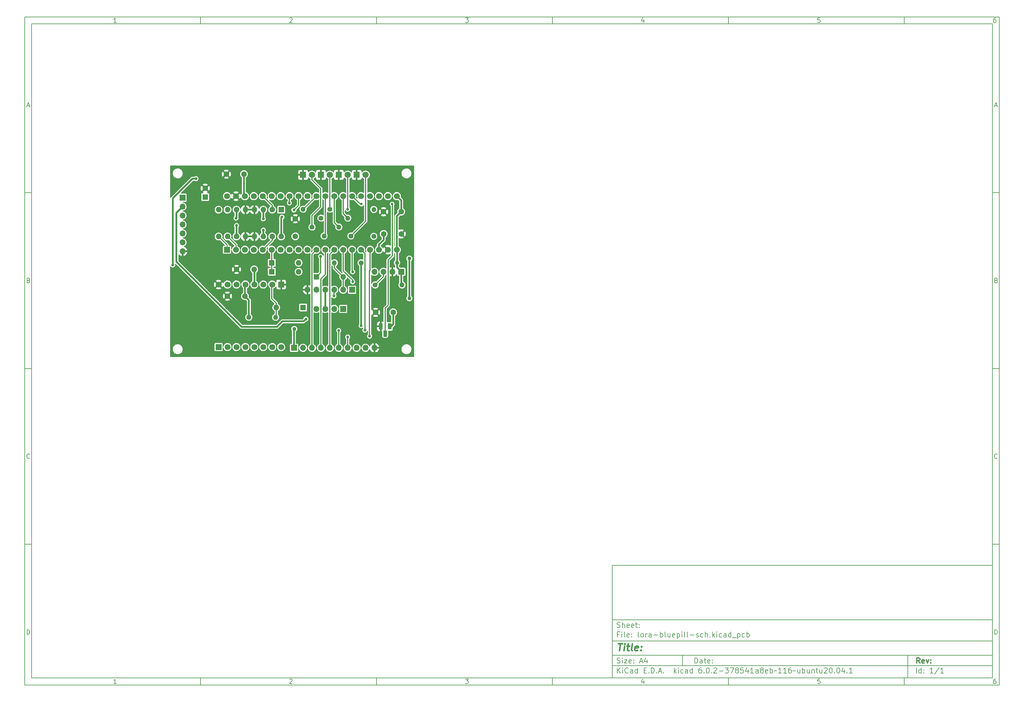
<source format=gbr>
%TF.GenerationSoftware,KiCad,Pcbnew,6.0.2-378541a8eb~116~ubuntu20.04.1*%
%TF.CreationDate,2022-11-16T14:33:25-03:00*%
%TF.ProjectId,lora-bluepill-sch,6c6f7261-2d62-46c7-9565-70696c6c2d73,rev?*%
%TF.SameCoordinates,Original*%
%TF.FileFunction,Copper,L1,Top*%
%TF.FilePolarity,Positive*%
%FSLAX46Y46*%
G04 Gerber Fmt 4.6, Leading zero omitted, Abs format (unit mm)*
G04 Created by KiCad (PCBNEW 6.0.2-378541a8eb~116~ubuntu20.04.1) date 2022-11-16 14:33:25*
%MOMM*%
%LPD*%
G01*
G04 APERTURE LIST*
G04 Aperture macros list*
%AMRoundRect*
0 Rectangle with rounded corners*
0 $1 Rounding radius*
0 $2 $3 $4 $5 $6 $7 $8 $9 X,Y pos of 4 corners*
0 Add a 4 corners polygon primitive as box body*
4,1,4,$2,$3,$4,$5,$6,$7,$8,$9,$2,$3,0*
0 Add four circle primitives for the rounded corners*
1,1,$1+$1,$2,$3*
1,1,$1+$1,$4,$5*
1,1,$1+$1,$6,$7*
1,1,$1+$1,$8,$9*
0 Add four rect primitives between the rounded corners*
20,1,$1+$1,$2,$3,$4,$5,0*
20,1,$1+$1,$4,$5,$6,$7,0*
20,1,$1+$1,$6,$7,$8,$9,0*
20,1,$1+$1,$8,$9,$2,$3,0*%
G04 Aperture macros list end*
%ADD10C,0.100000*%
%ADD11C,0.150000*%
%ADD12C,0.300000*%
%ADD13C,0.400000*%
%TA.AperFunction,ComponentPad*%
%ADD14R,1.600000X1.600000*%
%TD*%
%TA.AperFunction,ComponentPad*%
%ADD15O,1.600000X1.600000*%
%TD*%
%TA.AperFunction,ComponentPad*%
%ADD16R,1.700000X1.700000*%
%TD*%
%TA.AperFunction,ComponentPad*%
%ADD17O,1.700000X1.700000*%
%TD*%
%TA.AperFunction,ComponentPad*%
%ADD18C,1.600000*%
%TD*%
%TA.AperFunction,ComponentPad*%
%ADD19C,1.400000*%
%TD*%
%TA.AperFunction,ComponentPad*%
%ADD20O,1.400000X1.400000*%
%TD*%
%TA.AperFunction,ComponentPad*%
%ADD21C,1.700000*%
%TD*%
%TA.AperFunction,ComponentPad*%
%ADD22C,1.800000*%
%TD*%
%TA.AperFunction,ComponentPad*%
%ADD23R,1.800000X1.800000*%
%TD*%
%TA.AperFunction,ComponentPad*%
%ADD24R,1.100000X1.800000*%
%TD*%
%TA.AperFunction,ComponentPad*%
%ADD25RoundRect,0.275000X0.275000X0.625000X-0.275000X0.625000X-0.275000X-0.625000X0.275000X-0.625000X0*%
%TD*%
%TA.AperFunction,ViaPad*%
%ADD26C,1.100000*%
%TD*%
%TA.AperFunction,ViaPad*%
%ADD27C,0.800000*%
%TD*%
%TA.AperFunction,ViaPad*%
%ADD28C,1.200000*%
%TD*%
%TA.AperFunction,ViaPad*%
%ADD29C,0.700000*%
%TD*%
%TA.AperFunction,Conductor*%
%ADD30C,0.300000*%
%TD*%
%TA.AperFunction,Conductor*%
%ADD31C,0.500000*%
%TD*%
%TA.AperFunction,Conductor*%
%ADD32C,0.250000*%
%TD*%
G04 APERTURE END LIST*
D10*
D11*
X177002200Y-166007200D02*
X177002200Y-198007200D01*
X285002200Y-198007200D01*
X285002200Y-166007200D01*
X177002200Y-166007200D01*
D10*
D11*
X10000000Y-10000000D02*
X10000000Y-200007200D01*
X287002200Y-200007200D01*
X287002200Y-10000000D01*
X10000000Y-10000000D01*
D10*
D11*
X12000000Y-12000000D02*
X12000000Y-198007200D01*
X285002200Y-198007200D01*
X285002200Y-12000000D01*
X12000000Y-12000000D01*
D10*
D11*
X60000000Y-12000000D02*
X60000000Y-10000000D01*
D10*
D11*
X110000000Y-12000000D02*
X110000000Y-10000000D01*
D10*
D11*
X160000000Y-12000000D02*
X160000000Y-10000000D01*
D10*
D11*
X210000000Y-12000000D02*
X210000000Y-10000000D01*
D10*
D11*
X260000000Y-12000000D02*
X260000000Y-10000000D01*
D10*
D11*
X36065476Y-11588095D02*
X35322619Y-11588095D01*
X35694047Y-11588095D02*
X35694047Y-10288095D01*
X35570238Y-10473809D01*
X35446428Y-10597619D01*
X35322619Y-10659523D01*
D10*
D11*
X85322619Y-10411904D02*
X85384523Y-10350000D01*
X85508333Y-10288095D01*
X85817857Y-10288095D01*
X85941666Y-10350000D01*
X86003571Y-10411904D01*
X86065476Y-10535714D01*
X86065476Y-10659523D01*
X86003571Y-10845238D01*
X85260714Y-11588095D01*
X86065476Y-11588095D01*
D10*
D11*
X135260714Y-10288095D02*
X136065476Y-10288095D01*
X135632142Y-10783333D01*
X135817857Y-10783333D01*
X135941666Y-10845238D01*
X136003571Y-10907142D01*
X136065476Y-11030952D01*
X136065476Y-11340476D01*
X136003571Y-11464285D01*
X135941666Y-11526190D01*
X135817857Y-11588095D01*
X135446428Y-11588095D01*
X135322619Y-11526190D01*
X135260714Y-11464285D01*
D10*
D11*
X185941666Y-10721428D02*
X185941666Y-11588095D01*
X185632142Y-10226190D02*
X185322619Y-11154761D01*
X186127380Y-11154761D01*
D10*
D11*
X236003571Y-10288095D02*
X235384523Y-10288095D01*
X235322619Y-10907142D01*
X235384523Y-10845238D01*
X235508333Y-10783333D01*
X235817857Y-10783333D01*
X235941666Y-10845238D01*
X236003571Y-10907142D01*
X236065476Y-11030952D01*
X236065476Y-11340476D01*
X236003571Y-11464285D01*
X235941666Y-11526190D01*
X235817857Y-11588095D01*
X235508333Y-11588095D01*
X235384523Y-11526190D01*
X235322619Y-11464285D01*
D10*
D11*
X285941666Y-10288095D02*
X285694047Y-10288095D01*
X285570238Y-10350000D01*
X285508333Y-10411904D01*
X285384523Y-10597619D01*
X285322619Y-10845238D01*
X285322619Y-11340476D01*
X285384523Y-11464285D01*
X285446428Y-11526190D01*
X285570238Y-11588095D01*
X285817857Y-11588095D01*
X285941666Y-11526190D01*
X286003571Y-11464285D01*
X286065476Y-11340476D01*
X286065476Y-11030952D01*
X286003571Y-10907142D01*
X285941666Y-10845238D01*
X285817857Y-10783333D01*
X285570238Y-10783333D01*
X285446428Y-10845238D01*
X285384523Y-10907142D01*
X285322619Y-11030952D01*
D10*
D11*
X60000000Y-198007200D02*
X60000000Y-200007200D01*
D10*
D11*
X110000000Y-198007200D02*
X110000000Y-200007200D01*
D10*
D11*
X160000000Y-198007200D02*
X160000000Y-200007200D01*
D10*
D11*
X210000000Y-198007200D02*
X210000000Y-200007200D01*
D10*
D11*
X260000000Y-198007200D02*
X260000000Y-200007200D01*
D10*
D11*
X36065476Y-199595295D02*
X35322619Y-199595295D01*
X35694047Y-199595295D02*
X35694047Y-198295295D01*
X35570238Y-198481009D01*
X35446428Y-198604819D01*
X35322619Y-198666723D01*
D10*
D11*
X85322619Y-198419104D02*
X85384523Y-198357200D01*
X85508333Y-198295295D01*
X85817857Y-198295295D01*
X85941666Y-198357200D01*
X86003571Y-198419104D01*
X86065476Y-198542914D01*
X86065476Y-198666723D01*
X86003571Y-198852438D01*
X85260714Y-199595295D01*
X86065476Y-199595295D01*
D10*
D11*
X135260714Y-198295295D02*
X136065476Y-198295295D01*
X135632142Y-198790533D01*
X135817857Y-198790533D01*
X135941666Y-198852438D01*
X136003571Y-198914342D01*
X136065476Y-199038152D01*
X136065476Y-199347676D01*
X136003571Y-199471485D01*
X135941666Y-199533390D01*
X135817857Y-199595295D01*
X135446428Y-199595295D01*
X135322619Y-199533390D01*
X135260714Y-199471485D01*
D10*
D11*
X185941666Y-198728628D02*
X185941666Y-199595295D01*
X185632142Y-198233390D02*
X185322619Y-199161961D01*
X186127380Y-199161961D01*
D10*
D11*
X236003571Y-198295295D02*
X235384523Y-198295295D01*
X235322619Y-198914342D01*
X235384523Y-198852438D01*
X235508333Y-198790533D01*
X235817857Y-198790533D01*
X235941666Y-198852438D01*
X236003571Y-198914342D01*
X236065476Y-199038152D01*
X236065476Y-199347676D01*
X236003571Y-199471485D01*
X235941666Y-199533390D01*
X235817857Y-199595295D01*
X235508333Y-199595295D01*
X235384523Y-199533390D01*
X235322619Y-199471485D01*
D10*
D11*
X285941666Y-198295295D02*
X285694047Y-198295295D01*
X285570238Y-198357200D01*
X285508333Y-198419104D01*
X285384523Y-198604819D01*
X285322619Y-198852438D01*
X285322619Y-199347676D01*
X285384523Y-199471485D01*
X285446428Y-199533390D01*
X285570238Y-199595295D01*
X285817857Y-199595295D01*
X285941666Y-199533390D01*
X286003571Y-199471485D01*
X286065476Y-199347676D01*
X286065476Y-199038152D01*
X286003571Y-198914342D01*
X285941666Y-198852438D01*
X285817857Y-198790533D01*
X285570238Y-198790533D01*
X285446428Y-198852438D01*
X285384523Y-198914342D01*
X285322619Y-199038152D01*
D10*
D11*
X10000000Y-60000000D02*
X12000000Y-60000000D01*
D10*
D11*
X10000000Y-110000000D02*
X12000000Y-110000000D01*
D10*
D11*
X10000000Y-160000000D02*
X12000000Y-160000000D01*
D10*
D11*
X10690476Y-35216666D02*
X11309523Y-35216666D01*
X10566666Y-35588095D02*
X11000000Y-34288095D01*
X11433333Y-35588095D01*
D10*
D11*
X11092857Y-84907142D02*
X11278571Y-84969047D01*
X11340476Y-85030952D01*
X11402380Y-85154761D01*
X11402380Y-85340476D01*
X11340476Y-85464285D01*
X11278571Y-85526190D01*
X11154761Y-85588095D01*
X10659523Y-85588095D01*
X10659523Y-84288095D01*
X11092857Y-84288095D01*
X11216666Y-84350000D01*
X11278571Y-84411904D01*
X11340476Y-84535714D01*
X11340476Y-84659523D01*
X11278571Y-84783333D01*
X11216666Y-84845238D01*
X11092857Y-84907142D01*
X10659523Y-84907142D01*
D10*
D11*
X11402380Y-135464285D02*
X11340476Y-135526190D01*
X11154761Y-135588095D01*
X11030952Y-135588095D01*
X10845238Y-135526190D01*
X10721428Y-135402380D01*
X10659523Y-135278571D01*
X10597619Y-135030952D01*
X10597619Y-134845238D01*
X10659523Y-134597619D01*
X10721428Y-134473809D01*
X10845238Y-134350000D01*
X11030952Y-134288095D01*
X11154761Y-134288095D01*
X11340476Y-134350000D01*
X11402380Y-134411904D01*
D10*
D11*
X10659523Y-185588095D02*
X10659523Y-184288095D01*
X10969047Y-184288095D01*
X11154761Y-184350000D01*
X11278571Y-184473809D01*
X11340476Y-184597619D01*
X11402380Y-184845238D01*
X11402380Y-185030952D01*
X11340476Y-185278571D01*
X11278571Y-185402380D01*
X11154761Y-185526190D01*
X10969047Y-185588095D01*
X10659523Y-185588095D01*
D10*
D11*
X287002200Y-60000000D02*
X285002200Y-60000000D01*
D10*
D11*
X287002200Y-110000000D02*
X285002200Y-110000000D01*
D10*
D11*
X287002200Y-160000000D02*
X285002200Y-160000000D01*
D10*
D11*
X285692676Y-35216666D02*
X286311723Y-35216666D01*
X285568866Y-35588095D02*
X286002200Y-34288095D01*
X286435533Y-35588095D01*
D10*
D11*
X286095057Y-84907142D02*
X286280771Y-84969047D01*
X286342676Y-85030952D01*
X286404580Y-85154761D01*
X286404580Y-85340476D01*
X286342676Y-85464285D01*
X286280771Y-85526190D01*
X286156961Y-85588095D01*
X285661723Y-85588095D01*
X285661723Y-84288095D01*
X286095057Y-84288095D01*
X286218866Y-84350000D01*
X286280771Y-84411904D01*
X286342676Y-84535714D01*
X286342676Y-84659523D01*
X286280771Y-84783333D01*
X286218866Y-84845238D01*
X286095057Y-84907142D01*
X285661723Y-84907142D01*
D10*
D11*
X286404580Y-135464285D02*
X286342676Y-135526190D01*
X286156961Y-135588095D01*
X286033152Y-135588095D01*
X285847438Y-135526190D01*
X285723628Y-135402380D01*
X285661723Y-135278571D01*
X285599819Y-135030952D01*
X285599819Y-134845238D01*
X285661723Y-134597619D01*
X285723628Y-134473809D01*
X285847438Y-134350000D01*
X286033152Y-134288095D01*
X286156961Y-134288095D01*
X286342676Y-134350000D01*
X286404580Y-134411904D01*
D10*
D11*
X285661723Y-185588095D02*
X285661723Y-184288095D01*
X285971247Y-184288095D01*
X286156961Y-184350000D01*
X286280771Y-184473809D01*
X286342676Y-184597619D01*
X286404580Y-184845238D01*
X286404580Y-185030952D01*
X286342676Y-185278571D01*
X286280771Y-185402380D01*
X286156961Y-185526190D01*
X285971247Y-185588095D01*
X285661723Y-185588095D01*
D10*
D11*
X200434342Y-193785771D02*
X200434342Y-192285771D01*
X200791485Y-192285771D01*
X201005771Y-192357200D01*
X201148628Y-192500057D01*
X201220057Y-192642914D01*
X201291485Y-192928628D01*
X201291485Y-193142914D01*
X201220057Y-193428628D01*
X201148628Y-193571485D01*
X201005771Y-193714342D01*
X200791485Y-193785771D01*
X200434342Y-193785771D01*
X202577200Y-193785771D02*
X202577200Y-193000057D01*
X202505771Y-192857200D01*
X202362914Y-192785771D01*
X202077200Y-192785771D01*
X201934342Y-192857200D01*
X202577200Y-193714342D02*
X202434342Y-193785771D01*
X202077200Y-193785771D01*
X201934342Y-193714342D01*
X201862914Y-193571485D01*
X201862914Y-193428628D01*
X201934342Y-193285771D01*
X202077200Y-193214342D01*
X202434342Y-193214342D01*
X202577200Y-193142914D01*
X203077200Y-192785771D02*
X203648628Y-192785771D01*
X203291485Y-192285771D02*
X203291485Y-193571485D01*
X203362914Y-193714342D01*
X203505771Y-193785771D01*
X203648628Y-193785771D01*
X204720057Y-193714342D02*
X204577200Y-193785771D01*
X204291485Y-193785771D01*
X204148628Y-193714342D01*
X204077200Y-193571485D01*
X204077200Y-193000057D01*
X204148628Y-192857200D01*
X204291485Y-192785771D01*
X204577200Y-192785771D01*
X204720057Y-192857200D01*
X204791485Y-193000057D01*
X204791485Y-193142914D01*
X204077200Y-193285771D01*
X205434342Y-193642914D02*
X205505771Y-193714342D01*
X205434342Y-193785771D01*
X205362914Y-193714342D01*
X205434342Y-193642914D01*
X205434342Y-193785771D01*
X205434342Y-192857200D02*
X205505771Y-192928628D01*
X205434342Y-193000057D01*
X205362914Y-192928628D01*
X205434342Y-192857200D01*
X205434342Y-193000057D01*
D10*
D11*
X177002200Y-194507200D02*
X285002200Y-194507200D01*
D10*
D11*
X178434342Y-196585771D02*
X178434342Y-195085771D01*
X179291485Y-196585771D02*
X178648628Y-195728628D01*
X179291485Y-195085771D02*
X178434342Y-195942914D01*
X179934342Y-196585771D02*
X179934342Y-195585771D01*
X179934342Y-195085771D02*
X179862914Y-195157200D01*
X179934342Y-195228628D01*
X180005771Y-195157200D01*
X179934342Y-195085771D01*
X179934342Y-195228628D01*
X181505771Y-196442914D02*
X181434342Y-196514342D01*
X181220057Y-196585771D01*
X181077200Y-196585771D01*
X180862914Y-196514342D01*
X180720057Y-196371485D01*
X180648628Y-196228628D01*
X180577200Y-195942914D01*
X180577200Y-195728628D01*
X180648628Y-195442914D01*
X180720057Y-195300057D01*
X180862914Y-195157200D01*
X181077200Y-195085771D01*
X181220057Y-195085771D01*
X181434342Y-195157200D01*
X181505771Y-195228628D01*
X182791485Y-196585771D02*
X182791485Y-195800057D01*
X182720057Y-195657200D01*
X182577200Y-195585771D01*
X182291485Y-195585771D01*
X182148628Y-195657200D01*
X182791485Y-196514342D02*
X182648628Y-196585771D01*
X182291485Y-196585771D01*
X182148628Y-196514342D01*
X182077200Y-196371485D01*
X182077200Y-196228628D01*
X182148628Y-196085771D01*
X182291485Y-196014342D01*
X182648628Y-196014342D01*
X182791485Y-195942914D01*
X184148628Y-196585771D02*
X184148628Y-195085771D01*
X184148628Y-196514342D02*
X184005771Y-196585771D01*
X183720057Y-196585771D01*
X183577200Y-196514342D01*
X183505771Y-196442914D01*
X183434342Y-196300057D01*
X183434342Y-195871485D01*
X183505771Y-195728628D01*
X183577200Y-195657200D01*
X183720057Y-195585771D01*
X184005771Y-195585771D01*
X184148628Y-195657200D01*
X186005771Y-195800057D02*
X186505771Y-195800057D01*
X186720057Y-196585771D02*
X186005771Y-196585771D01*
X186005771Y-195085771D01*
X186720057Y-195085771D01*
X187362914Y-196442914D02*
X187434342Y-196514342D01*
X187362914Y-196585771D01*
X187291485Y-196514342D01*
X187362914Y-196442914D01*
X187362914Y-196585771D01*
X188077200Y-196585771D02*
X188077200Y-195085771D01*
X188434342Y-195085771D01*
X188648628Y-195157200D01*
X188791485Y-195300057D01*
X188862914Y-195442914D01*
X188934342Y-195728628D01*
X188934342Y-195942914D01*
X188862914Y-196228628D01*
X188791485Y-196371485D01*
X188648628Y-196514342D01*
X188434342Y-196585771D01*
X188077200Y-196585771D01*
X189577200Y-196442914D02*
X189648628Y-196514342D01*
X189577200Y-196585771D01*
X189505771Y-196514342D01*
X189577200Y-196442914D01*
X189577200Y-196585771D01*
X190220057Y-196157200D02*
X190934342Y-196157200D01*
X190077200Y-196585771D02*
X190577200Y-195085771D01*
X191077200Y-196585771D01*
X191577200Y-196442914D02*
X191648628Y-196514342D01*
X191577200Y-196585771D01*
X191505771Y-196514342D01*
X191577200Y-196442914D01*
X191577200Y-196585771D01*
X194577200Y-196585771D02*
X194577200Y-195085771D01*
X194720057Y-196014342D02*
X195148628Y-196585771D01*
X195148628Y-195585771D02*
X194577200Y-196157200D01*
X195791485Y-196585771D02*
X195791485Y-195585771D01*
X195791485Y-195085771D02*
X195720057Y-195157200D01*
X195791485Y-195228628D01*
X195862914Y-195157200D01*
X195791485Y-195085771D01*
X195791485Y-195228628D01*
X197148628Y-196514342D02*
X197005771Y-196585771D01*
X196720057Y-196585771D01*
X196577200Y-196514342D01*
X196505771Y-196442914D01*
X196434342Y-196300057D01*
X196434342Y-195871485D01*
X196505771Y-195728628D01*
X196577200Y-195657200D01*
X196720057Y-195585771D01*
X197005771Y-195585771D01*
X197148628Y-195657200D01*
X198434342Y-196585771D02*
X198434342Y-195800057D01*
X198362914Y-195657200D01*
X198220057Y-195585771D01*
X197934342Y-195585771D01*
X197791485Y-195657200D01*
X198434342Y-196514342D02*
X198291485Y-196585771D01*
X197934342Y-196585771D01*
X197791485Y-196514342D01*
X197720057Y-196371485D01*
X197720057Y-196228628D01*
X197791485Y-196085771D01*
X197934342Y-196014342D01*
X198291485Y-196014342D01*
X198434342Y-195942914D01*
X199791485Y-196585771D02*
X199791485Y-195085771D01*
X199791485Y-196514342D02*
X199648628Y-196585771D01*
X199362914Y-196585771D01*
X199220057Y-196514342D01*
X199148628Y-196442914D01*
X199077200Y-196300057D01*
X199077200Y-195871485D01*
X199148628Y-195728628D01*
X199220057Y-195657200D01*
X199362914Y-195585771D01*
X199648628Y-195585771D01*
X199791485Y-195657200D01*
X202291485Y-195085771D02*
X202005771Y-195085771D01*
X201862914Y-195157200D01*
X201791485Y-195228628D01*
X201648628Y-195442914D01*
X201577200Y-195728628D01*
X201577200Y-196300057D01*
X201648628Y-196442914D01*
X201720057Y-196514342D01*
X201862914Y-196585771D01*
X202148628Y-196585771D01*
X202291485Y-196514342D01*
X202362914Y-196442914D01*
X202434342Y-196300057D01*
X202434342Y-195942914D01*
X202362914Y-195800057D01*
X202291485Y-195728628D01*
X202148628Y-195657200D01*
X201862914Y-195657200D01*
X201720057Y-195728628D01*
X201648628Y-195800057D01*
X201577200Y-195942914D01*
X203077200Y-196442914D02*
X203148628Y-196514342D01*
X203077200Y-196585771D01*
X203005771Y-196514342D01*
X203077200Y-196442914D01*
X203077200Y-196585771D01*
X204077200Y-195085771D02*
X204220057Y-195085771D01*
X204362914Y-195157200D01*
X204434342Y-195228628D01*
X204505771Y-195371485D01*
X204577200Y-195657200D01*
X204577200Y-196014342D01*
X204505771Y-196300057D01*
X204434342Y-196442914D01*
X204362914Y-196514342D01*
X204220057Y-196585771D01*
X204077200Y-196585771D01*
X203934342Y-196514342D01*
X203862914Y-196442914D01*
X203791485Y-196300057D01*
X203720057Y-196014342D01*
X203720057Y-195657200D01*
X203791485Y-195371485D01*
X203862914Y-195228628D01*
X203934342Y-195157200D01*
X204077200Y-195085771D01*
X205220057Y-196442914D02*
X205291485Y-196514342D01*
X205220057Y-196585771D01*
X205148628Y-196514342D01*
X205220057Y-196442914D01*
X205220057Y-196585771D01*
X205862914Y-195228628D02*
X205934342Y-195157200D01*
X206077200Y-195085771D01*
X206434342Y-195085771D01*
X206577200Y-195157200D01*
X206648628Y-195228628D01*
X206720057Y-195371485D01*
X206720057Y-195514342D01*
X206648628Y-195728628D01*
X205791485Y-196585771D01*
X206720057Y-196585771D01*
X207362914Y-196014342D02*
X208505771Y-196014342D01*
X209077200Y-195085771D02*
X210005771Y-195085771D01*
X209505771Y-195657200D01*
X209720057Y-195657200D01*
X209862914Y-195728628D01*
X209934342Y-195800057D01*
X210005771Y-195942914D01*
X210005771Y-196300057D01*
X209934342Y-196442914D01*
X209862914Y-196514342D01*
X209720057Y-196585771D01*
X209291485Y-196585771D01*
X209148628Y-196514342D01*
X209077200Y-196442914D01*
X210505771Y-195085771D02*
X211505771Y-195085771D01*
X210862914Y-196585771D01*
X212291485Y-195728628D02*
X212148628Y-195657200D01*
X212077200Y-195585771D01*
X212005771Y-195442914D01*
X212005771Y-195371485D01*
X212077200Y-195228628D01*
X212148628Y-195157200D01*
X212291485Y-195085771D01*
X212577200Y-195085771D01*
X212720057Y-195157200D01*
X212791485Y-195228628D01*
X212862914Y-195371485D01*
X212862914Y-195442914D01*
X212791485Y-195585771D01*
X212720057Y-195657200D01*
X212577200Y-195728628D01*
X212291485Y-195728628D01*
X212148628Y-195800057D01*
X212077200Y-195871485D01*
X212005771Y-196014342D01*
X212005771Y-196300057D01*
X212077200Y-196442914D01*
X212148628Y-196514342D01*
X212291485Y-196585771D01*
X212577200Y-196585771D01*
X212720057Y-196514342D01*
X212791485Y-196442914D01*
X212862914Y-196300057D01*
X212862914Y-196014342D01*
X212791485Y-195871485D01*
X212720057Y-195800057D01*
X212577200Y-195728628D01*
X214220057Y-195085771D02*
X213505771Y-195085771D01*
X213434342Y-195800057D01*
X213505771Y-195728628D01*
X213648628Y-195657200D01*
X214005771Y-195657200D01*
X214148628Y-195728628D01*
X214220057Y-195800057D01*
X214291485Y-195942914D01*
X214291485Y-196300057D01*
X214220057Y-196442914D01*
X214148628Y-196514342D01*
X214005771Y-196585771D01*
X213648628Y-196585771D01*
X213505771Y-196514342D01*
X213434342Y-196442914D01*
X215577200Y-195585771D02*
X215577200Y-196585771D01*
X215220057Y-195014342D02*
X214862914Y-196085771D01*
X215791485Y-196085771D01*
X217148628Y-196585771D02*
X216291485Y-196585771D01*
X216720057Y-196585771D02*
X216720057Y-195085771D01*
X216577200Y-195300057D01*
X216434342Y-195442914D01*
X216291485Y-195514342D01*
X218434342Y-196585771D02*
X218434342Y-195800057D01*
X218362914Y-195657200D01*
X218220057Y-195585771D01*
X217934342Y-195585771D01*
X217791485Y-195657200D01*
X218434342Y-196514342D02*
X218291485Y-196585771D01*
X217934342Y-196585771D01*
X217791485Y-196514342D01*
X217720057Y-196371485D01*
X217720057Y-196228628D01*
X217791485Y-196085771D01*
X217934342Y-196014342D01*
X218291485Y-196014342D01*
X218434342Y-195942914D01*
X219362914Y-195728628D02*
X219220057Y-195657200D01*
X219148628Y-195585771D01*
X219077200Y-195442914D01*
X219077200Y-195371485D01*
X219148628Y-195228628D01*
X219220057Y-195157200D01*
X219362914Y-195085771D01*
X219648628Y-195085771D01*
X219791485Y-195157200D01*
X219862914Y-195228628D01*
X219934342Y-195371485D01*
X219934342Y-195442914D01*
X219862914Y-195585771D01*
X219791485Y-195657200D01*
X219648628Y-195728628D01*
X219362914Y-195728628D01*
X219220057Y-195800057D01*
X219148628Y-195871485D01*
X219077200Y-196014342D01*
X219077200Y-196300057D01*
X219148628Y-196442914D01*
X219220057Y-196514342D01*
X219362914Y-196585771D01*
X219648628Y-196585771D01*
X219791485Y-196514342D01*
X219862914Y-196442914D01*
X219934342Y-196300057D01*
X219934342Y-196014342D01*
X219862914Y-195871485D01*
X219791485Y-195800057D01*
X219648628Y-195728628D01*
X221148628Y-196514342D02*
X221005771Y-196585771D01*
X220720057Y-196585771D01*
X220577200Y-196514342D01*
X220505771Y-196371485D01*
X220505771Y-195800057D01*
X220577200Y-195657200D01*
X220720057Y-195585771D01*
X221005771Y-195585771D01*
X221148628Y-195657200D01*
X221220057Y-195800057D01*
X221220057Y-195942914D01*
X220505771Y-196085771D01*
X221862914Y-196585771D02*
X221862914Y-195085771D01*
X221862914Y-195657200D02*
X222005771Y-195585771D01*
X222291485Y-195585771D01*
X222434342Y-195657200D01*
X222505771Y-195728628D01*
X222577200Y-195871485D01*
X222577200Y-196300057D01*
X222505771Y-196442914D01*
X222434342Y-196514342D01*
X222291485Y-196585771D01*
X222005771Y-196585771D01*
X221862914Y-196514342D01*
X223005771Y-196014342D02*
X223077200Y-195942914D01*
X223220057Y-195871485D01*
X223505771Y-196014342D01*
X223648628Y-195942914D01*
X223720057Y-195871485D01*
X225077200Y-196585771D02*
X224220057Y-196585771D01*
X224648628Y-196585771D02*
X224648628Y-195085771D01*
X224505771Y-195300057D01*
X224362914Y-195442914D01*
X224220057Y-195514342D01*
X226505771Y-196585771D02*
X225648628Y-196585771D01*
X226077200Y-196585771D02*
X226077200Y-195085771D01*
X225934342Y-195300057D01*
X225791485Y-195442914D01*
X225648628Y-195514342D01*
X227791485Y-195085771D02*
X227505771Y-195085771D01*
X227362914Y-195157200D01*
X227291485Y-195228628D01*
X227148628Y-195442914D01*
X227077199Y-195728628D01*
X227077199Y-196300057D01*
X227148628Y-196442914D01*
X227220057Y-196514342D01*
X227362914Y-196585771D01*
X227648628Y-196585771D01*
X227791485Y-196514342D01*
X227862914Y-196442914D01*
X227934342Y-196300057D01*
X227934342Y-195942914D01*
X227862914Y-195800057D01*
X227791485Y-195728628D01*
X227648628Y-195657200D01*
X227362914Y-195657200D01*
X227220057Y-195728628D01*
X227148628Y-195800057D01*
X227077199Y-195942914D01*
X228362914Y-196014342D02*
X228434342Y-195942914D01*
X228577199Y-195871485D01*
X228862914Y-196014342D01*
X229005771Y-195942914D01*
X229077199Y-195871485D01*
X230291485Y-195585771D02*
X230291485Y-196585771D01*
X229648628Y-195585771D02*
X229648628Y-196371485D01*
X229720057Y-196514342D01*
X229862914Y-196585771D01*
X230077199Y-196585771D01*
X230220057Y-196514342D01*
X230291485Y-196442914D01*
X231005771Y-196585771D02*
X231005771Y-195085771D01*
X231005771Y-195657200D02*
X231148628Y-195585771D01*
X231434342Y-195585771D01*
X231577199Y-195657200D01*
X231648628Y-195728628D01*
X231720057Y-195871485D01*
X231720057Y-196300057D01*
X231648628Y-196442914D01*
X231577199Y-196514342D01*
X231434342Y-196585771D01*
X231148628Y-196585771D01*
X231005771Y-196514342D01*
X233005771Y-195585771D02*
X233005771Y-196585771D01*
X232362914Y-195585771D02*
X232362914Y-196371485D01*
X232434342Y-196514342D01*
X232577200Y-196585771D01*
X232791485Y-196585771D01*
X232934342Y-196514342D01*
X233005771Y-196442914D01*
X233720057Y-195585771D02*
X233720057Y-196585771D01*
X233720057Y-195728628D02*
X233791485Y-195657200D01*
X233934342Y-195585771D01*
X234148628Y-195585771D01*
X234291485Y-195657200D01*
X234362914Y-195800057D01*
X234362914Y-196585771D01*
X234862914Y-195585771D02*
X235434342Y-195585771D01*
X235077200Y-195085771D02*
X235077200Y-196371485D01*
X235148628Y-196514342D01*
X235291485Y-196585771D01*
X235434342Y-196585771D01*
X236577200Y-195585771D02*
X236577200Y-196585771D01*
X235934342Y-195585771D02*
X235934342Y-196371485D01*
X236005771Y-196514342D01*
X236148628Y-196585771D01*
X236362914Y-196585771D01*
X236505771Y-196514342D01*
X236577200Y-196442914D01*
X237220057Y-195228628D02*
X237291485Y-195157200D01*
X237434342Y-195085771D01*
X237791485Y-195085771D01*
X237934342Y-195157200D01*
X238005771Y-195228628D01*
X238077200Y-195371485D01*
X238077200Y-195514342D01*
X238005771Y-195728628D01*
X237148628Y-196585771D01*
X238077200Y-196585771D01*
X239005771Y-195085771D02*
X239148628Y-195085771D01*
X239291485Y-195157200D01*
X239362914Y-195228628D01*
X239434342Y-195371485D01*
X239505771Y-195657200D01*
X239505771Y-196014342D01*
X239434342Y-196300057D01*
X239362914Y-196442914D01*
X239291485Y-196514342D01*
X239148628Y-196585771D01*
X239005771Y-196585771D01*
X238862914Y-196514342D01*
X238791485Y-196442914D01*
X238720057Y-196300057D01*
X238648628Y-196014342D01*
X238648628Y-195657200D01*
X238720057Y-195371485D01*
X238791485Y-195228628D01*
X238862914Y-195157200D01*
X239005771Y-195085771D01*
X240148628Y-196442914D02*
X240220057Y-196514342D01*
X240148628Y-196585771D01*
X240077199Y-196514342D01*
X240148628Y-196442914D01*
X240148628Y-196585771D01*
X241148628Y-195085771D02*
X241291485Y-195085771D01*
X241434342Y-195157200D01*
X241505771Y-195228628D01*
X241577200Y-195371485D01*
X241648628Y-195657200D01*
X241648628Y-196014342D01*
X241577200Y-196300057D01*
X241505771Y-196442914D01*
X241434342Y-196514342D01*
X241291485Y-196585771D01*
X241148628Y-196585771D01*
X241005771Y-196514342D01*
X240934342Y-196442914D01*
X240862914Y-196300057D01*
X240791485Y-196014342D01*
X240791485Y-195657200D01*
X240862914Y-195371485D01*
X240934342Y-195228628D01*
X241005771Y-195157200D01*
X241148628Y-195085771D01*
X242934342Y-195585771D02*
X242934342Y-196585771D01*
X242577199Y-195014342D02*
X242220057Y-196085771D01*
X243148628Y-196085771D01*
X243720057Y-196442914D02*
X243791485Y-196514342D01*
X243720057Y-196585771D01*
X243648628Y-196514342D01*
X243720057Y-196442914D01*
X243720057Y-196585771D01*
X245220057Y-196585771D02*
X244362914Y-196585771D01*
X244791485Y-196585771D02*
X244791485Y-195085771D01*
X244648628Y-195300057D01*
X244505771Y-195442914D01*
X244362914Y-195514342D01*
D10*
D11*
X177002200Y-191507200D02*
X285002200Y-191507200D01*
D10*
D12*
X264411485Y-193785771D02*
X263911485Y-193071485D01*
X263554342Y-193785771D02*
X263554342Y-192285771D01*
X264125771Y-192285771D01*
X264268628Y-192357200D01*
X264340057Y-192428628D01*
X264411485Y-192571485D01*
X264411485Y-192785771D01*
X264340057Y-192928628D01*
X264268628Y-193000057D01*
X264125771Y-193071485D01*
X263554342Y-193071485D01*
X265625771Y-193714342D02*
X265482914Y-193785771D01*
X265197200Y-193785771D01*
X265054342Y-193714342D01*
X264982914Y-193571485D01*
X264982914Y-193000057D01*
X265054342Y-192857200D01*
X265197200Y-192785771D01*
X265482914Y-192785771D01*
X265625771Y-192857200D01*
X265697200Y-193000057D01*
X265697200Y-193142914D01*
X264982914Y-193285771D01*
X266197200Y-192785771D02*
X266554342Y-193785771D01*
X266911485Y-192785771D01*
X267482914Y-193642914D02*
X267554342Y-193714342D01*
X267482914Y-193785771D01*
X267411485Y-193714342D01*
X267482914Y-193642914D01*
X267482914Y-193785771D01*
X267482914Y-192857200D02*
X267554342Y-192928628D01*
X267482914Y-193000057D01*
X267411485Y-192928628D01*
X267482914Y-192857200D01*
X267482914Y-193000057D01*
D10*
D11*
X178362914Y-193714342D02*
X178577200Y-193785771D01*
X178934342Y-193785771D01*
X179077200Y-193714342D01*
X179148628Y-193642914D01*
X179220057Y-193500057D01*
X179220057Y-193357200D01*
X179148628Y-193214342D01*
X179077200Y-193142914D01*
X178934342Y-193071485D01*
X178648628Y-193000057D01*
X178505771Y-192928628D01*
X178434342Y-192857200D01*
X178362914Y-192714342D01*
X178362914Y-192571485D01*
X178434342Y-192428628D01*
X178505771Y-192357200D01*
X178648628Y-192285771D01*
X179005771Y-192285771D01*
X179220057Y-192357200D01*
X179862914Y-193785771D02*
X179862914Y-192785771D01*
X179862914Y-192285771D02*
X179791485Y-192357200D01*
X179862914Y-192428628D01*
X179934342Y-192357200D01*
X179862914Y-192285771D01*
X179862914Y-192428628D01*
X180434342Y-192785771D02*
X181220057Y-192785771D01*
X180434342Y-193785771D01*
X181220057Y-193785771D01*
X182362914Y-193714342D02*
X182220057Y-193785771D01*
X181934342Y-193785771D01*
X181791485Y-193714342D01*
X181720057Y-193571485D01*
X181720057Y-193000057D01*
X181791485Y-192857200D01*
X181934342Y-192785771D01*
X182220057Y-192785771D01*
X182362914Y-192857200D01*
X182434342Y-193000057D01*
X182434342Y-193142914D01*
X181720057Y-193285771D01*
X183077200Y-193642914D02*
X183148628Y-193714342D01*
X183077200Y-193785771D01*
X183005771Y-193714342D01*
X183077200Y-193642914D01*
X183077200Y-193785771D01*
X183077200Y-192857200D02*
X183148628Y-192928628D01*
X183077200Y-193000057D01*
X183005771Y-192928628D01*
X183077200Y-192857200D01*
X183077200Y-193000057D01*
X184862914Y-193357200D02*
X185577200Y-193357200D01*
X184720057Y-193785771D02*
X185220057Y-192285771D01*
X185720057Y-193785771D01*
X186862914Y-192785771D02*
X186862914Y-193785771D01*
X186505771Y-192214342D02*
X186148628Y-193285771D01*
X187077200Y-193285771D01*
D10*
D11*
X263434342Y-196585771D02*
X263434342Y-195085771D01*
X264791485Y-196585771D02*
X264791485Y-195085771D01*
X264791485Y-196514342D02*
X264648628Y-196585771D01*
X264362914Y-196585771D01*
X264220057Y-196514342D01*
X264148628Y-196442914D01*
X264077200Y-196300057D01*
X264077200Y-195871485D01*
X264148628Y-195728628D01*
X264220057Y-195657200D01*
X264362914Y-195585771D01*
X264648628Y-195585771D01*
X264791485Y-195657200D01*
X265505771Y-196442914D02*
X265577200Y-196514342D01*
X265505771Y-196585771D01*
X265434342Y-196514342D01*
X265505771Y-196442914D01*
X265505771Y-196585771D01*
X265505771Y-195657200D02*
X265577200Y-195728628D01*
X265505771Y-195800057D01*
X265434342Y-195728628D01*
X265505771Y-195657200D01*
X265505771Y-195800057D01*
X268148628Y-196585771D02*
X267291485Y-196585771D01*
X267720057Y-196585771D02*
X267720057Y-195085771D01*
X267577200Y-195300057D01*
X267434342Y-195442914D01*
X267291485Y-195514342D01*
X269862914Y-195014342D02*
X268577200Y-196942914D01*
X271148628Y-196585771D02*
X270291485Y-196585771D01*
X270720057Y-196585771D02*
X270720057Y-195085771D01*
X270577200Y-195300057D01*
X270434342Y-195442914D01*
X270291485Y-195514342D01*
D10*
D11*
X177002200Y-187507200D02*
X285002200Y-187507200D01*
D10*
D13*
X178714580Y-188211961D02*
X179857438Y-188211961D01*
X179036009Y-190211961D02*
X179286009Y-188211961D01*
X180274104Y-190211961D02*
X180440771Y-188878628D01*
X180524104Y-188211961D02*
X180416961Y-188307200D01*
X180500295Y-188402438D01*
X180607438Y-188307200D01*
X180524104Y-188211961D01*
X180500295Y-188402438D01*
X181107438Y-188878628D02*
X181869342Y-188878628D01*
X181476485Y-188211961D02*
X181262200Y-189926247D01*
X181333628Y-190116723D01*
X181512200Y-190211961D01*
X181702676Y-190211961D01*
X182655057Y-190211961D02*
X182476485Y-190116723D01*
X182405057Y-189926247D01*
X182619342Y-188211961D01*
X184190771Y-190116723D02*
X183988390Y-190211961D01*
X183607438Y-190211961D01*
X183428866Y-190116723D01*
X183357438Y-189926247D01*
X183452676Y-189164342D01*
X183571723Y-188973866D01*
X183774104Y-188878628D01*
X184155057Y-188878628D01*
X184333628Y-188973866D01*
X184405057Y-189164342D01*
X184381247Y-189354819D01*
X183405057Y-189545295D01*
X185155057Y-190021485D02*
X185238390Y-190116723D01*
X185131247Y-190211961D01*
X185047914Y-190116723D01*
X185155057Y-190021485D01*
X185131247Y-190211961D01*
X185286009Y-188973866D02*
X185369342Y-189069104D01*
X185262200Y-189164342D01*
X185178866Y-189069104D01*
X185286009Y-188973866D01*
X185262200Y-189164342D01*
D10*
D11*
X178934342Y-185600057D02*
X178434342Y-185600057D01*
X178434342Y-186385771D02*
X178434342Y-184885771D01*
X179148628Y-184885771D01*
X179720057Y-186385771D02*
X179720057Y-185385771D01*
X179720057Y-184885771D02*
X179648628Y-184957200D01*
X179720057Y-185028628D01*
X179791485Y-184957200D01*
X179720057Y-184885771D01*
X179720057Y-185028628D01*
X180648628Y-186385771D02*
X180505771Y-186314342D01*
X180434342Y-186171485D01*
X180434342Y-184885771D01*
X181791485Y-186314342D02*
X181648628Y-186385771D01*
X181362914Y-186385771D01*
X181220057Y-186314342D01*
X181148628Y-186171485D01*
X181148628Y-185600057D01*
X181220057Y-185457200D01*
X181362914Y-185385771D01*
X181648628Y-185385771D01*
X181791485Y-185457200D01*
X181862914Y-185600057D01*
X181862914Y-185742914D01*
X181148628Y-185885771D01*
X182505771Y-186242914D02*
X182577200Y-186314342D01*
X182505771Y-186385771D01*
X182434342Y-186314342D01*
X182505771Y-186242914D01*
X182505771Y-186385771D01*
X182505771Y-185457200D02*
X182577200Y-185528628D01*
X182505771Y-185600057D01*
X182434342Y-185528628D01*
X182505771Y-185457200D01*
X182505771Y-185600057D01*
X184577200Y-186385771D02*
X184434342Y-186314342D01*
X184362914Y-186171485D01*
X184362914Y-184885771D01*
X185362914Y-186385771D02*
X185220057Y-186314342D01*
X185148628Y-186242914D01*
X185077200Y-186100057D01*
X185077200Y-185671485D01*
X185148628Y-185528628D01*
X185220057Y-185457200D01*
X185362914Y-185385771D01*
X185577200Y-185385771D01*
X185720057Y-185457200D01*
X185791485Y-185528628D01*
X185862914Y-185671485D01*
X185862914Y-186100057D01*
X185791485Y-186242914D01*
X185720057Y-186314342D01*
X185577200Y-186385771D01*
X185362914Y-186385771D01*
X186505771Y-186385771D02*
X186505771Y-185385771D01*
X186505771Y-185671485D02*
X186577200Y-185528628D01*
X186648628Y-185457200D01*
X186791485Y-185385771D01*
X186934342Y-185385771D01*
X188077200Y-186385771D02*
X188077200Y-185600057D01*
X188005771Y-185457200D01*
X187862914Y-185385771D01*
X187577200Y-185385771D01*
X187434342Y-185457200D01*
X188077200Y-186314342D02*
X187934342Y-186385771D01*
X187577200Y-186385771D01*
X187434342Y-186314342D01*
X187362914Y-186171485D01*
X187362914Y-186028628D01*
X187434342Y-185885771D01*
X187577200Y-185814342D01*
X187934342Y-185814342D01*
X188077200Y-185742914D01*
X188791485Y-185814342D02*
X189934342Y-185814342D01*
X190648628Y-186385771D02*
X190648628Y-184885771D01*
X190648628Y-185457200D02*
X190791485Y-185385771D01*
X191077200Y-185385771D01*
X191220057Y-185457200D01*
X191291485Y-185528628D01*
X191362914Y-185671485D01*
X191362914Y-186100057D01*
X191291485Y-186242914D01*
X191220057Y-186314342D01*
X191077200Y-186385771D01*
X190791485Y-186385771D01*
X190648628Y-186314342D01*
X192220057Y-186385771D02*
X192077200Y-186314342D01*
X192005771Y-186171485D01*
X192005771Y-184885771D01*
X193434342Y-185385771D02*
X193434342Y-186385771D01*
X192791485Y-185385771D02*
X192791485Y-186171485D01*
X192862914Y-186314342D01*
X193005771Y-186385771D01*
X193220057Y-186385771D01*
X193362914Y-186314342D01*
X193434342Y-186242914D01*
X194720057Y-186314342D02*
X194577200Y-186385771D01*
X194291485Y-186385771D01*
X194148628Y-186314342D01*
X194077200Y-186171485D01*
X194077200Y-185600057D01*
X194148628Y-185457200D01*
X194291485Y-185385771D01*
X194577200Y-185385771D01*
X194720057Y-185457200D01*
X194791485Y-185600057D01*
X194791485Y-185742914D01*
X194077200Y-185885771D01*
X195434342Y-185385771D02*
X195434342Y-186885771D01*
X195434342Y-185457200D02*
X195577200Y-185385771D01*
X195862914Y-185385771D01*
X196005771Y-185457200D01*
X196077200Y-185528628D01*
X196148628Y-185671485D01*
X196148628Y-186100057D01*
X196077200Y-186242914D01*
X196005771Y-186314342D01*
X195862914Y-186385771D01*
X195577200Y-186385771D01*
X195434342Y-186314342D01*
X196791485Y-186385771D02*
X196791485Y-185385771D01*
X196791485Y-184885771D02*
X196720057Y-184957200D01*
X196791485Y-185028628D01*
X196862914Y-184957200D01*
X196791485Y-184885771D01*
X196791485Y-185028628D01*
X197720057Y-186385771D02*
X197577200Y-186314342D01*
X197505771Y-186171485D01*
X197505771Y-184885771D01*
X198505771Y-186385771D02*
X198362914Y-186314342D01*
X198291485Y-186171485D01*
X198291485Y-184885771D01*
X199077200Y-185814342D02*
X200220057Y-185814342D01*
X200862914Y-186314342D02*
X201005771Y-186385771D01*
X201291485Y-186385771D01*
X201434342Y-186314342D01*
X201505771Y-186171485D01*
X201505771Y-186100057D01*
X201434342Y-185957200D01*
X201291485Y-185885771D01*
X201077200Y-185885771D01*
X200934342Y-185814342D01*
X200862914Y-185671485D01*
X200862914Y-185600057D01*
X200934342Y-185457200D01*
X201077200Y-185385771D01*
X201291485Y-185385771D01*
X201434342Y-185457200D01*
X202791485Y-186314342D02*
X202648628Y-186385771D01*
X202362914Y-186385771D01*
X202220057Y-186314342D01*
X202148628Y-186242914D01*
X202077200Y-186100057D01*
X202077200Y-185671485D01*
X202148628Y-185528628D01*
X202220057Y-185457200D01*
X202362914Y-185385771D01*
X202648628Y-185385771D01*
X202791485Y-185457200D01*
X203434342Y-186385771D02*
X203434342Y-184885771D01*
X204077200Y-186385771D02*
X204077200Y-185600057D01*
X204005771Y-185457200D01*
X203862914Y-185385771D01*
X203648628Y-185385771D01*
X203505771Y-185457200D01*
X203434342Y-185528628D01*
X204791485Y-186242914D02*
X204862914Y-186314342D01*
X204791485Y-186385771D01*
X204720057Y-186314342D01*
X204791485Y-186242914D01*
X204791485Y-186385771D01*
X205505771Y-186385771D02*
X205505771Y-184885771D01*
X205648628Y-185814342D02*
X206077200Y-186385771D01*
X206077200Y-185385771D02*
X205505771Y-185957200D01*
X206720057Y-186385771D02*
X206720057Y-185385771D01*
X206720057Y-184885771D02*
X206648628Y-184957200D01*
X206720057Y-185028628D01*
X206791485Y-184957200D01*
X206720057Y-184885771D01*
X206720057Y-185028628D01*
X208077200Y-186314342D02*
X207934342Y-186385771D01*
X207648628Y-186385771D01*
X207505771Y-186314342D01*
X207434342Y-186242914D01*
X207362914Y-186100057D01*
X207362914Y-185671485D01*
X207434342Y-185528628D01*
X207505771Y-185457200D01*
X207648628Y-185385771D01*
X207934342Y-185385771D01*
X208077200Y-185457200D01*
X209362914Y-186385771D02*
X209362914Y-185600057D01*
X209291485Y-185457200D01*
X209148628Y-185385771D01*
X208862914Y-185385771D01*
X208720057Y-185457200D01*
X209362914Y-186314342D02*
X209220057Y-186385771D01*
X208862914Y-186385771D01*
X208720057Y-186314342D01*
X208648628Y-186171485D01*
X208648628Y-186028628D01*
X208720057Y-185885771D01*
X208862914Y-185814342D01*
X209220057Y-185814342D01*
X209362914Y-185742914D01*
X210720057Y-186385771D02*
X210720057Y-184885771D01*
X210720057Y-186314342D02*
X210577200Y-186385771D01*
X210291485Y-186385771D01*
X210148628Y-186314342D01*
X210077200Y-186242914D01*
X210005771Y-186100057D01*
X210005771Y-185671485D01*
X210077200Y-185528628D01*
X210148628Y-185457200D01*
X210291485Y-185385771D01*
X210577200Y-185385771D01*
X210720057Y-185457200D01*
X211077200Y-186528628D02*
X212220057Y-186528628D01*
X212577200Y-185385771D02*
X212577200Y-186885771D01*
X212577200Y-185457200D02*
X212720057Y-185385771D01*
X213005771Y-185385771D01*
X213148628Y-185457200D01*
X213220057Y-185528628D01*
X213291485Y-185671485D01*
X213291485Y-186100057D01*
X213220057Y-186242914D01*
X213148628Y-186314342D01*
X213005771Y-186385771D01*
X212720057Y-186385771D01*
X212577200Y-186314342D01*
X214577200Y-186314342D02*
X214434342Y-186385771D01*
X214148628Y-186385771D01*
X214005771Y-186314342D01*
X213934342Y-186242914D01*
X213862914Y-186100057D01*
X213862914Y-185671485D01*
X213934342Y-185528628D01*
X214005771Y-185457200D01*
X214148628Y-185385771D01*
X214434342Y-185385771D01*
X214577200Y-185457200D01*
X215220057Y-186385771D02*
X215220057Y-184885771D01*
X215220057Y-185457200D02*
X215362914Y-185385771D01*
X215648628Y-185385771D01*
X215791485Y-185457200D01*
X215862914Y-185528628D01*
X215934342Y-185671485D01*
X215934342Y-186100057D01*
X215862914Y-186242914D01*
X215791485Y-186314342D01*
X215648628Y-186385771D01*
X215362914Y-186385771D01*
X215220057Y-186314342D01*
D10*
D11*
X177002200Y-181507200D02*
X285002200Y-181507200D01*
D10*
D11*
X178362914Y-183614342D02*
X178577200Y-183685771D01*
X178934342Y-183685771D01*
X179077200Y-183614342D01*
X179148628Y-183542914D01*
X179220057Y-183400057D01*
X179220057Y-183257200D01*
X179148628Y-183114342D01*
X179077200Y-183042914D01*
X178934342Y-182971485D01*
X178648628Y-182900057D01*
X178505771Y-182828628D01*
X178434342Y-182757200D01*
X178362914Y-182614342D01*
X178362914Y-182471485D01*
X178434342Y-182328628D01*
X178505771Y-182257200D01*
X178648628Y-182185771D01*
X179005771Y-182185771D01*
X179220057Y-182257200D01*
X179862914Y-183685771D02*
X179862914Y-182185771D01*
X180505771Y-183685771D02*
X180505771Y-182900057D01*
X180434342Y-182757200D01*
X180291485Y-182685771D01*
X180077200Y-182685771D01*
X179934342Y-182757200D01*
X179862914Y-182828628D01*
X181791485Y-183614342D02*
X181648628Y-183685771D01*
X181362914Y-183685771D01*
X181220057Y-183614342D01*
X181148628Y-183471485D01*
X181148628Y-182900057D01*
X181220057Y-182757200D01*
X181362914Y-182685771D01*
X181648628Y-182685771D01*
X181791485Y-182757200D01*
X181862914Y-182900057D01*
X181862914Y-183042914D01*
X181148628Y-183185771D01*
X183077200Y-183614342D02*
X182934342Y-183685771D01*
X182648628Y-183685771D01*
X182505771Y-183614342D01*
X182434342Y-183471485D01*
X182434342Y-182900057D01*
X182505771Y-182757200D01*
X182648628Y-182685771D01*
X182934342Y-182685771D01*
X183077200Y-182757200D01*
X183148628Y-182900057D01*
X183148628Y-183042914D01*
X182434342Y-183185771D01*
X183577200Y-182685771D02*
X184148628Y-182685771D01*
X183791485Y-182185771D02*
X183791485Y-183471485D01*
X183862914Y-183614342D01*
X184005771Y-183685771D01*
X184148628Y-183685771D01*
X184648628Y-183542914D02*
X184720057Y-183614342D01*
X184648628Y-183685771D01*
X184577200Y-183614342D01*
X184648628Y-183542914D01*
X184648628Y-183685771D01*
X184648628Y-182757200D02*
X184720057Y-182828628D01*
X184648628Y-182900057D01*
X184577200Y-182828628D01*
X184648628Y-182757200D01*
X184648628Y-182900057D01*
D10*
D12*
D10*
D11*
D10*
D11*
D10*
D11*
D10*
D11*
D10*
D11*
X197002200Y-191507200D02*
X197002200Y-194507200D01*
D10*
D11*
X261002200Y-191507200D02*
X261002200Y-198007200D01*
D14*
%TO.P,U5,1,EN1\u002C2*%
%TO.N,/PA7*%
X82895000Y-64815000D03*
D15*
%TO.P,U5,2,1A*%
%TO.N,/PB11*%
X80355000Y-64815000D03*
%TO.P,U5,3,1Y*%
%TO.N,/L1_P*%
X77815000Y-64815000D03*
%TO.P,U5,4,GND*%
%TO.N,GND*%
X75275000Y-64815000D03*
%TO.P,U5,5,GND*%
X72735000Y-64815000D03*
%TO.P,U5,6,2Y*%
%TO.N,/L1_N*%
X70195000Y-64815000D03*
%TO.P,U5,7,2A*%
%TO.N,/PB0*%
X67655000Y-64815000D03*
%TO.P,U5,8,VCC2*%
%TO.N,+12V*%
X65115000Y-64815000D03*
%TO.P,U5,9,EN3\u002C4*%
%TO.N,/PB12*%
X65115000Y-72435000D03*
%TO.P,U5,10,3A*%
%TO.N,/PB13*%
X67655000Y-72435000D03*
%TO.P,U5,11,3Y*%
%TO.N,/L2_P*%
X70195000Y-72435000D03*
%TO.P,U5,12,GND*%
%TO.N,GND*%
X72735000Y-72435000D03*
%TO.P,U5,13,GND*%
X75275000Y-72435000D03*
%TO.P,U5,14,4Y*%
%TO.N,/L2_N*%
X77815000Y-72435000D03*
%TO.P,U5,15,4A*%
%TO.N,/PA8*%
X80355000Y-72435000D03*
%TO.P,U5,16,VCC1*%
%TO.N,+5V_LM35*%
X82895000Y-72435000D03*
%TD*%
D16*
%TO.P,J3,1,Pin_1*%
%TO.N,+12V*%
X54865000Y-61415000D03*
D17*
%TO.P,J3,2,Pin_2*%
%TO.N,+5V_LM35*%
X54865000Y-63955000D03*
%TO.P,J3,3,Pin_3*%
%TO.N,/L1_N*%
X54865000Y-66495000D03*
%TO.P,J3,4,Pin_4*%
%TO.N,/L1_P*%
X54865000Y-69035000D03*
%TO.P,J3,5,Pin_5*%
%TO.N,/L2_P*%
X54865000Y-71575000D03*
%TO.P,J3,6,Pin_6*%
%TO.N,/L2_N*%
X54865000Y-74115000D03*
%TO.P,J3,7,Pin_7*%
%TO.N,GND*%
X54865000Y-76655000D03*
%TD*%
D14*
%TO.P,C9,1*%
%TO.N,+12V*%
X61320000Y-61215000D03*
D18*
%TO.P,C9,2*%
%TO.N,GND*%
X61320000Y-58715000D03*
%TD*%
%TO.P,C8,1*%
%TO.N,+5V_LM35*%
X86920000Y-72415000D03*
%TO.P,C8,2*%
%TO.N,GND*%
X86920000Y-67415000D03*
%TD*%
D16*
%TO.P,J1,1,Pin_1*%
%TO.N,+5V_LM35*%
X100520000Y-93040000D03*
D17*
%TO.P,J1,2,Pin_2*%
%TO.N,/FTDI_5V*%
X97980000Y-93040000D03*
%TO.P,J1,3,Pin_3*%
X95440000Y-93040000D03*
%TO.P,J1,4,Pin_4*%
%TO.N,+5V*%
X92900000Y-93040000D03*
%TD*%
D16*
%TO.P,J2,1,Pin_1*%
%TO.N,+3V3*%
X117040000Y-82480000D03*
D17*
%TO.P,J2,2,Pin_2*%
%TO.N,GND*%
X114500000Y-82480000D03*
%TO.P,J2,3,Pin_3*%
%TO.N,/I2C1_SCL*%
X111960000Y-82480000D03*
%TO.P,J2,4,Pin_4*%
%TO.N,/I2C1_SDA*%
X109420000Y-82480000D03*
%TD*%
D19*
%TO.P,R3,1*%
%TO.N,Net-(D5-Pad2)*%
X102700000Y-72295000D03*
D20*
%TO.P,R3,2*%
%TO.N,/PA4*%
X95080000Y-72295000D03*
%TD*%
D16*
%TO.P,U3,1,DTR*%
%TO.N,unconnected-(U3-Pad1)*%
X103045000Y-87585000D03*
D17*
%TO.P,U3,2,RX*%
%TO.N,/FTDI_RX*%
X100505000Y-87585000D03*
%TO.P,U3,3,TX*%
%TO.N,/FTDI_TX*%
X97965000Y-87585000D03*
%TO.P,U3,4,VCC*%
%TO.N,/FTDI_5V*%
X95425000Y-87585000D03*
%TO.P,U3,5,CTS*%
%TO.N,unconnected-(U3-Pad5)*%
X92885000Y-87585000D03*
%TO.P,U3,6,GND*%
%TO.N,GND*%
X90345000Y-87585000D03*
%TD*%
D18*
%TO.P,C6,1*%
%TO.N,+5V_LM35*%
X114720000Y-94015000D03*
%TO.P,C6,2*%
%TO.N,GND*%
X109720000Y-94015000D03*
%TD*%
D14*
%TO.P,D2,1,K*%
%TO.N,/STM_TX*%
X80240000Y-82455000D03*
D15*
%TO.P,D2,2,A*%
%TO.N,/AT_RX*%
X87860000Y-82455000D03*
%TD*%
D16*
%TO.P,J4,1,Pin_1*%
%TO.N,+3V3*%
X86560000Y-104115000D03*
D17*
%TO.P,J4,2,Pin_2*%
%TO.N,unconnected-(J4-Pad2)*%
X89100000Y-104115000D03*
%TO.P,J4,3,Pin_3*%
%TO.N,/PB3*%
X91640000Y-104115000D03*
%TO.P,J4,4,Pin_4*%
%TO.N,/PB4*%
X94180000Y-104115000D03*
%TO.P,J4,5,Pin_5*%
%TO.N,/PB5*%
X96720000Y-104115000D03*
%TO.P,J4,6,Pin_6*%
%TO.N,/PB8*%
X99260000Y-104115000D03*
%TO.P,J4,7,Pin_7*%
%TO.N,/PB9*%
X101800000Y-104115000D03*
%TO.P,J4,8,Pin_8*%
%TO.N,unconnected-(J4-Pad8)*%
X104340000Y-104115000D03*
%TO.P,J4,9,Pin_9*%
%TO.N,unconnected-(J4-Pad9)*%
X106880000Y-104115000D03*
%TO.P,J4,10,Pin_10*%
%TO.N,GND*%
X109420000Y-104115000D03*
%TD*%
D16*
%TO.P,U2,1,PB12*%
%TO.N,/PB12*%
X67510000Y-76200000D03*
D21*
%TO.P,U2,2,PB13*%
%TO.N,/PB13*%
X70050000Y-76200000D03*
%TO.P,U2,3,PB14*%
%TO.N,unconnected-(U2-Pad3)*%
X72590000Y-76200000D03*
%TO.P,U2,4,PB15*%
%TO.N,unconnected-(U2-Pad4)*%
X75130000Y-76200000D03*
%TO.P,U2,5,PA8*%
%TO.N,/PA8*%
X77670000Y-76200000D03*
%TO.P,U2,6,PA9*%
%TO.N,/STM_TX*%
X80210000Y-76200000D03*
%TO.P,U2,7,PA10*%
%TO.N,/STM_RX*%
X82750000Y-76200000D03*
%TO.P,U2,8,PA11*%
%TO.N,unconnected-(U2-Pad8)*%
X85290000Y-76200000D03*
%TO.P,U2,9,PA12*%
%TO.N,unconnected-(U2-Pad9)*%
X87830000Y-76200000D03*
%TO.P,U2,10,PA15*%
%TO.N,unconnected-(U2-Pad10)*%
X90370000Y-76200000D03*
%TO.P,U2,11,PB3*%
%TO.N,/PB3*%
X92910000Y-76200000D03*
%TO.P,U2,12,PB4*%
%TO.N,/PB4*%
X95450000Y-76200000D03*
%TO.P,U2,13,PB5*%
%TO.N,/PB5*%
X97990000Y-76200000D03*
%TO.P,U2,14,PB6*%
%TO.N,/I2C1_SCL*%
X100530000Y-76200000D03*
%TO.P,U2,15,PB7*%
%TO.N,/I2C1_SDA*%
X103070000Y-76200000D03*
%TO.P,U2,16,PB8*%
%TO.N,/PB8*%
X105610000Y-76200000D03*
%TO.P,U2,17,PB9*%
%TO.N,/PB9*%
X108150000Y-76200000D03*
%TO.P,U2,18,5V*%
%TO.N,+5V*%
X110690000Y-76200000D03*
%TO.P,U2,19,GND*%
%TO.N,GND*%
X113230000Y-76200000D03*
%TO.P,U2,20,3V3*%
%TO.N,+3V3*%
X115770000Y-76200000D03*
%TO.P,U2,21,VBat*%
X115770000Y-60960000D03*
%TO.P,U2,22,PC13*%
%TO.N,unconnected-(U2-Pad22)*%
X113230000Y-60960000D03*
%TO.P,U2,23,PC14*%
%TO.N,unconnected-(U2-Pad23)*%
X110690000Y-60960000D03*
%TO.P,U2,24,PC15*%
%TO.N,unconnected-(U2-Pad24)*%
X108150000Y-60960000D03*
%TO.P,U2,25,PA0*%
%TO.N,unconnected-(U2-Pad25)*%
X105610000Y-60960000D03*
%TO.P,U2,26,PA1*%
%TO.N,/ADC1_IN1*%
X103070000Y-60960000D03*
%TO.P,U2,27,PA2*%
%TO.N,/PA2*%
X100530000Y-60960000D03*
%TO.P,U2,28,PA3*%
%TO.N,/PA3*%
X97990000Y-60960000D03*
%TO.P,U2,29,PA4*%
%TO.N,/PA4*%
X95450000Y-60960000D03*
%TO.P,U2,30,PA5*%
%TO.N,/PA5*%
X92910000Y-60960000D03*
%TO.P,U2,31,PA6*%
%TO.N,unconnected-(U2-Pad31)*%
X90370000Y-60960000D03*
%TO.P,U2,32,PA7*%
%TO.N,/PA7*%
X87830000Y-60960000D03*
%TO.P,U2,33,PB0*%
%TO.N,/PB0*%
X85290000Y-60960000D03*
%TO.P,U2,34,PB1*%
%TO.N,unconnected-(U2-Pad34)*%
X82750000Y-60960000D03*
%TO.P,U2,35,PB10*%
%TO.N,unconnected-(U2-Pad35)*%
X80210000Y-60960000D03*
%TO.P,U2,36,PB11*%
%TO.N,/PB11*%
X77670000Y-60960000D03*
%TO.P,U2,37,RST*%
%TO.N,unconnected-(U2-Pad37)*%
X75130000Y-60960000D03*
%TO.P,U2,38,3V3*%
%TO.N,+3V3*%
X72590000Y-60960000D03*
%TO.P,U2,39,GND*%
%TO.N,GND*%
X70050000Y-60960000D03*
%TO.P,U2,40,GND*%
%TO.N,unconnected-(U2-Pad40)*%
X67510000Y-60960000D03*
%TD*%
D18*
%TO.P,C2,1*%
%TO.N,+3V3*%
X72320000Y-54715000D03*
%TO.P,C2,2*%
%TO.N,GND*%
X67320000Y-54715000D03*
%TD*%
%TO.P,C4,1*%
%TO.N,+3V3*%
X72620000Y-89415000D03*
%TO.P,C4,2*%
%TO.N,GND*%
X67620000Y-89415000D03*
%TD*%
D19*
%TO.P,R8,1*%
%TO.N,/I2C1_SDA*%
X109220000Y-72390000D03*
D20*
%TO.P,R8,2*%
%TO.N,+3V3*%
X109220000Y-64770000D03*
%TD*%
D22*
%TO.P,D6,2,A*%
%TO.N,Net-(D6-Pad2)*%
X91670000Y-54915000D03*
D23*
%TO.P,D6,1,K*%
%TO.N,GND*%
X89130000Y-54915000D03*
%TD*%
D22*
%TO.P,D8,2,A*%
%TO.N,Net-(D8-Pad2)*%
X96750000Y-54915000D03*
D23*
%TO.P,D8,1,K*%
%TO.N,GND*%
X94210000Y-54915000D03*
%TD*%
D14*
%TO.P,D1,1,K*%
%TO.N,/STM_TX*%
X80240000Y-79915000D03*
D15*
%TO.P,D1,2,A*%
%TO.N,/FTDI_RX*%
X87860000Y-79915000D03*
%TD*%
D18*
%TO.P,C1,1*%
%TO.N,+5V*%
X112020000Y-71715000D03*
%TO.P,C1,2*%
%TO.N,GND*%
X117020000Y-71715000D03*
%TD*%
%TO.P,C3,1*%
%TO.N,+3V3*%
X117000000Y-65400000D03*
%TO.P,C3,2*%
%TO.N,GND*%
X112000000Y-65400000D03*
%TD*%
D19*
%TO.P,R7,1*%
%TO.N,/I2C1_SCL*%
X109610000Y-86215000D03*
D20*
%TO.P,R7,2*%
%TO.N,+3V3*%
X117230000Y-86215000D03*
%TD*%
D14*
%TO.P,D3,1,K*%
%TO.N,/STM_RX*%
X92910000Y-83915000D03*
D15*
%TO.P,D3,2,A*%
%TO.N,/FTDI_RX*%
X100530000Y-83915000D03*
%TD*%
D19*
%TO.P,R1,1*%
%TO.N,+3V3*%
X105640000Y-79915000D03*
D20*
%TO.P,R1,2*%
%TO.N,/FTDI_RX*%
X98020000Y-79915000D03*
%TD*%
D22*
%TO.P,D7,2,A*%
%TO.N,Net-(D7-Pad2)*%
X101830000Y-54915000D03*
D23*
%TO.P,D7,1,K*%
%TO.N,GND*%
X99290000Y-54915000D03*
%TD*%
D19*
%TO.P,R4,1*%
%TO.N,Net-(D6-Pad2)*%
X91670000Y-69755000D03*
D20*
%TO.P,R4,2*%
%TO.N,/PA3*%
X99290000Y-69755000D03*
%TD*%
D24*
%TO.P,U4,1,+VS*%
%TO.N,+5V_LM35*%
X113720000Y-98015000D03*
D25*
%TO.P,U4,2,Vout*%
%TO.N,/ADC1_IN1*%
X112450000Y-100085000D03*
%TO.P,U4,3,GND*%
%TO.N,GND*%
X111180000Y-98015000D03*
%TD*%
D18*
%TO.P,C5,1*%
%TO.N,+3V3*%
X75220000Y-81815000D03*
%TO.P,C5,2*%
%TO.N,GND*%
X70220000Y-81815000D03*
%TD*%
D22*
%TO.P,D5,2,A*%
%TO.N,Net-(D5-Pad2)*%
X106910000Y-54915000D03*
D23*
%TO.P,D5,1,K*%
%TO.N,GND*%
X104370000Y-54915000D03*
%TD*%
D19*
%TO.P,R5,1*%
%TO.N,Net-(D7-Pad2)*%
X94210000Y-67215000D03*
D20*
%TO.P,R5,2*%
%TO.N,/PA2*%
X101830000Y-67215000D03*
%TD*%
D19*
%TO.P,R2,1*%
%TO.N,+3V3*%
X73710000Y-95415000D03*
D20*
%TO.P,R2,2*%
%TO.N,/AT_RX*%
X81330000Y-95415000D03*
%TD*%
D14*
%TO.P,D4,1,K*%
%TO.N,/FTDI_TX*%
X89130000Y-92615000D03*
D15*
%TO.P,D4,2,A*%
%TO.N,/AT_RX*%
X81510000Y-92615000D03*
%TD*%
D19*
%TO.P,R6,1*%
%TO.N,Net-(D8-Pad2)*%
X96750000Y-64675000D03*
D20*
%TO.P,R6,2*%
%TO.N,/PA5*%
X89130000Y-64675000D03*
%TD*%
D16*
%TO.P,U1,1,GND*%
%TO.N,GND*%
X82885000Y-86105000D03*
D21*
%TO.P,U1,2,AT_RX*%
%TO.N,/AT_RX*%
X80345000Y-86105000D03*
%TO.P,U1,3,AT_TX*%
%TO.N,/STM_RX*%
X77805000Y-86105000D03*
%TO.P,U1,4,VCC*%
%TO.N,+3V3*%
X75265000Y-86105000D03*
%TO.P,U1,5,VCC*%
X72725000Y-86105000D03*
%TO.P,U1,6,GPIO0_ADC3*%
%TO.N,unconnected-(U1-Pad6)*%
X70185000Y-86105000D03*
%TO.P,U1,7,GPIO1_ADC2*%
%TO.N,unconnected-(U1-Pad7)*%
X67645000Y-86105000D03*
%TO.P,U1,8,GND*%
%TO.N,GND*%
X65105000Y-86105000D03*
%TO.P,U1,9,GPIO2*%
%TO.N,unconnected-(U1-Pad9)*%
X82885000Y-103885000D03*
%TO.P,U1,10,GPIO3*%
%TO.N,unconnected-(U1-Pad10)*%
X80345000Y-103885000D03*
%TO.P,U1,11,GPIO4*%
%TO.N,unconnected-(U1-Pad11)*%
X77805000Y-103885000D03*
%TO.P,U1,12,GPIO5*%
%TO.N,unconnected-(U1-Pad12)*%
X75265000Y-103885000D03*
%TO.P,U1,13,GPIO6*%
%TO.N,unconnected-(U1-Pad13)*%
X72725000Y-103885000D03*
%TO.P,U1,14,GPIO7_ADC0*%
%TO.N,unconnected-(U1-Pad14)*%
X70185000Y-103885000D03*
%TO.P,U1,15,GPIO8_ADC1*%
%TO.N,unconnected-(U1-Pad15)*%
X67645000Y-103885000D03*
D16*
%TO.P,U1,16,GPIO9*%
%TO.N,unconnected-(U1-Pad16)*%
X65105000Y-103885000D03*
%TD*%
D26*
%TO.N,GND*%
X53520000Y-81515000D03*
X56620000Y-81615000D03*
D27*
%TO.N,/PA7*%
X86520000Y-64915000D03*
%TO.N,+5V_LM35*%
X89920000Y-95915000D03*
D26*
%TO.N,GND*%
X114530000Y-53245000D03*
X111990000Y-53245000D03*
X111990000Y-55785000D03*
X114530000Y-55785000D03*
X114530000Y-58325000D03*
X111990000Y-58325000D03*
X109450000Y-58325000D03*
X109450000Y-55785000D03*
X109450000Y-53245000D03*
X86590000Y-58325000D03*
X86590000Y-55785000D03*
X86590000Y-53245000D03*
X82780000Y-53245000D03*
X82780000Y-55785000D03*
X82780000Y-58325000D03*
X78970000Y-58325000D03*
X78970000Y-55785000D03*
X78970000Y-53245000D03*
X75160000Y-53245000D03*
X75160000Y-55785000D03*
X75160000Y-58325000D03*
X57888000Y-62643000D03*
X61444000Y-65691000D03*
X58904000Y-65691000D03*
X62460000Y-72295000D03*
X57380000Y-77375000D03*
X62460000Y-77375000D03*
X62460000Y-82455000D03*
D27*
%TO.N,+3V3*%
X58720000Y-56015000D03*
X52070489Y-80565489D03*
%TO.N,Net-(D7-Pad2)*%
X101830000Y-64675000D03*
%TO.N,+5V_LM35*%
X83120000Y-66915000D03*
%TO.N,/L1_N*%
X70069520Y-67215000D03*
%TO.N,+3V3*%
X105640000Y-97795000D03*
%TO.N,/I2C1_SCL*%
X103220000Y-85315000D03*
%TO.N,/L2_N*%
X77815000Y-70620000D03*
%TO.N,/L2_P*%
X70220000Y-69315000D03*
%TO.N,/L1_P*%
X77815000Y-67410000D03*
%TO.N,/PB0*%
X85220000Y-62915000D03*
%TO.N,/STM_RX*%
X94109511Y-78125489D03*
D26*
%TO.N,GND*%
X86590000Y-84995000D03*
X62460000Y-92615000D03*
X113260000Y-104045000D03*
X57380000Y-97695000D03*
X72620000Y-100235000D03*
X67540000Y-97695000D03*
X62460000Y-102775000D03*
X118340000Y-100235000D03*
X86590000Y-90075000D03*
X67540000Y-100235000D03*
X72620000Y-92615000D03*
X62460000Y-97695000D03*
X95480000Y-84995000D03*
X84220000Y-80615000D03*
X118340000Y-96425000D03*
X52300000Y-92615000D03*
X98020000Y-83725000D03*
X52300000Y-97695000D03*
X57380000Y-92615000D03*
X57380000Y-102775000D03*
X67540000Y-92615000D03*
X62460000Y-87535000D03*
X52300000Y-87535000D03*
X57380000Y-87535000D03*
X117070000Y-92615000D03*
%TO.N,+5V*%
X119320000Y-90015000D03*
X119320000Y-78715000D03*
%TO.N,+3V3*%
X86620000Y-98715000D03*
D28*
X115820000Y-79915000D03*
D27*
%TO.N,/FTDI_TX*%
X97920000Y-89315000D03*
%TO.N,/I2C1_SDA*%
X103220000Y-82515000D03*
%TO.N,/PB8*%
X99260000Y-99175000D03*
X106689511Y-99084511D03*
%TO.N,/PB9*%
X108020000Y-100815000D03*
X101800000Y-101035000D03*
D29*
%TO.N,/ADC1_IN1*%
X114429511Y-63224511D03*
X105710489Y-63224511D03*
%TD*%
D30*
%TO.N,/ADC1_IN1*%
X105710489Y-63224511D02*
X105334511Y-63224511D01*
X105334511Y-63224511D02*
X103070000Y-60960000D01*
%TO.N,/PA7*%
X87830000Y-63605000D02*
X86520000Y-64915000D01*
X87830000Y-60960000D02*
X87830000Y-63605000D01*
%TO.N,/PA5*%
X92910000Y-60960000D02*
X89195000Y-64675000D01*
X89195000Y-64675000D02*
X89130000Y-64675000D01*
%TO.N,Net-(D6-Pad2)*%
X91670000Y-69755000D02*
X91670000Y-66465000D01*
X91670000Y-56365000D02*
X91670000Y-54915000D01*
X91670000Y-66465000D02*
X94120000Y-64015000D01*
X94120000Y-64015000D02*
X94120000Y-58815000D01*
X94120000Y-58815000D02*
X91670000Y-56365000D01*
D31*
%TO.N,+5V_LM35*%
X89920000Y-95915000D02*
X89270489Y-96564511D01*
X89270489Y-96564511D02*
X83270489Y-96564511D01*
X83270489Y-96564511D02*
X81720000Y-98115000D01*
X81720000Y-98115000D02*
X71620000Y-98115000D01*
X71620000Y-98115000D02*
X53120000Y-79615000D01*
X53120000Y-79615000D02*
X53120000Y-65700000D01*
X53120000Y-65700000D02*
X54865000Y-63955000D01*
%TO.N,+3V3*%
X52070489Y-80565489D02*
X52070489Y-61610489D01*
X52070489Y-61610489D02*
X57665978Y-56015000D01*
X57665978Y-56015000D02*
X58720000Y-56015000D01*
D30*
%TO.N,Net-(D7-Pad2)*%
X101830000Y-64675000D02*
X101830000Y-54915000D01*
%TO.N,Net-(D5-Pad2)*%
X102700000Y-72295000D02*
X106910000Y-68085000D01*
X106910000Y-68085000D02*
X106910000Y-54915000D01*
%TO.N,Net-(D8-Pad2)*%
X96750000Y-64675000D02*
X96750000Y-54915000D01*
%TO.N,/PA4*%
X95450000Y-60960000D02*
X95450000Y-71925000D01*
X95450000Y-71925000D02*
X95080000Y-72295000D01*
%TO.N,/PA3*%
X97990000Y-60960000D02*
X97990000Y-68455000D01*
X97990000Y-68455000D02*
X99290000Y-69755000D01*
%TO.N,/PA2*%
X100530000Y-60960000D02*
X100530000Y-65915000D01*
X100530000Y-65915000D02*
X101830000Y-67215000D01*
D31*
%TO.N,/L1_N*%
X70195000Y-64815000D02*
X70195000Y-67089520D01*
X70195000Y-67089520D02*
X70069520Y-67215000D01*
%TO.N,+5V_LM35*%
X83120000Y-66915000D02*
X82895000Y-67140000D01*
X82895000Y-67140000D02*
X82895000Y-72435000D01*
%TO.N,+3V3*%
X105640000Y-79915000D02*
X105640000Y-97795000D01*
X117040000Y-82480000D02*
X117040000Y-86025000D01*
X117040000Y-86025000D02*
X117230000Y-86215000D01*
D30*
%TO.N,/I2C1_SCL*%
X111960000Y-82480000D02*
X111960000Y-83865000D01*
X111960000Y-83865000D02*
X109610000Y-86215000D01*
X103120000Y-84815000D02*
X103220000Y-84915000D01*
X103220000Y-84915000D02*
X103220000Y-85315000D01*
X100530000Y-76200000D02*
X100530000Y-82225000D01*
X100530000Y-82225000D02*
X103120000Y-84815000D01*
D31*
%TO.N,+3V3*%
X72320000Y-54715000D02*
X72320000Y-60690000D01*
X72320000Y-60690000D02*
X72590000Y-60960000D01*
D30*
%TO.N,/PA8*%
X77670000Y-76200000D02*
X80355000Y-73515000D01*
X80355000Y-73515000D02*
X80355000Y-72435000D01*
D31*
%TO.N,/L2_N*%
X77815000Y-72435000D02*
X77815000Y-70620000D01*
%TO.N,/L2_P*%
X70220000Y-72415000D02*
X70220000Y-69315000D01*
X70195000Y-72435000D02*
X70200000Y-72435000D01*
X70200000Y-72435000D02*
X70220000Y-72415000D01*
%TO.N,/L1_P*%
X77815000Y-64815000D02*
X77815000Y-67410000D01*
D30*
%TO.N,/PB0*%
X85220000Y-62915000D02*
X85220000Y-61030000D01*
X85220000Y-61030000D02*
X85290000Y-60960000D01*
%TO.N,/PB11*%
X77670000Y-60960000D02*
X80355000Y-63645000D01*
X80355000Y-63645000D02*
X80355000Y-64815000D01*
D32*
%TO.N,/PB13*%
X70050000Y-76200000D02*
X70050000Y-74830000D01*
X70050000Y-74830000D02*
X67655000Y-72435000D01*
%TO.N,/PB12*%
X67510000Y-76200000D02*
X67510000Y-74830000D01*
X67510000Y-74830000D02*
X65115000Y-72435000D01*
D30*
%TO.N,/STM_TX*%
X80240000Y-79915000D02*
X80240000Y-76230000D01*
X80240000Y-76230000D02*
X80210000Y-76200000D01*
X80240000Y-82455000D02*
X80240000Y-79915000D01*
%TO.N,/STM_RX*%
X94109511Y-82715489D02*
X94109511Y-78125489D01*
X92910000Y-83915000D02*
X94109511Y-82715489D01*
D31*
%TO.N,+5V*%
X119320000Y-90015000D02*
X119320000Y-78715000D01*
X110690000Y-76200000D02*
X110690000Y-74745000D01*
X110690000Y-74745000D02*
X112020000Y-73415000D01*
X112020000Y-73415000D02*
X112020000Y-71715000D01*
D30*
%TO.N,/AT_RX*%
X81510000Y-92615000D02*
X81510000Y-95235000D01*
X80210000Y-86240000D02*
X80345000Y-86105000D01*
X81510000Y-92615000D02*
X81510000Y-91400000D01*
X81510000Y-95235000D02*
X81330000Y-95415000D01*
X80210000Y-90100000D02*
X80210000Y-86240000D01*
X81510000Y-91400000D02*
X80210000Y-90100000D01*
D31*
%TO.N,+3V3*%
X117000000Y-65400000D02*
X117000000Y-62190000D01*
X115820000Y-79915000D02*
X115820000Y-76250000D01*
X115770000Y-76200000D02*
X115770000Y-66630000D01*
X115770000Y-66630000D02*
X117000000Y-65400000D01*
X73710000Y-90505000D02*
X72620000Y-89415000D01*
X115820000Y-76250000D02*
X115770000Y-76200000D01*
X75265000Y-81860000D02*
X75220000Y-81815000D01*
X117000000Y-62190000D02*
X115770000Y-60960000D01*
X115820000Y-79915000D02*
X115820000Y-81260000D01*
X75265000Y-86105000D02*
X75265000Y-81860000D01*
X86560000Y-98775000D02*
X86620000Y-98715000D01*
X72620000Y-86210000D02*
X72725000Y-86105000D01*
X115820000Y-81260000D02*
X117040000Y-82480000D01*
X86560000Y-104115000D02*
X86560000Y-98775000D01*
X73710000Y-95415000D02*
X73710000Y-90505000D01*
X72620000Y-89415000D02*
X72620000Y-86210000D01*
D30*
%TO.N,/FTDI_TX*%
X97920000Y-89315000D02*
X97920000Y-87630000D01*
X97920000Y-87630000D02*
X97965000Y-87585000D01*
%TO.N,/I2C1_SDA*%
X103220000Y-82515000D02*
X103070000Y-82365000D01*
X103070000Y-82365000D02*
X103070000Y-76200000D01*
%TO.N,/PB3*%
X91640000Y-104115000D02*
X91640000Y-77470000D01*
X91640000Y-77470000D02*
X92910000Y-76200000D01*
%TO.N,/PB4*%
X94180000Y-84555000D02*
X95450000Y-83285000D01*
X94180000Y-104115000D02*
X94180000Y-84555000D01*
X95450000Y-76200000D02*
X95450000Y-83285000D01*
%TO.N,/PB5*%
X96720000Y-104115000D02*
X96720000Y-77470000D01*
X96720000Y-77470000D02*
X97990000Y-76200000D01*
%TO.N,/PB8*%
X105610000Y-76200000D02*
X106689511Y-77279511D01*
X106689511Y-77279511D02*
X106689511Y-99084511D01*
X99260000Y-104115000D02*
X99260000Y-99175000D01*
%TO.N,/PB9*%
X108150000Y-82053634D02*
X108150000Y-76200000D01*
X108020000Y-82183634D02*
X108150000Y-82053634D01*
X108020000Y-100815000D02*
X108020000Y-82183634D01*
X101800000Y-104115000D02*
X101800000Y-101035000D01*
%TO.N,/ADC1_IN1*%
X114520000Y-63315000D02*
X114429511Y-63224511D01*
X112450000Y-92785000D02*
X113300489Y-91934511D01*
X114520000Y-77915000D02*
X114520000Y-63315000D01*
X112450000Y-99685000D02*
X112450000Y-92785000D01*
X113300489Y-79134511D02*
X114520000Y-77915000D01*
X113300489Y-91934511D02*
X113300489Y-79134511D01*
%TO.N,/FTDI_RX*%
X100530000Y-83915000D02*
X100530000Y-87560000D01*
X100530000Y-87560000D02*
X100505000Y-87585000D01*
X98020000Y-81405000D02*
X100530000Y-83915000D01*
X98020000Y-79915000D02*
X98020000Y-81405000D01*
D31*
%TO.N,/FTDI_5V*%
X95425000Y-87585000D02*
X95425000Y-93025000D01*
X95425000Y-93025000D02*
X95440000Y-93040000D01*
%TO.N,+5V_LM35*%
X114720000Y-94015000D02*
X114720000Y-97415000D01*
X114720000Y-97415000D02*
X113720000Y-98415000D01*
%TD*%
%TA.AperFunction,Conductor*%
%TO.N,GND*%
G36*
X120643039Y-52319685D02*
G01*
X120688794Y-52372489D01*
X120700000Y-52424000D01*
X120700000Y-106576000D01*
X120680315Y-106643039D01*
X120627511Y-106688794D01*
X120576000Y-106700000D01*
X51424000Y-106700000D01*
X51356961Y-106680315D01*
X51311206Y-106627511D01*
X51300000Y-106576000D01*
X51300000Y-104433789D01*
X52095996Y-104433789D01*
X52101469Y-104579565D01*
X52101771Y-104587594D01*
X52104913Y-104671295D01*
X52105990Y-104676430D01*
X52105991Y-104676435D01*
X52152321Y-104897241D01*
X52153719Y-104903904D01*
X52155648Y-104908788D01*
X52155649Y-104908792D01*
X52188459Y-104991871D01*
X52241020Y-105124963D01*
X52243741Y-105129447D01*
X52243743Y-105129451D01*
X52338435Y-105285498D01*
X52364319Y-105328153D01*
X52520090Y-105507664D01*
X52703880Y-105658362D01*
X52708441Y-105660958D01*
X52708442Y-105660959D01*
X52905875Y-105773345D01*
X52905880Y-105773347D01*
X52910433Y-105775939D01*
X53133844Y-105857034D01*
X53367725Y-105899326D01*
X53392619Y-105900500D01*
X53559680Y-105900500D01*
X53562296Y-105900278D01*
X53562297Y-105900278D01*
X53731590Y-105885913D01*
X53736823Y-105885469D01*
X53966874Y-105825760D01*
X54183576Y-105728143D01*
X54380732Y-105595409D01*
X54552705Y-105431355D01*
X54694579Y-105240670D01*
X54706491Y-105217241D01*
X54799913Y-105033493D01*
X54799915Y-105033488D01*
X54802295Y-105028807D01*
X54807110Y-105013302D01*
X54871215Y-104806848D01*
X54872775Y-104801824D01*
X54873538Y-104796068D01*
X54875715Y-104779646D01*
X63954500Y-104779646D01*
X63957618Y-104805846D01*
X64003061Y-104908153D01*
X64082287Y-104987241D01*
X64092758Y-104991870D01*
X64092759Y-104991871D01*
X64176147Y-105028737D01*
X64176149Y-105028738D01*
X64184673Y-105032506D01*
X64210354Y-105035500D01*
X65999646Y-105035500D01*
X66003300Y-105035065D01*
X66003302Y-105035065D01*
X66008266Y-105034474D01*
X66025846Y-105032382D01*
X66128153Y-104986939D01*
X66207241Y-104907713D01*
X66252506Y-104805327D01*
X66255500Y-104779646D01*
X66255500Y-104065300D01*
X66275185Y-103998261D01*
X66327989Y-103952506D01*
X66397147Y-103942562D01*
X66460703Y-103971587D01*
X66498477Y-104030365D01*
X66503234Y-104057190D01*
X66503423Y-104060072D01*
X66503425Y-104060082D01*
X66503796Y-104065749D01*
X66555845Y-104270690D01*
X66558219Y-104275841D01*
X66558221Y-104275845D01*
X66601984Y-104370774D01*
X66644369Y-104462714D01*
X66647647Y-104467352D01*
X66734271Y-104589922D01*
X66766405Y-104635391D01*
X66917865Y-104782937D01*
X66922588Y-104786093D01*
X66922592Y-104786096D01*
X66993663Y-104833584D01*
X67093677Y-104900411D01*
X67287953Y-104983878D01*
X67323277Y-104991871D01*
X67488638Y-105029289D01*
X67488642Y-105029290D01*
X67494186Y-105030544D01*
X67620315Y-105035500D01*
X67699789Y-105038623D01*
X67699791Y-105038623D01*
X67705470Y-105038846D01*
X67711090Y-105038031D01*
X67711092Y-105038031D01*
X67909103Y-105009320D01*
X67909104Y-105009320D01*
X67914730Y-105008504D01*
X67933588Y-105002103D01*
X68109565Y-104942367D01*
X68109568Y-104942366D01*
X68114955Y-104940537D01*
X68119916Y-104937759D01*
X68119922Y-104937756D01*
X68257421Y-104860752D01*
X68299442Y-104837219D01*
X68335960Y-104806848D01*
X68457645Y-104705644D01*
X68462012Y-104702012D01*
X68491920Y-104666051D01*
X68593584Y-104543813D01*
X68593585Y-104543811D01*
X68597219Y-104539442D01*
X68656388Y-104433789D01*
X68697756Y-104359922D01*
X68697759Y-104359916D01*
X68700537Y-104354955D01*
X68711193Y-104323565D01*
X68766675Y-104160118D01*
X68768504Y-104154730D01*
X68777006Y-104096096D01*
X68792820Y-103987033D01*
X68821921Y-103923512D01*
X68875225Y-103889346D01*
X68955974Y-103889346D01*
X69009347Y-103923736D01*
X69038296Y-103987327D01*
X69039271Y-103996707D01*
X69043796Y-104065749D01*
X69095845Y-104270690D01*
X69098219Y-104275841D01*
X69098221Y-104275845D01*
X69141984Y-104370774D01*
X69184369Y-104462714D01*
X69187647Y-104467352D01*
X69274271Y-104589922D01*
X69306405Y-104635391D01*
X69457865Y-104782937D01*
X69462588Y-104786093D01*
X69462592Y-104786096D01*
X69533663Y-104833584D01*
X69633677Y-104900411D01*
X69827953Y-104983878D01*
X69863277Y-104991871D01*
X70028638Y-105029289D01*
X70028642Y-105029290D01*
X70034186Y-105030544D01*
X70160315Y-105035500D01*
X70239789Y-105038623D01*
X70239791Y-105038623D01*
X70245470Y-105038846D01*
X70251090Y-105038031D01*
X70251092Y-105038031D01*
X70449103Y-105009320D01*
X70449104Y-105009320D01*
X70454730Y-105008504D01*
X70473588Y-105002103D01*
X70649565Y-104942367D01*
X70649568Y-104942366D01*
X70654955Y-104940537D01*
X70659916Y-104937759D01*
X70659922Y-104937756D01*
X70797421Y-104860752D01*
X70839442Y-104837219D01*
X70875960Y-104806848D01*
X70997645Y-104705644D01*
X71002012Y-104702012D01*
X71031920Y-104666051D01*
X71133584Y-104543813D01*
X71133585Y-104543811D01*
X71137219Y-104539442D01*
X71196388Y-104433789D01*
X71237756Y-104359922D01*
X71237759Y-104359916D01*
X71240537Y-104354955D01*
X71251193Y-104323565D01*
X71306675Y-104160118D01*
X71308504Y-104154730D01*
X71317006Y-104096096D01*
X71332820Y-103987033D01*
X71361921Y-103923512D01*
X71415225Y-103889346D01*
X71495974Y-103889346D01*
X71549347Y-103923736D01*
X71578296Y-103987327D01*
X71579271Y-103996707D01*
X71583796Y-104065749D01*
X71635845Y-104270690D01*
X71638219Y-104275841D01*
X71638221Y-104275845D01*
X71681984Y-104370774D01*
X71724369Y-104462714D01*
X71727647Y-104467352D01*
X71814271Y-104589922D01*
X71846405Y-104635391D01*
X71997865Y-104782937D01*
X72002588Y-104786093D01*
X72002592Y-104786096D01*
X72073663Y-104833584D01*
X72173677Y-104900411D01*
X72367953Y-104983878D01*
X72403277Y-104991871D01*
X72568638Y-105029289D01*
X72568642Y-105029290D01*
X72574186Y-105030544D01*
X72700315Y-105035500D01*
X72779789Y-105038623D01*
X72779791Y-105038623D01*
X72785470Y-105038846D01*
X72791090Y-105038031D01*
X72791092Y-105038031D01*
X72989103Y-105009320D01*
X72989104Y-105009320D01*
X72994730Y-105008504D01*
X73013588Y-105002103D01*
X73189565Y-104942367D01*
X73189568Y-104942366D01*
X73194955Y-104940537D01*
X73199916Y-104937759D01*
X73199922Y-104937756D01*
X73337421Y-104860752D01*
X73379442Y-104837219D01*
X73415960Y-104806848D01*
X73537645Y-104705644D01*
X73542012Y-104702012D01*
X73571920Y-104666051D01*
X73673584Y-104543813D01*
X73673585Y-104543811D01*
X73677219Y-104539442D01*
X73736388Y-104433789D01*
X73777756Y-104359922D01*
X73777759Y-104359916D01*
X73780537Y-104354955D01*
X73791193Y-104323565D01*
X73846675Y-104160118D01*
X73848504Y-104154730D01*
X73857006Y-104096096D01*
X73872820Y-103987033D01*
X73901921Y-103923512D01*
X73955225Y-103889346D01*
X74035974Y-103889346D01*
X74089347Y-103923736D01*
X74118296Y-103987327D01*
X74119271Y-103996707D01*
X74123796Y-104065749D01*
X74175845Y-104270690D01*
X74178219Y-104275841D01*
X74178221Y-104275845D01*
X74221984Y-104370774D01*
X74264369Y-104462714D01*
X74267647Y-104467352D01*
X74354271Y-104589922D01*
X74386405Y-104635391D01*
X74537865Y-104782937D01*
X74542588Y-104786093D01*
X74542592Y-104786096D01*
X74613663Y-104833584D01*
X74713677Y-104900411D01*
X74907953Y-104983878D01*
X74943277Y-104991871D01*
X75108638Y-105029289D01*
X75108642Y-105029290D01*
X75114186Y-105030544D01*
X75240315Y-105035500D01*
X75319789Y-105038623D01*
X75319791Y-105038623D01*
X75325470Y-105038846D01*
X75331090Y-105038031D01*
X75331092Y-105038031D01*
X75529103Y-105009320D01*
X75529104Y-105009320D01*
X75534730Y-105008504D01*
X75553588Y-105002103D01*
X75729565Y-104942367D01*
X75729568Y-104942366D01*
X75734955Y-104940537D01*
X75739916Y-104937759D01*
X75739922Y-104937756D01*
X75877421Y-104860752D01*
X75919442Y-104837219D01*
X75955960Y-104806848D01*
X76077645Y-104705644D01*
X76082012Y-104702012D01*
X76111920Y-104666051D01*
X76213584Y-104543813D01*
X76213585Y-104543811D01*
X76217219Y-104539442D01*
X76276388Y-104433789D01*
X76317756Y-104359922D01*
X76317759Y-104359916D01*
X76320537Y-104354955D01*
X76331193Y-104323565D01*
X76386675Y-104160118D01*
X76388504Y-104154730D01*
X76397006Y-104096096D01*
X76412820Y-103987033D01*
X76441921Y-103923512D01*
X76495225Y-103889346D01*
X76575974Y-103889346D01*
X76629347Y-103923736D01*
X76658296Y-103987327D01*
X76659271Y-103996707D01*
X76663796Y-104065749D01*
X76715845Y-104270690D01*
X76718219Y-104275841D01*
X76718221Y-104275845D01*
X76761984Y-104370774D01*
X76804369Y-104462714D01*
X76807647Y-104467352D01*
X76894271Y-104589922D01*
X76926405Y-104635391D01*
X77077865Y-104782937D01*
X77082588Y-104786093D01*
X77082592Y-104786096D01*
X77153663Y-104833584D01*
X77253677Y-104900411D01*
X77447953Y-104983878D01*
X77483277Y-104991871D01*
X77648638Y-105029289D01*
X77648642Y-105029290D01*
X77654186Y-105030544D01*
X77780315Y-105035500D01*
X77859789Y-105038623D01*
X77859791Y-105038623D01*
X77865470Y-105038846D01*
X77871090Y-105038031D01*
X77871092Y-105038031D01*
X78069103Y-105009320D01*
X78069104Y-105009320D01*
X78074730Y-105008504D01*
X78093588Y-105002103D01*
X78269565Y-104942367D01*
X78269568Y-104942366D01*
X78274955Y-104940537D01*
X78279916Y-104937759D01*
X78279922Y-104937756D01*
X78417421Y-104860752D01*
X78459442Y-104837219D01*
X78495960Y-104806848D01*
X78617645Y-104705644D01*
X78622012Y-104702012D01*
X78651920Y-104666051D01*
X78753584Y-104543813D01*
X78753585Y-104543811D01*
X78757219Y-104539442D01*
X78816388Y-104433789D01*
X78857756Y-104359922D01*
X78857759Y-104359916D01*
X78860537Y-104354955D01*
X78871193Y-104323565D01*
X78926675Y-104160118D01*
X78928504Y-104154730D01*
X78937006Y-104096096D01*
X78952820Y-103987033D01*
X78981921Y-103923512D01*
X79035225Y-103889346D01*
X79115974Y-103889346D01*
X79169347Y-103923736D01*
X79198296Y-103987327D01*
X79199271Y-103996707D01*
X79203796Y-104065749D01*
X79255845Y-104270690D01*
X79258219Y-104275841D01*
X79258221Y-104275845D01*
X79301984Y-104370774D01*
X79344369Y-104462714D01*
X79347647Y-104467352D01*
X79434271Y-104589922D01*
X79466405Y-104635391D01*
X79617865Y-104782937D01*
X79622588Y-104786093D01*
X79622592Y-104786096D01*
X79693663Y-104833584D01*
X79793677Y-104900411D01*
X79987953Y-104983878D01*
X80023277Y-104991871D01*
X80188638Y-105029289D01*
X80188642Y-105029290D01*
X80194186Y-105030544D01*
X80320315Y-105035500D01*
X80399789Y-105038623D01*
X80399791Y-105038623D01*
X80405470Y-105038846D01*
X80411090Y-105038031D01*
X80411092Y-105038031D01*
X80609103Y-105009320D01*
X80609104Y-105009320D01*
X80614730Y-105008504D01*
X80633588Y-105002103D01*
X80809565Y-104942367D01*
X80809568Y-104942366D01*
X80814955Y-104940537D01*
X80819916Y-104937759D01*
X80819922Y-104937756D01*
X80957421Y-104860752D01*
X80999442Y-104837219D01*
X81035960Y-104806848D01*
X81157645Y-104705644D01*
X81162012Y-104702012D01*
X81191920Y-104666051D01*
X81293584Y-104543813D01*
X81293585Y-104543811D01*
X81297219Y-104539442D01*
X81356388Y-104433789D01*
X81397756Y-104359922D01*
X81397759Y-104359916D01*
X81400537Y-104354955D01*
X81411193Y-104323565D01*
X81466675Y-104160118D01*
X81468504Y-104154730D01*
X81477006Y-104096096D01*
X81492820Y-103987033D01*
X81521921Y-103923512D01*
X81575225Y-103889346D01*
X81655974Y-103889346D01*
X81709347Y-103923736D01*
X81738296Y-103987327D01*
X81739271Y-103996707D01*
X81743796Y-104065749D01*
X81795845Y-104270690D01*
X81798219Y-104275841D01*
X81798221Y-104275845D01*
X81841984Y-104370774D01*
X81884369Y-104462714D01*
X81887647Y-104467352D01*
X81974271Y-104589922D01*
X82006405Y-104635391D01*
X82157865Y-104782937D01*
X82162588Y-104786093D01*
X82162592Y-104786096D01*
X82233663Y-104833584D01*
X82333677Y-104900411D01*
X82527953Y-104983878D01*
X82563277Y-104991871D01*
X82728638Y-105029289D01*
X82728642Y-105029290D01*
X82734186Y-105030544D01*
X82860315Y-105035500D01*
X82939789Y-105038623D01*
X82939791Y-105038623D01*
X82945470Y-105038846D01*
X82951090Y-105038031D01*
X82951092Y-105038031D01*
X83146855Y-105009646D01*
X85409500Y-105009646D01*
X85412618Y-105035846D01*
X85458061Y-105138153D01*
X85537287Y-105217241D01*
X85547758Y-105221870D01*
X85547759Y-105221871D01*
X85631147Y-105258737D01*
X85631149Y-105258738D01*
X85639673Y-105262506D01*
X85665354Y-105265500D01*
X87454646Y-105265500D01*
X87458300Y-105265065D01*
X87458302Y-105265065D01*
X87463266Y-105264474D01*
X87480846Y-105262382D01*
X87583153Y-105216939D01*
X87662241Y-105137713D01*
X87707506Y-105035327D01*
X87710500Y-105009646D01*
X87710500Y-104295300D01*
X87730185Y-104228261D01*
X87782989Y-104182506D01*
X87852147Y-104172562D01*
X87915703Y-104201587D01*
X87953477Y-104260365D01*
X87958234Y-104287190D01*
X87958423Y-104290072D01*
X87958425Y-104290082D01*
X87958796Y-104295749D01*
X88010845Y-104500690D01*
X88013219Y-104505841D01*
X88013221Y-104505845D01*
X88087077Y-104666051D01*
X88099369Y-104692714D01*
X88102647Y-104697352D01*
X88184982Y-104813853D01*
X88221405Y-104865391D01*
X88225476Y-104869357D01*
X88225477Y-104869358D01*
X88260940Y-104903904D01*
X88372865Y-105012937D01*
X88377588Y-105016093D01*
X88377592Y-105016096D01*
X88448663Y-105063584D01*
X88548677Y-105130411D01*
X88742953Y-105213878D01*
X88778277Y-105221871D01*
X88943638Y-105259289D01*
X88943642Y-105259290D01*
X88949186Y-105260544D01*
X89075315Y-105265500D01*
X89154789Y-105268623D01*
X89154791Y-105268623D01*
X89160470Y-105268846D01*
X89166090Y-105268031D01*
X89166092Y-105268031D01*
X89364103Y-105239320D01*
X89364104Y-105239320D01*
X89369730Y-105238504D01*
X89388588Y-105232103D01*
X89564565Y-105172367D01*
X89564568Y-105172366D01*
X89569955Y-105170537D01*
X89574916Y-105167759D01*
X89574922Y-105167756D01*
X89681530Y-105108052D01*
X89754442Y-105067219D01*
X89788826Y-105038623D01*
X89912645Y-104935644D01*
X89917012Y-104932012D01*
X89945931Y-104897241D01*
X90048584Y-104773813D01*
X90048585Y-104773811D01*
X90052219Y-104769442D01*
X90125070Y-104639358D01*
X90152756Y-104589922D01*
X90152759Y-104589916D01*
X90155537Y-104584955D01*
X90160135Y-104571412D01*
X90221675Y-104390118D01*
X90223504Y-104384730D01*
X90225726Y-104369404D01*
X90247820Y-104217033D01*
X90276921Y-104153512D01*
X90330667Y-104119063D01*
X90278057Y-104087081D01*
X90247453Y-104024271D01*
X90246232Y-104014909D01*
X90236601Y-103910100D01*
X90236081Y-103904440D01*
X90178686Y-103700931D01*
X90085165Y-103511290D01*
X89958651Y-103341867D01*
X89954481Y-103338012D01*
X89954478Y-103338009D01*
X89888189Y-103276733D01*
X89803381Y-103198337D01*
X89797574Y-103194673D01*
X89629363Y-103088539D01*
X89629361Y-103088538D01*
X89624554Y-103085505D01*
X89428160Y-103007152D01*
X89422579Y-103006042D01*
X89422576Y-103006041D01*
X89324468Y-102986527D01*
X89220775Y-102965901D01*
X89215088Y-102965827D01*
X89215083Y-102965826D01*
X89015034Y-102963207D01*
X89015029Y-102963207D01*
X89009346Y-102963133D01*
X89003742Y-102964096D01*
X89003741Y-102964096D01*
X88806550Y-102997979D01*
X88806547Y-102997980D01*
X88800953Y-102998941D01*
X88602575Y-103072127D01*
X88597697Y-103075029D01*
X88597695Y-103075030D01*
X88425740Y-103177332D01*
X88425737Y-103177334D01*
X88420856Y-103180238D01*
X88261881Y-103319655D01*
X88258362Y-103324119D01*
X88258359Y-103324122D01*
X88240782Y-103346419D01*
X88130976Y-103485708D01*
X88032523Y-103672836D01*
X88030837Y-103678267D01*
X88030835Y-103678271D01*
X87974069Y-103861090D01*
X87969820Y-103874773D01*
X87969152Y-103880418D01*
X87969151Y-103880422D01*
X87957640Y-103977681D01*
X87930213Y-104041942D01*
X87872397Y-104081173D01*
X87802549Y-104082919D01*
X87742845Y-104046625D01*
X87712241Y-103983814D01*
X87710500Y-103963106D01*
X87710500Y-103220354D01*
X87707382Y-103194154D01*
X87661939Y-103091847D01*
X87582713Y-103012759D01*
X87572242Y-103008130D01*
X87572241Y-103008129D01*
X87488853Y-102971263D01*
X87488851Y-102971262D01*
X87480327Y-102967494D01*
X87454646Y-102964500D01*
X87234500Y-102964500D01*
X87167461Y-102944815D01*
X87121706Y-102892011D01*
X87110500Y-102840500D01*
X87110500Y-99473088D01*
X87130185Y-99406049D01*
X87161614Y-99372770D01*
X87192230Y-99350526D01*
X87267307Y-99267145D01*
X87307512Y-99222493D01*
X87307513Y-99222492D01*
X87311859Y-99217665D01*
X87388712Y-99084552D01*
X87398002Y-99068461D01*
X87398003Y-99068460D01*
X87401250Y-99062835D01*
X87448898Y-98916191D01*
X87454489Y-98898984D01*
X87454490Y-98898981D01*
X87456497Y-98892803D01*
X87475185Y-98715000D01*
X87456497Y-98537197D01*
X87451172Y-98520806D01*
X87427360Y-98447522D01*
X87401250Y-98367165D01*
X87311859Y-98212335D01*
X87192230Y-98079474D01*
X87047593Y-97974388D01*
X86884267Y-97901671D01*
X86857651Y-97896014D01*
X86715754Y-97865852D01*
X86715749Y-97865852D01*
X86709391Y-97864500D01*
X86530609Y-97864500D01*
X86524251Y-97865852D01*
X86524246Y-97865852D01*
X86382349Y-97896014D01*
X86355733Y-97901671D01*
X86192408Y-97974388D01*
X86047770Y-98079474D01*
X85928141Y-98212335D01*
X85838750Y-98367165D01*
X85812640Y-98447522D01*
X85788829Y-98520806D01*
X85783503Y-98537197D01*
X85764815Y-98715000D01*
X85783503Y-98892803D01*
X85785510Y-98898981D01*
X85785511Y-98898984D01*
X85791102Y-98916191D01*
X85838750Y-99062835D01*
X85841997Y-99068460D01*
X85841998Y-99068461D01*
X85851288Y-99084552D01*
X85928141Y-99217665D01*
X85932487Y-99222492D01*
X85932488Y-99222493D01*
X85977650Y-99272650D01*
X86007880Y-99335641D01*
X86009500Y-99355622D01*
X86009500Y-102840500D01*
X85989815Y-102907539D01*
X85937011Y-102953294D01*
X85885500Y-102964500D01*
X85665354Y-102964500D01*
X85661700Y-102964935D01*
X85661698Y-102964935D01*
X85658615Y-102965302D01*
X85639154Y-102967618D01*
X85536847Y-103013061D01*
X85457759Y-103092287D01*
X85453130Y-103102758D01*
X85453129Y-103102759D01*
X85418876Y-103180238D01*
X85412494Y-103194673D01*
X85409500Y-103220354D01*
X85409500Y-105009646D01*
X83146855Y-105009646D01*
X83149103Y-105009320D01*
X83149104Y-105009320D01*
X83154730Y-105008504D01*
X83173588Y-105002103D01*
X83349565Y-104942367D01*
X83349568Y-104942366D01*
X83354955Y-104940537D01*
X83359916Y-104937759D01*
X83359922Y-104937756D01*
X83497421Y-104860752D01*
X83539442Y-104837219D01*
X83575960Y-104806848D01*
X83697645Y-104705644D01*
X83702012Y-104702012D01*
X83731920Y-104666051D01*
X83833584Y-104543813D01*
X83833585Y-104543811D01*
X83837219Y-104539442D01*
X83896388Y-104433789D01*
X83937756Y-104359922D01*
X83937759Y-104359916D01*
X83940537Y-104354955D01*
X83951193Y-104323565D01*
X84006675Y-104160118D01*
X84008504Y-104154730D01*
X84038846Y-103945470D01*
X84040429Y-103885000D01*
X84021081Y-103674440D01*
X83963686Y-103470931D01*
X83870165Y-103281290D01*
X83743651Y-103111867D01*
X83739481Y-103108012D01*
X83739478Y-103108009D01*
X83666701Y-103040735D01*
X83588381Y-102968337D01*
X83582300Y-102964500D01*
X83414363Y-102858539D01*
X83414361Y-102858538D01*
X83409554Y-102855505D01*
X83213160Y-102777152D01*
X83207579Y-102776042D01*
X83207576Y-102776041D01*
X83109468Y-102756527D01*
X83005775Y-102735901D01*
X83000088Y-102735827D01*
X83000083Y-102735826D01*
X82800034Y-102733207D01*
X82800029Y-102733207D01*
X82794346Y-102733133D01*
X82788742Y-102734096D01*
X82788741Y-102734096D01*
X82591550Y-102767979D01*
X82591547Y-102767980D01*
X82585953Y-102768941D01*
X82387575Y-102842127D01*
X82382697Y-102845029D01*
X82382695Y-102845030D01*
X82210740Y-102947332D01*
X82210737Y-102947334D01*
X82205856Y-102950238D01*
X82046881Y-103089655D01*
X82043362Y-103094119D01*
X82043359Y-103094122D01*
X82004854Y-103142966D01*
X81915976Y-103255708D01*
X81817523Y-103442836D01*
X81815837Y-103448267D01*
X81815835Y-103448271D01*
X81794683Y-103516393D01*
X81754820Y-103644773D01*
X81737851Y-103788140D01*
X81710425Y-103852398D01*
X81655974Y-103889346D01*
X81575225Y-103889346D01*
X81575667Y-103889063D01*
X81523057Y-103857081D01*
X81492453Y-103794271D01*
X81491232Y-103784909D01*
X81481601Y-103680100D01*
X81481081Y-103674440D01*
X81423686Y-103470931D01*
X81330165Y-103281290D01*
X81203651Y-103111867D01*
X81199481Y-103108012D01*
X81199478Y-103108009D01*
X81126701Y-103040735D01*
X81048381Y-102968337D01*
X81042300Y-102964500D01*
X80874363Y-102858539D01*
X80874361Y-102858538D01*
X80869554Y-102855505D01*
X80673160Y-102777152D01*
X80667579Y-102776042D01*
X80667576Y-102776041D01*
X80569468Y-102756527D01*
X80465775Y-102735901D01*
X80460088Y-102735827D01*
X80460083Y-102735826D01*
X80260034Y-102733207D01*
X80260029Y-102733207D01*
X80254346Y-102733133D01*
X80248742Y-102734096D01*
X80248741Y-102734096D01*
X80051550Y-102767979D01*
X80051547Y-102767980D01*
X80045953Y-102768941D01*
X79847575Y-102842127D01*
X79842697Y-102845029D01*
X79842695Y-102845030D01*
X79670740Y-102947332D01*
X79670737Y-102947334D01*
X79665856Y-102950238D01*
X79506881Y-103089655D01*
X79503362Y-103094119D01*
X79503359Y-103094122D01*
X79464854Y-103142966D01*
X79375976Y-103255708D01*
X79277523Y-103442836D01*
X79275837Y-103448267D01*
X79275835Y-103448271D01*
X79254683Y-103516393D01*
X79214820Y-103644773D01*
X79197851Y-103788140D01*
X79170425Y-103852398D01*
X79115974Y-103889346D01*
X79035225Y-103889346D01*
X79035667Y-103889063D01*
X78983057Y-103857081D01*
X78952453Y-103794271D01*
X78951232Y-103784909D01*
X78941601Y-103680100D01*
X78941081Y-103674440D01*
X78883686Y-103470931D01*
X78790165Y-103281290D01*
X78663651Y-103111867D01*
X78659481Y-103108012D01*
X78659478Y-103108009D01*
X78586701Y-103040735D01*
X78508381Y-102968337D01*
X78502300Y-102964500D01*
X78334363Y-102858539D01*
X78334361Y-102858538D01*
X78329554Y-102855505D01*
X78133160Y-102777152D01*
X78127579Y-102776042D01*
X78127576Y-102776041D01*
X78029468Y-102756527D01*
X77925775Y-102735901D01*
X77920088Y-102735827D01*
X77920083Y-102735826D01*
X77720034Y-102733207D01*
X77720029Y-102733207D01*
X77714346Y-102733133D01*
X77708742Y-102734096D01*
X77708741Y-102734096D01*
X77511550Y-102767979D01*
X77511547Y-102767980D01*
X77505953Y-102768941D01*
X77307575Y-102842127D01*
X77302697Y-102845029D01*
X77302695Y-102845030D01*
X77130740Y-102947332D01*
X77130737Y-102947334D01*
X77125856Y-102950238D01*
X76966881Y-103089655D01*
X76963362Y-103094119D01*
X76963359Y-103094122D01*
X76924854Y-103142966D01*
X76835976Y-103255708D01*
X76737523Y-103442836D01*
X76735837Y-103448267D01*
X76735835Y-103448271D01*
X76714683Y-103516393D01*
X76674820Y-103644773D01*
X76657851Y-103788140D01*
X76630425Y-103852398D01*
X76575974Y-103889346D01*
X76495225Y-103889346D01*
X76495667Y-103889063D01*
X76443057Y-103857081D01*
X76412453Y-103794271D01*
X76411232Y-103784909D01*
X76401601Y-103680100D01*
X76401081Y-103674440D01*
X76343686Y-103470931D01*
X76250165Y-103281290D01*
X76123651Y-103111867D01*
X76119481Y-103108012D01*
X76119478Y-103108009D01*
X76046701Y-103040735D01*
X75968381Y-102968337D01*
X75962300Y-102964500D01*
X75794363Y-102858539D01*
X75794361Y-102858538D01*
X75789554Y-102855505D01*
X75593160Y-102777152D01*
X75587579Y-102776042D01*
X75587576Y-102776041D01*
X75489468Y-102756527D01*
X75385775Y-102735901D01*
X75380088Y-102735827D01*
X75380083Y-102735826D01*
X75180034Y-102733207D01*
X75180029Y-102733207D01*
X75174346Y-102733133D01*
X75168742Y-102734096D01*
X75168741Y-102734096D01*
X74971550Y-102767979D01*
X74971547Y-102767980D01*
X74965953Y-102768941D01*
X74767575Y-102842127D01*
X74762697Y-102845029D01*
X74762695Y-102845030D01*
X74590740Y-102947332D01*
X74590737Y-102947334D01*
X74585856Y-102950238D01*
X74426881Y-103089655D01*
X74423362Y-103094119D01*
X74423359Y-103094122D01*
X74384854Y-103142966D01*
X74295976Y-103255708D01*
X74197523Y-103442836D01*
X74195837Y-103448267D01*
X74195835Y-103448271D01*
X74174683Y-103516393D01*
X74134820Y-103644773D01*
X74117851Y-103788140D01*
X74090425Y-103852398D01*
X74035974Y-103889346D01*
X73955225Y-103889346D01*
X73955667Y-103889063D01*
X73903057Y-103857081D01*
X73872453Y-103794271D01*
X73871232Y-103784909D01*
X73861601Y-103680100D01*
X73861081Y-103674440D01*
X73803686Y-103470931D01*
X73710165Y-103281290D01*
X73583651Y-103111867D01*
X73579481Y-103108012D01*
X73579478Y-103108009D01*
X73506701Y-103040735D01*
X73428381Y-102968337D01*
X73422300Y-102964500D01*
X73254363Y-102858539D01*
X73254361Y-102858538D01*
X73249554Y-102855505D01*
X73053160Y-102777152D01*
X73047579Y-102776042D01*
X73047576Y-102776041D01*
X72949468Y-102756527D01*
X72845775Y-102735901D01*
X72840088Y-102735827D01*
X72840083Y-102735826D01*
X72640034Y-102733207D01*
X72640029Y-102733207D01*
X72634346Y-102733133D01*
X72628742Y-102734096D01*
X72628741Y-102734096D01*
X72431550Y-102767979D01*
X72431547Y-102767980D01*
X72425953Y-102768941D01*
X72227575Y-102842127D01*
X72222697Y-102845029D01*
X72222695Y-102845030D01*
X72050740Y-102947332D01*
X72050737Y-102947334D01*
X72045856Y-102950238D01*
X71886881Y-103089655D01*
X71883362Y-103094119D01*
X71883359Y-103094122D01*
X71844854Y-103142966D01*
X71755976Y-103255708D01*
X71657523Y-103442836D01*
X71655837Y-103448267D01*
X71655835Y-103448271D01*
X71634683Y-103516393D01*
X71594820Y-103644773D01*
X71577851Y-103788140D01*
X71550425Y-103852398D01*
X71495974Y-103889346D01*
X71415225Y-103889346D01*
X71415667Y-103889063D01*
X71363057Y-103857081D01*
X71332453Y-103794271D01*
X71331232Y-103784909D01*
X71321601Y-103680100D01*
X71321081Y-103674440D01*
X71263686Y-103470931D01*
X71170165Y-103281290D01*
X71043651Y-103111867D01*
X71039481Y-103108012D01*
X71039478Y-103108009D01*
X70966701Y-103040735D01*
X70888381Y-102968337D01*
X70882300Y-102964500D01*
X70714363Y-102858539D01*
X70714361Y-102858538D01*
X70709554Y-102855505D01*
X70513160Y-102777152D01*
X70507579Y-102776042D01*
X70507576Y-102776041D01*
X70409468Y-102756527D01*
X70305775Y-102735901D01*
X70300088Y-102735827D01*
X70300083Y-102735826D01*
X70100034Y-102733207D01*
X70100029Y-102733207D01*
X70094346Y-102733133D01*
X70088742Y-102734096D01*
X70088741Y-102734096D01*
X69891550Y-102767979D01*
X69891547Y-102767980D01*
X69885953Y-102768941D01*
X69687575Y-102842127D01*
X69682697Y-102845029D01*
X69682695Y-102845030D01*
X69510740Y-102947332D01*
X69510737Y-102947334D01*
X69505856Y-102950238D01*
X69346881Y-103089655D01*
X69343362Y-103094119D01*
X69343359Y-103094122D01*
X69304854Y-103142966D01*
X69215976Y-103255708D01*
X69117523Y-103442836D01*
X69115837Y-103448267D01*
X69115835Y-103448271D01*
X69094683Y-103516393D01*
X69054820Y-103644773D01*
X69037851Y-103788140D01*
X69010425Y-103852398D01*
X68955974Y-103889346D01*
X68875225Y-103889346D01*
X68875667Y-103889063D01*
X68823057Y-103857081D01*
X68792453Y-103794271D01*
X68791232Y-103784909D01*
X68781601Y-103680100D01*
X68781081Y-103674440D01*
X68723686Y-103470931D01*
X68630165Y-103281290D01*
X68503651Y-103111867D01*
X68499481Y-103108012D01*
X68499478Y-103108009D01*
X68426701Y-103040735D01*
X68348381Y-102968337D01*
X68342300Y-102964500D01*
X68174363Y-102858539D01*
X68174361Y-102858538D01*
X68169554Y-102855505D01*
X67973160Y-102777152D01*
X67967579Y-102776042D01*
X67967576Y-102776041D01*
X67869468Y-102756527D01*
X67765775Y-102735901D01*
X67760088Y-102735827D01*
X67760083Y-102735826D01*
X67560034Y-102733207D01*
X67560029Y-102733207D01*
X67554346Y-102733133D01*
X67548742Y-102734096D01*
X67548741Y-102734096D01*
X67351550Y-102767979D01*
X67351547Y-102767980D01*
X67345953Y-102768941D01*
X67147575Y-102842127D01*
X67142697Y-102845029D01*
X67142695Y-102845030D01*
X66970740Y-102947332D01*
X66970737Y-102947334D01*
X66965856Y-102950238D01*
X66806881Y-103089655D01*
X66803362Y-103094119D01*
X66803359Y-103094122D01*
X66764854Y-103142966D01*
X66675976Y-103255708D01*
X66577523Y-103442836D01*
X66575837Y-103448267D01*
X66575835Y-103448271D01*
X66554683Y-103516393D01*
X66514820Y-103644773D01*
X66514152Y-103650418D01*
X66514151Y-103650422D01*
X66502640Y-103747681D01*
X66475213Y-103811942D01*
X66417397Y-103851173D01*
X66347549Y-103852919D01*
X66287845Y-103816625D01*
X66257241Y-103753814D01*
X66255500Y-103733106D01*
X66255500Y-102990354D01*
X66252382Y-102964154D01*
X66206939Y-102861847D01*
X66127713Y-102782759D01*
X66117242Y-102778130D01*
X66117241Y-102778129D01*
X66033853Y-102741263D01*
X66033851Y-102741262D01*
X66025327Y-102737494D01*
X65999646Y-102734500D01*
X64210354Y-102734500D01*
X64206700Y-102734935D01*
X64206698Y-102734935D01*
X64201734Y-102735526D01*
X64184154Y-102737618D01*
X64081847Y-102783061D01*
X64002759Y-102862287D01*
X63998130Y-102872758D01*
X63998129Y-102872759D01*
X63962525Y-102953294D01*
X63957494Y-102964673D01*
X63954500Y-102990354D01*
X63954500Y-104779646D01*
X54875715Y-104779646D01*
X54903315Y-104571412D01*
X54903315Y-104571408D01*
X54904004Y-104566211D01*
X54896950Y-104378332D01*
X54895284Y-104333949D01*
X54895284Y-104333948D01*
X54895087Y-104328705D01*
X54888173Y-104295749D01*
X54847361Y-104101242D01*
X54847360Y-104101239D01*
X54846281Y-104096096D01*
X54840872Y-104082398D01*
X54788219Y-103949074D01*
X54758980Y-103875037D01*
X54752890Y-103865000D01*
X54638408Y-103676341D01*
X54635681Y-103671847D01*
X54479910Y-103492336D01*
X54296120Y-103341638D01*
X54265349Y-103324122D01*
X54094125Y-103226655D01*
X54094120Y-103226653D01*
X54089567Y-103224061D01*
X53866156Y-103142966D01*
X53632275Y-103100674D01*
X53607381Y-103099500D01*
X53440320Y-103099500D01*
X53437704Y-103099722D01*
X53437703Y-103099722D01*
X53426484Y-103100674D01*
X53263177Y-103114531D01*
X53033126Y-103174240D01*
X52816424Y-103271857D01*
X52619268Y-103404591D01*
X52447295Y-103568645D01*
X52305421Y-103759330D01*
X52303042Y-103764008D01*
X52303042Y-103764009D01*
X52201817Y-103963106D01*
X52197705Y-103971193D01*
X52196146Y-103976213D01*
X52196145Y-103976216D01*
X52141024Y-104153736D01*
X52127225Y-104198176D01*
X52126534Y-104203386D01*
X52126534Y-104203388D01*
X52105114Y-104365000D01*
X52095996Y-104433789D01*
X51300000Y-104433789D01*
X51300000Y-81081748D01*
X51319685Y-81014709D01*
X51372489Y-80968954D01*
X51441647Y-80959010D01*
X51505203Y-80988035D01*
X51526921Y-81012587D01*
X51528599Y-81015084D01*
X51536319Y-81026572D01*
X51541849Y-81031604D01*
X51656191Y-81135648D01*
X51656195Y-81135651D01*
X51661722Y-81140680D01*
X51810724Y-81221581D01*
X51854133Y-81232969D01*
X51967494Y-81262709D01*
X51967496Y-81262709D01*
X51974722Y-81264605D01*
X52057667Y-81265908D01*
X52136779Y-81267151D01*
X52136782Y-81267151D01*
X52144249Y-81267268D01*
X52294009Y-81232969D01*
X52302227Y-81231087D01*
X52302228Y-81231087D01*
X52309518Y-81229417D01*
X52405894Y-81180945D01*
X52454309Y-81156595D01*
X52454311Y-81156594D01*
X52460987Y-81153236D01*
X52466669Y-81148383D01*
X52466672Y-81148381D01*
X52584230Y-81047976D01*
X52589912Y-81043123D01*
X52688850Y-80905436D01*
X52752090Y-80748123D01*
X52755150Y-80726624D01*
X52775407Y-80584289D01*
X52775407Y-80584283D01*
X52775979Y-80580267D01*
X52776134Y-80565489D01*
X52767545Y-80494511D01*
X52756664Y-80404594D01*
X52756663Y-80404590D01*
X52755765Y-80397169D01*
X52735909Y-80344621D01*
X52730626Y-80274953D01*
X52763848Y-80213486D01*
X52825027Y-80179739D01*
X52894739Y-80184425D01*
X52939585Y-80213110D01*
X71220142Y-98493666D01*
X71223737Y-98497414D01*
X71254636Y-98531016D01*
X71265799Y-98543156D01*
X71280866Y-98552498D01*
X71302862Y-98566136D01*
X71312490Y-98572753D01*
X71340484Y-98594002D01*
X71340487Y-98594004D01*
X71347217Y-98599112D01*
X71355075Y-98602223D01*
X71355080Y-98602226D01*
X71361355Y-98604710D01*
X71381056Y-98614618D01*
X71393986Y-98622635D01*
X71418287Y-98629695D01*
X71435858Y-98634800D01*
X71446909Y-98638584D01*
X71479592Y-98651524D01*
X71479595Y-98651525D01*
X71487453Y-98654636D01*
X71502582Y-98656226D01*
X71524217Y-98660471D01*
X71538825Y-98664715D01*
X71546324Y-98665266D01*
X71547240Y-98665333D01*
X71547242Y-98665333D01*
X71549515Y-98665500D01*
X71584322Y-98665500D01*
X71597283Y-98666179D01*
X71629048Y-98669518D01*
X71629051Y-98669518D01*
X71637454Y-98670401D01*
X71645784Y-98668992D01*
X71645787Y-98668992D01*
X71656167Y-98667236D01*
X71676846Y-98665500D01*
X81705043Y-98665500D01*
X81710236Y-98665609D01*
X81763846Y-98667856D01*
X81763847Y-98667856D01*
X81772294Y-98668210D01*
X81780525Y-98666279D01*
X81780529Y-98666279D01*
X81814747Y-98658253D01*
X81826232Y-98656124D01*
X81844088Y-98653678D01*
X81861060Y-98651353D01*
X81861061Y-98651353D01*
X81869432Y-98650206D01*
X81883390Y-98644166D01*
X81904325Y-98637242D01*
X81910903Y-98635699D01*
X81919136Y-98633768D01*
X81957348Y-98612761D01*
X81967835Y-98607624D01*
X82000097Y-98593663D01*
X82000102Y-98593660D01*
X82007855Y-98590305D01*
X82014421Y-98584988D01*
X82014423Y-98584987D01*
X82019676Y-98580733D01*
X82037965Y-98568443D01*
X82051308Y-98561107D01*
X82059422Y-98554103D01*
X82084034Y-98529491D01*
X82093679Y-98520806D01*
X82104716Y-98511868D01*
X82125070Y-98495386D01*
X82136064Y-98479916D01*
X82149459Y-98464066D01*
X83462195Y-97151330D01*
X83523518Y-97117845D01*
X83549876Y-97115011D01*
X89255532Y-97115011D01*
X89260725Y-97115120D01*
X89314335Y-97117367D01*
X89314336Y-97117367D01*
X89322783Y-97117721D01*
X89331014Y-97115790D01*
X89331018Y-97115790D01*
X89365236Y-97107764D01*
X89376721Y-97105635D01*
X89394577Y-97103189D01*
X89411549Y-97100864D01*
X89411550Y-97100864D01*
X89419921Y-97099717D01*
X89433879Y-97093677D01*
X89454814Y-97086753D01*
X89461392Y-97085210D01*
X89469625Y-97083279D01*
X89507837Y-97062272D01*
X89518324Y-97057135D01*
X89550586Y-97043174D01*
X89550591Y-97043171D01*
X89558344Y-97039816D01*
X89564910Y-97034499D01*
X89564912Y-97034498D01*
X89570165Y-97030244D01*
X89588454Y-97017954D01*
X89601797Y-97010618D01*
X89609911Y-97003614D01*
X89634523Y-96979002D01*
X89644168Y-96970317D01*
X89675559Y-96944897D01*
X89686553Y-96929427D01*
X89699948Y-96913577D01*
X89972406Y-96641118D01*
X90032405Y-96607928D01*
X90159029Y-96578928D01*
X90165706Y-96575570D01*
X90303820Y-96506106D01*
X90303822Y-96506105D01*
X90310498Y-96502747D01*
X90316180Y-96497894D01*
X90316183Y-96497892D01*
X90433741Y-96397487D01*
X90439423Y-96392634D01*
X90538361Y-96254947D01*
X90601601Y-96097634D01*
X90602654Y-96090237D01*
X90624918Y-95933800D01*
X90624918Y-95933794D01*
X90625490Y-95929778D01*
X90625645Y-95915000D01*
X90613926Y-95818158D01*
X90606175Y-95754105D01*
X90606174Y-95754101D01*
X90605276Y-95746680D01*
X90550727Y-95602320D01*
X90547989Y-95595073D01*
X90547987Y-95595070D01*
X90545345Y-95588077D01*
X90536657Y-95575436D01*
X90453549Y-95454513D01*
X90453546Y-95454510D01*
X90449312Y-95448349D01*
X90396127Y-95400963D01*
X90328303Y-95340533D01*
X90328301Y-95340532D01*
X90322721Y-95335560D01*
X90308347Y-95327949D01*
X90179489Y-95259723D01*
X90172881Y-95256224D01*
X90008441Y-95214919D01*
X89922248Y-95214468D01*
X89846368Y-95214070D01*
X89846367Y-95214070D01*
X89838895Y-95214031D01*
X89817235Y-95219231D01*
X89681295Y-95251868D01*
X89681293Y-95251869D01*
X89674032Y-95253612D01*
X89667399Y-95257035D01*
X89667395Y-95257037D01*
X89600465Y-95291583D01*
X89523369Y-95331375D01*
X89517737Y-95336288D01*
X89431458Y-95411554D01*
X89395604Y-95442831D01*
X89298113Y-95581547D01*
X89236524Y-95739513D01*
X89235548Y-95746925D01*
X89235548Y-95746926D01*
X89229823Y-95790414D01*
X89201557Y-95854311D01*
X89194565Y-95861911D01*
X89078784Y-95977692D01*
X89017461Y-96011177D01*
X88991103Y-96014011D01*
X83285446Y-96014011D01*
X83280253Y-96013902D01*
X83226643Y-96011655D01*
X83226642Y-96011655D01*
X83218195Y-96011301D01*
X83209964Y-96013232D01*
X83209960Y-96013232D01*
X83175742Y-96021258D01*
X83164257Y-96023387D01*
X83146401Y-96025833D01*
X83129429Y-96028158D01*
X83129428Y-96028158D01*
X83121057Y-96029305D01*
X83113299Y-96032662D01*
X83113300Y-96032662D01*
X83107100Y-96035345D01*
X83086164Y-96042269D01*
X83079586Y-96043812D01*
X83071353Y-96045743D01*
X83033143Y-96066749D01*
X83022654Y-96071887D01*
X82990392Y-96085848D01*
X82990387Y-96085851D01*
X82982634Y-96089206D01*
X82976068Y-96094523D01*
X82976066Y-96094524D01*
X82970813Y-96098778D01*
X82952524Y-96111068D01*
X82939181Y-96118404D01*
X82931067Y-96125408D01*
X82906455Y-96150020D01*
X82896810Y-96158705D01*
X82865419Y-96184125D01*
X82860523Y-96191015D01*
X82854425Y-96199595D01*
X82841030Y-96215445D01*
X81528295Y-97528181D01*
X81466972Y-97561666D01*
X81440614Y-97564500D01*
X71899387Y-97564500D01*
X71832348Y-97544815D01*
X71811706Y-97528181D01*
X64776529Y-90493005D01*
X66900808Y-90493005D01*
X66909956Y-90504829D01*
X66963079Y-90542026D01*
X66972425Y-90547423D01*
X67168769Y-90638979D01*
X67178902Y-90642668D01*
X67388163Y-90698739D01*
X67398794Y-90700613D01*
X67614605Y-90719494D01*
X67625395Y-90719494D01*
X67841206Y-90700613D01*
X67851837Y-90698739D01*
X68061098Y-90642668D01*
X68071231Y-90638979D01*
X68267575Y-90547423D01*
X68276921Y-90542026D01*
X68330867Y-90504252D01*
X68339110Y-90493941D01*
X68332154Y-90480708D01*
X67632607Y-89781160D01*
X67618887Y-89773668D01*
X67617082Y-89773797D01*
X67610573Y-89777980D01*
X66907135Y-90481419D01*
X66900808Y-90493005D01*
X64776529Y-90493005D01*
X63703919Y-89420395D01*
X66315506Y-89420395D01*
X66334387Y-89636206D01*
X66336261Y-89646837D01*
X66392332Y-89856098D01*
X66396021Y-89866231D01*
X66487577Y-90062575D01*
X66492974Y-90071921D01*
X66530748Y-90125867D01*
X66541059Y-90134110D01*
X66554292Y-90127154D01*
X67253840Y-89427607D01*
X67260116Y-89416113D01*
X67978668Y-89416113D01*
X67978797Y-89417918D01*
X67982980Y-89424427D01*
X68686419Y-90127865D01*
X68698005Y-90134192D01*
X68709829Y-90125044D01*
X68747026Y-90071921D01*
X68752423Y-90062575D01*
X68843979Y-89866231D01*
X68847668Y-89856098D01*
X68903739Y-89646837D01*
X68905613Y-89636206D01*
X68924494Y-89420395D01*
X68924494Y-89409605D01*
X68905613Y-89193794D01*
X68903739Y-89183163D01*
X68847668Y-88973902D01*
X68843979Y-88963769D01*
X68752423Y-88767425D01*
X68747026Y-88758079D01*
X68709252Y-88704133D01*
X68698941Y-88695890D01*
X68685708Y-88702846D01*
X67986160Y-89402393D01*
X67978668Y-89416113D01*
X67260116Y-89416113D01*
X67261332Y-89413887D01*
X67261203Y-89412082D01*
X67257020Y-89405573D01*
X66553581Y-88702135D01*
X66541995Y-88695808D01*
X66530171Y-88704956D01*
X66492974Y-88758079D01*
X66487577Y-88767425D01*
X66396021Y-88963769D01*
X66392332Y-88973902D01*
X66336261Y-89183163D01*
X66334387Y-89193794D01*
X66315506Y-89409605D01*
X66315506Y-89420395D01*
X63703919Y-89420395D01*
X62619583Y-88336059D01*
X66900890Y-88336059D01*
X66907846Y-88349292D01*
X67607393Y-89048840D01*
X67621113Y-89056332D01*
X67622918Y-89056203D01*
X67629427Y-89052020D01*
X68332865Y-88348581D01*
X68339192Y-88336995D01*
X68330044Y-88325171D01*
X68276921Y-88287974D01*
X68267575Y-88282577D01*
X68071231Y-88191021D01*
X68061098Y-88187332D01*
X67851837Y-88131261D01*
X67841206Y-88129387D01*
X67625395Y-88110506D01*
X67614605Y-88110506D01*
X67398794Y-88129387D01*
X67388163Y-88131261D01*
X67178902Y-88187332D01*
X67168769Y-88191021D01*
X66972425Y-88282577D01*
X66963079Y-88287974D01*
X66909133Y-88325748D01*
X66900890Y-88336059D01*
X62619583Y-88336059D01*
X61502429Y-87218905D01*
X64349907Y-87218905D01*
X64359055Y-87230729D01*
X64422983Y-87275493D01*
X64432329Y-87280889D01*
X64636603Y-87376143D01*
X64646736Y-87379832D01*
X64864447Y-87438167D01*
X64875078Y-87440041D01*
X65099605Y-87459685D01*
X65110395Y-87459685D01*
X65334922Y-87440041D01*
X65345553Y-87438167D01*
X65563264Y-87379832D01*
X65573397Y-87376143D01*
X65777671Y-87280889D01*
X65787017Y-87275493D01*
X65851768Y-87230152D01*
X65860011Y-87219841D01*
X65853055Y-87206608D01*
X65117607Y-86471160D01*
X65103887Y-86463668D01*
X65102081Y-86463797D01*
X65095574Y-86467979D01*
X64356234Y-87207319D01*
X64349907Y-87218905D01*
X61502429Y-87218905D01*
X60393919Y-86110395D01*
X63750315Y-86110395D01*
X63769959Y-86334922D01*
X63771833Y-86345553D01*
X63830168Y-86563264D01*
X63833857Y-86573397D01*
X63929114Y-86777675D01*
X63934502Y-86787008D01*
X63979850Y-86851771D01*
X63990158Y-86860011D01*
X64003392Y-86853055D01*
X64738840Y-86117607D01*
X64745116Y-86106113D01*
X65463668Y-86106113D01*
X65463797Y-86107919D01*
X65467979Y-86114426D01*
X66207319Y-86853766D01*
X66218905Y-86860093D01*
X66230728Y-86850946D01*
X66275498Y-86787008D01*
X66280886Y-86777675D01*
X66372656Y-86580876D01*
X66418829Y-86528437D01*
X66486022Y-86509285D01*
X66552903Y-86529501D01*
X66597648Y-86581368D01*
X66640071Y-86673390D01*
X66644369Y-86682714D01*
X66652307Y-86693946D01*
X66732919Y-86808009D01*
X66766405Y-86855391D01*
X66770476Y-86859357D01*
X66770477Y-86859358D01*
X66825921Y-86913369D01*
X66917865Y-87002937D01*
X66922588Y-87006093D01*
X66922592Y-87006096D01*
X66989500Y-87050802D01*
X67093677Y-87120411D01*
X67287953Y-87203878D01*
X67351283Y-87218208D01*
X67488638Y-87249289D01*
X67488642Y-87249290D01*
X67494186Y-87250544D01*
X67620651Y-87255513D01*
X67699789Y-87258623D01*
X67699791Y-87258623D01*
X67705470Y-87258846D01*
X67711090Y-87258031D01*
X67711092Y-87258031D01*
X67909103Y-87229320D01*
X67909104Y-87229320D01*
X67914730Y-87228504D01*
X67983579Y-87205133D01*
X68109565Y-87162367D01*
X68109568Y-87162366D01*
X68114955Y-87160537D01*
X68119916Y-87157759D01*
X68119922Y-87157756D01*
X68275275Y-87070753D01*
X68299442Y-87057219D01*
X68315943Y-87043496D01*
X68457645Y-86925644D01*
X68462012Y-86922012D01*
X68513577Y-86860011D01*
X68593584Y-86763813D01*
X68593585Y-86763811D01*
X68597219Y-86759442D01*
X68646079Y-86672197D01*
X68697756Y-86579922D01*
X68697759Y-86579916D01*
X68700537Y-86574955D01*
X68704838Y-86562287D01*
X68766675Y-86380118D01*
X68768504Y-86374730D01*
X68770954Y-86357831D01*
X68792820Y-86207033D01*
X68821921Y-86143512D01*
X68875225Y-86109346D01*
X68955974Y-86109346D01*
X69009347Y-86143736D01*
X69038296Y-86207327D01*
X69039271Y-86216707D01*
X69043796Y-86285749D01*
X69095845Y-86490690D01*
X69098219Y-86495841D01*
X69098221Y-86495845D01*
X69180320Y-86673932D01*
X69184369Y-86682714D01*
X69192307Y-86693946D01*
X69272919Y-86808009D01*
X69306405Y-86855391D01*
X69310476Y-86859357D01*
X69310477Y-86859358D01*
X69365921Y-86913369D01*
X69457865Y-87002937D01*
X69462588Y-87006093D01*
X69462592Y-87006096D01*
X69529500Y-87050802D01*
X69633677Y-87120411D01*
X69827953Y-87203878D01*
X69891283Y-87218208D01*
X70028638Y-87249289D01*
X70028642Y-87249290D01*
X70034186Y-87250544D01*
X70160651Y-87255513D01*
X70239789Y-87258623D01*
X70239791Y-87258623D01*
X70245470Y-87258846D01*
X70251090Y-87258031D01*
X70251092Y-87258031D01*
X70449103Y-87229320D01*
X70449104Y-87229320D01*
X70454730Y-87228504D01*
X70523579Y-87205133D01*
X70649565Y-87162367D01*
X70649568Y-87162366D01*
X70654955Y-87160537D01*
X70659916Y-87157759D01*
X70659922Y-87157756D01*
X70815275Y-87070753D01*
X70839442Y-87057219D01*
X70855943Y-87043496D01*
X70997645Y-86925644D01*
X71002012Y-86922012D01*
X71053577Y-86860011D01*
X71133584Y-86763813D01*
X71133585Y-86763811D01*
X71137219Y-86759442D01*
X71186079Y-86672197D01*
X71237756Y-86579922D01*
X71237759Y-86579916D01*
X71240537Y-86574955D01*
X71244838Y-86562287D01*
X71306675Y-86380118D01*
X71308504Y-86374730D01*
X71310954Y-86357831D01*
X71332820Y-86207033D01*
X71361921Y-86143512D01*
X71415225Y-86109346D01*
X71495974Y-86109346D01*
X71549347Y-86143736D01*
X71578296Y-86207327D01*
X71579271Y-86216707D01*
X71583796Y-86285749D01*
X71635845Y-86490690D01*
X71638219Y-86495841D01*
X71638221Y-86495845D01*
X71720320Y-86673932D01*
X71724369Y-86682714D01*
X71732307Y-86693946D01*
X71812919Y-86808009D01*
X71846405Y-86855391D01*
X71850476Y-86859357D01*
X71850477Y-86859358D01*
X71905921Y-86913369D01*
X71997865Y-87002937D01*
X72002593Y-87006096D01*
X72002594Y-87006097D01*
X72014389Y-87013978D01*
X72059195Y-87067589D01*
X72069500Y-87117081D01*
X72069500Y-88391373D01*
X72049815Y-88458412D01*
X72008900Y-88497940D01*
X71975255Y-88517956D01*
X71975252Y-88517958D01*
X71970371Y-88520862D01*
X71818305Y-88654220D01*
X71693089Y-88813057D01*
X71598914Y-88992053D01*
X71597229Y-88997479D01*
X71597228Y-88997482D01*
X71590570Y-89018926D01*
X71538937Y-89185213D01*
X71515164Y-89386069D01*
X71515535Y-89391731D01*
X71515535Y-89391735D01*
X71520851Y-89472842D01*
X71528392Y-89587894D01*
X71578178Y-89783928D01*
X71580554Y-89789082D01*
X71616121Y-89866231D01*
X71662856Y-89967607D01*
X71779588Y-90132780D01*
X71924466Y-90273913D01*
X72092637Y-90386282D01*
X72278470Y-90466122D01*
X72377105Y-90488441D01*
X72470193Y-90509505D01*
X72470195Y-90509505D01*
X72475740Y-90510760D01*
X72593135Y-90515372D01*
X72672161Y-90518477D01*
X72672163Y-90518477D01*
X72677842Y-90518700D01*
X72683462Y-90517885D01*
X72683465Y-90517885D01*
X72788545Y-90502649D01*
X72849805Y-90493767D01*
X72918974Y-90503629D01*
X72955275Y-90528800D01*
X73123182Y-90696707D01*
X73156666Y-90758028D01*
X73159500Y-90784386D01*
X73159500Y-94514366D01*
X73139815Y-94581405D01*
X73113198Y-94611004D01*
X73011331Y-94692907D01*
X73006600Y-94696711D01*
X72880480Y-94847016D01*
X72785956Y-95018954D01*
X72784124Y-95024729D01*
X72758715Y-95104829D01*
X72726628Y-95205978D01*
X72725625Y-95214919D01*
X72712486Y-95332061D01*
X72704757Y-95400963D01*
X72721175Y-95596483D01*
X72775258Y-95785091D01*
X72778030Y-95790486D01*
X72778031Y-95790487D01*
X72810832Y-95854311D01*
X72864944Y-95959601D01*
X72868709Y-95964351D01*
X72868712Y-95964356D01*
X72975253Y-96098778D01*
X72986818Y-96113369D01*
X72991437Y-96117300D01*
X73088134Y-96199595D01*
X73136238Y-96240535D01*
X73141536Y-96243496D01*
X73302213Y-96333295D01*
X73307513Y-96336257D01*
X73313285Y-96338132D01*
X73313284Y-96338132D01*
X73481023Y-96392634D01*
X73494118Y-96396889D01*
X73688946Y-96420121D01*
X73694990Y-96419656D01*
X73694991Y-96419656D01*
X73786761Y-96412594D01*
X73884576Y-96405068D01*
X74073556Y-96352303D01*
X74248689Y-96263837D01*
X74403303Y-96143040D01*
X74407259Y-96138456D01*
X74407263Y-96138453D01*
X74527547Y-95999101D01*
X74531509Y-95994511D01*
X74628425Y-95823909D01*
X74690358Y-95637732D01*
X74714949Y-95443071D01*
X74715341Y-95415000D01*
X74696194Y-95219728D01*
X74639484Y-95031894D01*
X74635675Y-95024729D01*
X74550217Y-94864008D01*
X74547370Y-94858653D01*
X74423361Y-94706602D01*
X74315472Y-94617349D01*
X74305460Y-94609066D01*
X74266352Y-94551166D01*
X74260500Y-94513522D01*
X74260500Y-90519957D01*
X74260609Y-90514764D01*
X74262856Y-90461154D01*
X74262856Y-90461153D01*
X74263210Y-90452706D01*
X74261279Y-90444475D01*
X74261279Y-90444471D01*
X74253253Y-90410253D01*
X74251123Y-90398764D01*
X74246353Y-90363940D01*
X74246353Y-90363939D01*
X74245206Y-90355568D01*
X74239166Y-90341610D01*
X74232242Y-90320675D01*
X74230699Y-90314097D01*
X74228768Y-90305864D01*
X74207761Y-90267652D01*
X74202624Y-90257165D01*
X74188663Y-90224903D01*
X74188660Y-90224898D01*
X74185305Y-90217145D01*
X74175733Y-90205324D01*
X74163440Y-90187031D01*
X74156107Y-90173692D01*
X74149103Y-90165578D01*
X74124491Y-90140966D01*
X74115806Y-90131321D01*
X74109417Y-90123431D01*
X74090386Y-90099930D01*
X74074916Y-90088936D01*
X74059066Y-90075541D01*
X73733803Y-89750278D01*
X73700318Y-89688955D01*
X73698767Y-89644804D01*
X73723176Y-89476458D01*
X73723176Y-89476453D01*
X73723700Y-89472842D01*
X73725215Y-89415000D01*
X73706708Y-89213591D01*
X73662320Y-89056203D01*
X73653352Y-89024403D01*
X73653351Y-89024400D01*
X73651807Y-89018926D01*
X73562351Y-88837527D01*
X73441335Y-88675467D01*
X73362395Y-88602496D01*
X73296988Y-88542034D01*
X73296986Y-88542033D01*
X73292812Y-88538174D01*
X73265374Y-88520862D01*
X73228332Y-88497490D01*
X73182139Y-88445069D01*
X73170500Y-88392620D01*
X73170500Y-87246910D01*
X73190185Y-87179871D01*
X73233911Y-87138721D01*
X73374479Y-87059999D01*
X73374484Y-87059996D01*
X73379442Y-87057219D01*
X73395943Y-87043496D01*
X73537645Y-86925644D01*
X73542012Y-86922012D01*
X73593577Y-86860011D01*
X73673584Y-86763813D01*
X73673585Y-86763811D01*
X73677219Y-86759442D01*
X73726079Y-86672197D01*
X73777756Y-86579922D01*
X73777759Y-86579916D01*
X73780537Y-86574955D01*
X73784838Y-86562287D01*
X73846675Y-86380118D01*
X73848504Y-86374730D01*
X73850954Y-86357831D01*
X73872820Y-86207033D01*
X73901921Y-86143512D01*
X73955225Y-86109346D01*
X74035974Y-86109346D01*
X74089347Y-86143736D01*
X74118296Y-86207327D01*
X74119271Y-86216707D01*
X74123796Y-86285749D01*
X74175845Y-86490690D01*
X74178219Y-86495841D01*
X74178221Y-86495845D01*
X74260320Y-86673932D01*
X74264369Y-86682714D01*
X74272307Y-86693946D01*
X74352919Y-86808009D01*
X74386405Y-86855391D01*
X74390476Y-86859357D01*
X74390477Y-86859358D01*
X74445921Y-86913369D01*
X74537865Y-87002937D01*
X74542588Y-87006093D01*
X74542592Y-87006096D01*
X74609500Y-87050802D01*
X74713677Y-87120411D01*
X74907953Y-87203878D01*
X74971283Y-87218208D01*
X75108638Y-87249289D01*
X75108642Y-87249290D01*
X75114186Y-87250544D01*
X75240651Y-87255513D01*
X75319789Y-87258623D01*
X75319791Y-87258623D01*
X75325470Y-87258846D01*
X75331090Y-87258031D01*
X75331092Y-87258031D01*
X75529103Y-87229320D01*
X75529104Y-87229320D01*
X75534730Y-87228504D01*
X75603579Y-87205133D01*
X75729565Y-87162367D01*
X75729568Y-87162366D01*
X75734955Y-87160537D01*
X75739916Y-87157759D01*
X75739922Y-87157756D01*
X75895275Y-87070753D01*
X75919442Y-87057219D01*
X75935943Y-87043496D01*
X76077645Y-86925644D01*
X76082012Y-86922012D01*
X76133577Y-86860011D01*
X76213584Y-86763813D01*
X76213585Y-86763811D01*
X76217219Y-86759442D01*
X76266079Y-86672197D01*
X76317756Y-86579922D01*
X76317759Y-86579916D01*
X76320537Y-86574955D01*
X76324838Y-86562287D01*
X76386675Y-86380118D01*
X76388504Y-86374730D01*
X76390954Y-86357831D01*
X76412820Y-86207033D01*
X76441921Y-86143512D01*
X76495225Y-86109346D01*
X76575974Y-86109346D01*
X76629347Y-86143736D01*
X76658296Y-86207327D01*
X76659271Y-86216707D01*
X76663796Y-86285749D01*
X76715845Y-86490690D01*
X76718219Y-86495841D01*
X76718221Y-86495845D01*
X76800320Y-86673932D01*
X76804369Y-86682714D01*
X76812307Y-86693946D01*
X76892919Y-86808009D01*
X76926405Y-86855391D01*
X76930476Y-86859357D01*
X76930477Y-86859358D01*
X76985921Y-86913369D01*
X77077865Y-87002937D01*
X77082588Y-87006093D01*
X77082592Y-87006096D01*
X77149500Y-87050802D01*
X77253677Y-87120411D01*
X77447953Y-87203878D01*
X77511283Y-87218208D01*
X77648638Y-87249289D01*
X77648642Y-87249290D01*
X77654186Y-87250544D01*
X77780651Y-87255513D01*
X77859789Y-87258623D01*
X77859791Y-87258623D01*
X77865470Y-87258846D01*
X77871090Y-87258031D01*
X77871092Y-87258031D01*
X78069103Y-87229320D01*
X78069104Y-87229320D01*
X78074730Y-87228504D01*
X78143579Y-87205133D01*
X78269565Y-87162367D01*
X78269568Y-87162366D01*
X78274955Y-87160537D01*
X78279916Y-87157759D01*
X78279922Y-87157756D01*
X78435275Y-87070753D01*
X78459442Y-87057219D01*
X78475943Y-87043496D01*
X78617645Y-86925644D01*
X78622012Y-86922012D01*
X78673577Y-86860011D01*
X78753584Y-86763813D01*
X78753585Y-86763811D01*
X78757219Y-86759442D01*
X78806079Y-86672197D01*
X78857756Y-86579922D01*
X78857759Y-86579916D01*
X78860537Y-86574955D01*
X78864838Y-86562287D01*
X78926675Y-86380118D01*
X78928504Y-86374730D01*
X78930954Y-86357831D01*
X78952820Y-86207033D01*
X78981921Y-86143512D01*
X79035225Y-86109346D01*
X79115974Y-86109346D01*
X79169347Y-86143736D01*
X79198296Y-86207327D01*
X79199271Y-86216707D01*
X79203796Y-86285749D01*
X79255845Y-86490690D01*
X79258219Y-86495841D01*
X79258221Y-86495845D01*
X79340320Y-86673932D01*
X79344369Y-86682714D01*
X79352307Y-86693946D01*
X79432919Y-86808009D01*
X79466405Y-86855391D01*
X79470476Y-86859357D01*
X79470477Y-86859358D01*
X79525921Y-86913369D01*
X79617865Y-87002937D01*
X79622588Y-87006093D01*
X79622592Y-87006096D01*
X79686397Y-87048729D01*
X79703263Y-87059998D01*
X79704391Y-87060752D01*
X79749196Y-87114364D01*
X79759500Y-87163854D01*
X79759500Y-90065897D01*
X79758641Y-90080471D01*
X79754636Y-90114310D01*
X79756747Y-90125867D01*
X79765176Y-90172022D01*
X79765816Y-90175864D01*
X79769292Y-90198984D01*
X79774551Y-90233962D01*
X79777679Y-90240475D01*
X79778975Y-90247573D01*
X79783248Y-90255799D01*
X79806033Y-90299663D01*
X79807769Y-90303137D01*
X79833191Y-90356079D01*
X79838016Y-90361299D01*
X79838165Y-90361520D01*
X79841421Y-90367788D01*
X79845725Y-90372828D01*
X79882994Y-90410097D01*
X79886369Y-90413607D01*
X79918853Y-90448749D01*
X79918856Y-90448751D01*
X79925146Y-90455556D01*
X79931484Y-90459237D01*
X79937725Y-90464828D01*
X80956667Y-91483770D01*
X80990152Y-91545093D01*
X80985168Y-91614785D01*
X80943296Y-91670718D01*
X80932387Y-91678017D01*
X80860371Y-91720862D01*
X80708305Y-91854220D01*
X80583089Y-92013057D01*
X80488914Y-92192053D01*
X80487229Y-92197479D01*
X80487228Y-92197482D01*
X80462482Y-92277178D01*
X80428937Y-92385213D01*
X80405164Y-92586069D01*
X80405535Y-92591731D01*
X80405535Y-92591735D01*
X80410851Y-92672842D01*
X80418392Y-92787894D01*
X80468178Y-92983928D01*
X80470554Y-92989082D01*
X80541067Y-93142034D01*
X80552856Y-93167607D01*
X80669588Y-93332780D01*
X80814466Y-93473913D01*
X80982637Y-93586282D01*
X80987866Y-93588529D01*
X80992856Y-93591238D01*
X80991814Y-93593157D01*
X81038271Y-93631606D01*
X81059500Y-93700990D01*
X81059500Y-94358871D01*
X81039815Y-94425910D01*
X80987011Y-94471665D01*
X80970517Y-94477824D01*
X80953393Y-94482864D01*
X80779512Y-94573767D01*
X80774789Y-94577564D01*
X80774788Y-94577565D01*
X80653295Y-94675248D01*
X80626600Y-94696711D01*
X80500480Y-94847016D01*
X80405956Y-95018954D01*
X80404124Y-95024729D01*
X80378715Y-95104829D01*
X80346628Y-95205978D01*
X80345625Y-95214919D01*
X80332486Y-95332061D01*
X80324757Y-95400963D01*
X80341175Y-95596483D01*
X80395258Y-95785091D01*
X80398030Y-95790486D01*
X80398031Y-95790487D01*
X80430832Y-95854311D01*
X80484944Y-95959601D01*
X80488709Y-95964351D01*
X80488712Y-95964356D01*
X80595253Y-96098778D01*
X80606818Y-96113369D01*
X80611437Y-96117300D01*
X80708134Y-96199595D01*
X80756238Y-96240535D01*
X80761536Y-96243496D01*
X80922213Y-96333295D01*
X80927513Y-96336257D01*
X80933285Y-96338132D01*
X80933284Y-96338132D01*
X81101023Y-96392634D01*
X81114118Y-96396889D01*
X81308946Y-96420121D01*
X81314990Y-96419656D01*
X81314991Y-96419656D01*
X81406761Y-96412594D01*
X81504576Y-96405068D01*
X81693556Y-96352303D01*
X81868689Y-96263837D01*
X82023303Y-96143040D01*
X82027259Y-96138456D01*
X82027263Y-96138453D01*
X82147547Y-95999101D01*
X82151509Y-95994511D01*
X82248425Y-95823909D01*
X82310358Y-95637732D01*
X82334949Y-95443071D01*
X82335341Y-95415000D01*
X82316194Y-95219728D01*
X82259484Y-95031894D01*
X82255675Y-95024729D01*
X82170217Y-94864008D01*
X82167370Y-94858653D01*
X82043361Y-94706602D01*
X82005460Y-94675248D01*
X81966352Y-94617349D01*
X81960500Y-94579704D01*
X81960500Y-93696799D01*
X81980185Y-93629760D01*
X82023912Y-93588609D01*
X82131039Y-93528616D01*
X82131040Y-93528615D01*
X82136001Y-93525837D01*
X82174458Y-93493853D01*
X82215587Y-93459646D01*
X88029500Y-93459646D01*
X88032618Y-93485846D01*
X88078061Y-93588153D01*
X88157287Y-93667241D01*
X88167758Y-93671870D01*
X88167759Y-93671871D01*
X88251147Y-93708737D01*
X88251149Y-93708738D01*
X88259673Y-93712506D01*
X88285354Y-93715500D01*
X89974646Y-93715500D01*
X89978300Y-93715065D01*
X89978302Y-93715065D01*
X89983266Y-93714474D01*
X90000846Y-93712382D01*
X90103153Y-93666939D01*
X90182241Y-93587713D01*
X90208368Y-93528616D01*
X90223737Y-93493853D01*
X90223738Y-93493851D01*
X90227506Y-93485327D01*
X90230500Y-93459646D01*
X90230500Y-91770354D01*
X90227382Y-91744154D01*
X90181939Y-91641847D01*
X90102713Y-91562759D01*
X90092242Y-91558130D01*
X90092241Y-91558129D01*
X90008853Y-91521263D01*
X90008851Y-91521262D01*
X90000327Y-91517494D01*
X89974646Y-91514500D01*
X88285354Y-91514500D01*
X88281700Y-91514935D01*
X88281698Y-91514935D01*
X88276734Y-91515526D01*
X88259154Y-91517618D01*
X88156847Y-91563061D01*
X88077759Y-91642287D01*
X88073130Y-91652758D01*
X88073129Y-91652759D01*
X88041363Y-91724613D01*
X88032494Y-91744673D01*
X88029500Y-91770354D01*
X88029500Y-93459646D01*
X82215587Y-93459646D01*
X82287138Y-93400137D01*
X82291505Y-93396505D01*
X82409843Y-93254220D01*
X82417206Y-93245367D01*
X82417207Y-93245366D01*
X82420837Y-93241001D01*
X82519664Y-93064531D01*
X82559410Y-92947444D01*
X82582852Y-92878387D01*
X82582853Y-92878384D01*
X82584678Y-92873007D01*
X82598462Y-92777937D01*
X82613176Y-92676458D01*
X82613176Y-92676453D01*
X82613700Y-92672842D01*
X82614498Y-92642394D01*
X82615119Y-92618661D01*
X82615215Y-92615000D01*
X82596708Y-92413591D01*
X82541807Y-92218926D01*
X82452351Y-92037527D01*
X82331335Y-91875467D01*
X82182812Y-91738174D01*
X82018331Y-91634394D01*
X81972139Y-91581974D01*
X81960500Y-91529525D01*
X81960500Y-91434103D01*
X81961359Y-91419529D01*
X81964275Y-91394893D01*
X81964275Y-91394892D01*
X81965364Y-91385690D01*
X81963699Y-91376574D01*
X81963699Y-91376567D01*
X81954818Y-91327938D01*
X81954178Y-91324097D01*
X81946827Y-91275202D01*
X81946827Y-91275201D01*
X81945449Y-91266038D01*
X81942323Y-91259528D01*
X81941026Y-91252427D01*
X81934704Y-91240256D01*
X81913961Y-91200322D01*
X81912221Y-91196840D01*
X81890822Y-91152277D01*
X81890821Y-91152275D01*
X81886809Y-91143921D01*
X81881984Y-91138702D01*
X81881839Y-91138487D01*
X81878580Y-91132212D01*
X81874276Y-91127172D01*
X81836995Y-91089891D01*
X81833620Y-91086381D01*
X81801145Y-91051250D01*
X81794854Y-91044444D01*
X81788519Y-91040765D01*
X81782282Y-91035178D01*
X81240109Y-90493005D01*
X80696819Y-89949716D01*
X80663334Y-89888393D01*
X80660500Y-89862035D01*
X80660500Y-87847326D01*
X89017667Y-87847326D01*
X89070168Y-88043264D01*
X89073857Y-88053397D01*
X89169110Y-88257667D01*
X89174508Y-88267017D01*
X89303784Y-88451643D01*
X89310719Y-88459907D01*
X89470091Y-88619279D01*
X89478357Y-88626215D01*
X89662992Y-88755498D01*
X89672324Y-88760886D01*
X89876603Y-88856143D01*
X89886736Y-88859832D01*
X90077779Y-88911022D01*
X90091653Y-88910691D01*
X90095000Y-88902875D01*
X90095000Y-87852830D01*
X90090596Y-87837831D01*
X90089226Y-87836644D01*
X90081668Y-87835000D01*
X89032194Y-87835000D01*
X89018877Y-87838910D01*
X89017667Y-87847326D01*
X80660500Y-87847326D01*
X80660500Y-87301824D01*
X80680185Y-87234785D01*
X80732989Y-87189030D01*
X80744642Y-87184405D01*
X80809565Y-87162367D01*
X80809568Y-87162366D01*
X80814955Y-87160537D01*
X80819916Y-87157759D01*
X80819922Y-87157756D01*
X80975275Y-87070753D01*
X80999442Y-87057219D01*
X81015943Y-87043496D01*
X81157645Y-86925644D01*
X81162012Y-86922012D01*
X81213577Y-86860011D01*
X81293584Y-86763813D01*
X81293585Y-86763811D01*
X81297219Y-86759442D01*
X81302812Y-86749455D01*
X81352743Y-86700583D01*
X81421171Y-86686464D01*
X81486370Y-86711581D01*
X81527640Y-86767960D01*
X81535000Y-86810046D01*
X81535000Y-86998972D01*
X81535363Y-87005669D01*
X81540803Y-87055744D01*
X81544371Y-87070753D01*
X81588817Y-87189311D01*
X81597212Y-87204646D01*
X81672516Y-87305124D01*
X81684876Y-87317484D01*
X81785354Y-87392788D01*
X81800689Y-87401183D01*
X81919247Y-87445629D01*
X81934256Y-87449197D01*
X81984331Y-87454637D01*
X81991028Y-87455000D01*
X82617170Y-87455000D01*
X82632169Y-87450596D01*
X82633356Y-87449226D01*
X82635000Y-87441668D01*
X82635000Y-87437170D01*
X83135000Y-87437170D01*
X83139404Y-87452169D01*
X83140774Y-87453356D01*
X83148332Y-87455000D01*
X83778972Y-87455000D01*
X83785669Y-87454637D01*
X83835744Y-87449197D01*
X83850753Y-87445629D01*
X83969311Y-87401183D01*
X83984646Y-87392788D01*
X84084730Y-87317779D01*
X89018978Y-87317779D01*
X89019309Y-87331653D01*
X89027125Y-87335000D01*
X90077170Y-87335000D01*
X90092169Y-87330596D01*
X90093356Y-87329226D01*
X90095000Y-87321668D01*
X90095000Y-86272194D01*
X90091090Y-86258877D01*
X90082674Y-86257667D01*
X89886736Y-86310168D01*
X89876603Y-86313857D01*
X89672333Y-86409110D01*
X89662983Y-86414508D01*
X89478357Y-86543784D01*
X89470093Y-86550719D01*
X89310719Y-86710093D01*
X89303784Y-86718357D01*
X89174508Y-86902983D01*
X89169110Y-86912333D01*
X89073857Y-87116603D01*
X89070168Y-87126736D01*
X89018978Y-87317779D01*
X84084730Y-87317779D01*
X84085124Y-87317484D01*
X84097484Y-87305124D01*
X84172788Y-87204646D01*
X84181183Y-87189311D01*
X84225629Y-87070753D01*
X84229197Y-87055744D01*
X84234637Y-87005669D01*
X84235000Y-86998972D01*
X84235000Y-86372830D01*
X84230596Y-86357831D01*
X84229226Y-86356644D01*
X84221668Y-86355000D01*
X83152830Y-86355000D01*
X83137831Y-86359404D01*
X83136644Y-86360774D01*
X83135000Y-86368332D01*
X83135000Y-87437170D01*
X82635000Y-87437170D01*
X82635000Y-85837170D01*
X83135000Y-85837170D01*
X83139404Y-85852169D01*
X83140774Y-85853356D01*
X83148332Y-85855000D01*
X84217170Y-85855000D01*
X84232169Y-85850596D01*
X84233356Y-85849226D01*
X84235000Y-85841668D01*
X84235000Y-85211028D01*
X84234637Y-85204331D01*
X84229197Y-85154256D01*
X84225629Y-85139247D01*
X84181183Y-85020689D01*
X84172788Y-85005354D01*
X84097484Y-84904876D01*
X84085124Y-84892516D01*
X83984646Y-84817212D01*
X83969311Y-84808817D01*
X83850753Y-84764371D01*
X83835744Y-84760803D01*
X83785669Y-84755363D01*
X83778972Y-84755000D01*
X83152830Y-84755000D01*
X83137831Y-84759404D01*
X83136644Y-84760774D01*
X83135000Y-84768332D01*
X83135000Y-85837170D01*
X82635000Y-85837170D01*
X82635000Y-84772830D01*
X82630596Y-84757831D01*
X82629226Y-84756644D01*
X82621668Y-84755000D01*
X81991028Y-84755000D01*
X81984331Y-84755363D01*
X81934256Y-84760803D01*
X81919247Y-84764371D01*
X81800689Y-84808817D01*
X81785354Y-84817212D01*
X81684876Y-84892516D01*
X81672516Y-84904876D01*
X81597212Y-85005354D01*
X81588817Y-85020689D01*
X81544371Y-85139247D01*
X81540803Y-85154256D01*
X81535363Y-85204331D01*
X81535000Y-85211028D01*
X81535000Y-85402295D01*
X81515315Y-85469334D01*
X81462511Y-85515089D01*
X81393353Y-85525033D01*
X81329797Y-85496008D01*
X81311645Y-85476487D01*
X81207056Y-85336426D01*
X81207050Y-85336419D01*
X81203651Y-85331867D01*
X81199481Y-85328012D01*
X81199478Y-85328009D01*
X81109884Y-85245190D01*
X81048381Y-85188337D01*
X80994127Y-85154105D01*
X80874363Y-85078539D01*
X80874361Y-85078538D01*
X80869554Y-85075505D01*
X80673160Y-84997152D01*
X80667579Y-84996042D01*
X80667576Y-84996041D01*
X80569468Y-84976527D01*
X80465775Y-84955901D01*
X80460088Y-84955827D01*
X80460083Y-84955826D01*
X80260034Y-84953207D01*
X80260029Y-84953207D01*
X80254346Y-84953133D01*
X80248742Y-84954096D01*
X80248741Y-84954096D01*
X80051550Y-84987979D01*
X80051547Y-84987980D01*
X80045953Y-84988941D01*
X79847575Y-85062127D01*
X79842697Y-85065029D01*
X79842695Y-85065030D01*
X79670740Y-85167332D01*
X79670737Y-85167334D01*
X79665856Y-85170238D01*
X79506881Y-85309655D01*
X79503362Y-85314119D01*
X79503359Y-85314122D01*
X79467938Y-85359054D01*
X79375976Y-85475708D01*
X79277523Y-85662836D01*
X79275837Y-85668267D01*
X79275835Y-85668271D01*
X79225029Y-85831894D01*
X79214820Y-85864773D01*
X79197851Y-86008140D01*
X79170425Y-86072398D01*
X79115974Y-86109346D01*
X79035225Y-86109346D01*
X79035667Y-86109063D01*
X78983057Y-86077081D01*
X78952453Y-86014271D01*
X78951232Y-86004909D01*
X78941601Y-85900100D01*
X78941081Y-85894440D01*
X78883686Y-85690931D01*
X78790165Y-85501290D01*
X78663651Y-85331867D01*
X78659481Y-85328012D01*
X78659478Y-85328009D01*
X78569884Y-85245190D01*
X78508381Y-85188337D01*
X78454127Y-85154105D01*
X78334363Y-85078539D01*
X78334361Y-85078538D01*
X78329554Y-85075505D01*
X78133160Y-84997152D01*
X78127579Y-84996042D01*
X78127576Y-84996041D01*
X78029468Y-84976527D01*
X77925775Y-84955901D01*
X77920088Y-84955827D01*
X77920083Y-84955826D01*
X77720034Y-84953207D01*
X77720029Y-84953207D01*
X77714346Y-84953133D01*
X77708742Y-84954096D01*
X77708741Y-84954096D01*
X77511550Y-84987979D01*
X77511547Y-84987980D01*
X77505953Y-84988941D01*
X77307575Y-85062127D01*
X77302697Y-85065029D01*
X77302695Y-85065030D01*
X77130740Y-85167332D01*
X77130737Y-85167334D01*
X77125856Y-85170238D01*
X76966881Y-85309655D01*
X76963362Y-85314119D01*
X76963359Y-85314122D01*
X76927938Y-85359054D01*
X76835976Y-85475708D01*
X76737523Y-85662836D01*
X76735837Y-85668267D01*
X76735835Y-85668271D01*
X76685029Y-85831894D01*
X76674820Y-85864773D01*
X76657851Y-86008140D01*
X76630425Y-86072398D01*
X76575974Y-86109346D01*
X76495225Y-86109346D01*
X76495667Y-86109063D01*
X76443057Y-86077081D01*
X76412453Y-86014271D01*
X76411232Y-86004909D01*
X76401601Y-85900100D01*
X76401081Y-85894440D01*
X76343686Y-85690931D01*
X76250165Y-85501290D01*
X76123651Y-85331867D01*
X76119481Y-85328012D01*
X76119478Y-85328009D01*
X76029884Y-85245190D01*
X75968381Y-85188337D01*
X75873330Y-85128364D01*
X75827138Y-85075944D01*
X75815500Y-85023495D01*
X75815500Y-82809356D01*
X75835185Y-82742317D01*
X75860209Y-82714020D01*
X75868185Y-82707387D01*
X76001505Y-82596505D01*
X76052578Y-82535097D01*
X76127206Y-82445367D01*
X76127207Y-82445366D01*
X76130837Y-82441001D01*
X76229664Y-82264531D01*
X76294678Y-82073007D01*
X76295704Y-82065931D01*
X76323176Y-81876458D01*
X76323176Y-81876453D01*
X76323700Y-81872842D01*
X76324087Y-81858088D01*
X76325119Y-81818661D01*
X76325215Y-81815000D01*
X76306708Y-81613591D01*
X76269677Y-81482287D01*
X76253352Y-81424403D01*
X76253351Y-81424400D01*
X76251807Y-81418926D01*
X76162351Y-81237527D01*
X76041335Y-81075467D01*
X75973090Y-81012382D01*
X75896988Y-80942034D01*
X75896986Y-80942033D01*
X75892812Y-80938174D01*
X75860762Y-80917952D01*
X75726566Y-80833280D01*
X75726564Y-80833279D01*
X75721757Y-80830246D01*
X75533898Y-80755298D01*
X75528317Y-80754188D01*
X75528314Y-80754187D01*
X75441883Y-80736995D01*
X75335526Y-80715839D01*
X75329839Y-80715765D01*
X75329834Y-80715764D01*
X75138975Y-80713266D01*
X75138970Y-80713266D01*
X75133286Y-80713192D01*
X75127682Y-80714155D01*
X75127681Y-80714155D01*
X74939546Y-80746482D01*
X74939543Y-80746483D01*
X74933949Y-80747444D01*
X74914528Y-80754609D01*
X74749521Y-80815483D01*
X74749517Y-80815485D01*
X74744193Y-80817449D01*
X74739310Y-80820354D01*
X74739308Y-80820355D01*
X74612471Y-80895815D01*
X74570371Y-80920862D01*
X74418305Y-81054220D01*
X74293089Y-81213057D01*
X74290442Y-81218088D01*
X74231825Y-81329500D01*
X74198914Y-81392053D01*
X74197229Y-81397479D01*
X74197228Y-81397482D01*
X74160040Y-81517249D01*
X74138937Y-81585213D01*
X74115164Y-81786069D01*
X74115535Y-81791731D01*
X74115535Y-81791735D01*
X74120779Y-81871733D01*
X74128392Y-81987894D01*
X74178178Y-82183928D01*
X74180554Y-82189082D01*
X74258871Y-82358962D01*
X74262856Y-82367607D01*
X74379588Y-82532780D01*
X74524466Y-82673913D01*
X74559967Y-82697634D01*
X74659391Y-82764068D01*
X74704196Y-82817681D01*
X74714500Y-82867170D01*
X74714500Y-85023190D01*
X74694815Y-85090229D01*
X74653900Y-85129756D01*
X74625042Y-85146925D01*
X74585856Y-85170238D01*
X74426881Y-85309655D01*
X74423362Y-85314119D01*
X74423359Y-85314122D01*
X74387938Y-85359054D01*
X74295976Y-85475708D01*
X74197523Y-85662836D01*
X74195837Y-85668267D01*
X74195835Y-85668271D01*
X74145029Y-85831894D01*
X74134820Y-85864773D01*
X74117851Y-86008140D01*
X74090425Y-86072398D01*
X74035974Y-86109346D01*
X73955225Y-86109346D01*
X73955667Y-86109063D01*
X73903057Y-86077081D01*
X73872453Y-86014271D01*
X73871232Y-86004909D01*
X73861601Y-85900100D01*
X73861081Y-85894440D01*
X73803686Y-85690931D01*
X73710165Y-85501290D01*
X73583651Y-85331867D01*
X73579481Y-85328012D01*
X73579478Y-85328009D01*
X73489884Y-85245190D01*
X73428381Y-85188337D01*
X73374127Y-85154105D01*
X73254363Y-85078539D01*
X73254361Y-85078538D01*
X73249554Y-85075505D01*
X73053160Y-84997152D01*
X73047579Y-84996042D01*
X73047576Y-84996041D01*
X72949468Y-84976527D01*
X72845775Y-84955901D01*
X72840088Y-84955827D01*
X72840083Y-84955826D01*
X72640034Y-84953207D01*
X72640029Y-84953207D01*
X72634346Y-84953133D01*
X72628742Y-84954096D01*
X72628741Y-84954096D01*
X72431550Y-84987979D01*
X72431547Y-84987980D01*
X72425953Y-84988941D01*
X72227575Y-85062127D01*
X72222697Y-85065029D01*
X72222695Y-85065030D01*
X72050740Y-85167332D01*
X72050737Y-85167334D01*
X72045856Y-85170238D01*
X71886881Y-85309655D01*
X71883362Y-85314119D01*
X71883359Y-85314122D01*
X71847938Y-85359054D01*
X71755976Y-85475708D01*
X71657523Y-85662836D01*
X71655837Y-85668267D01*
X71655835Y-85668271D01*
X71605029Y-85831894D01*
X71594820Y-85864773D01*
X71577851Y-86008140D01*
X71550425Y-86072398D01*
X71495974Y-86109346D01*
X71415225Y-86109346D01*
X71415667Y-86109063D01*
X71363057Y-86077081D01*
X71332453Y-86014271D01*
X71331232Y-86004909D01*
X71321601Y-85900100D01*
X71321081Y-85894440D01*
X71263686Y-85690931D01*
X71170165Y-85501290D01*
X71043651Y-85331867D01*
X71039481Y-85328012D01*
X71039478Y-85328009D01*
X70949884Y-85245190D01*
X70888381Y-85188337D01*
X70834127Y-85154105D01*
X70714363Y-85078539D01*
X70714361Y-85078538D01*
X70709554Y-85075505D01*
X70513160Y-84997152D01*
X70507579Y-84996042D01*
X70507576Y-84996041D01*
X70409468Y-84976527D01*
X70305775Y-84955901D01*
X70300088Y-84955827D01*
X70300083Y-84955826D01*
X70100034Y-84953207D01*
X70100029Y-84953207D01*
X70094346Y-84953133D01*
X70088742Y-84954096D01*
X70088741Y-84954096D01*
X69891550Y-84987979D01*
X69891547Y-84987980D01*
X69885953Y-84988941D01*
X69687575Y-85062127D01*
X69682697Y-85065029D01*
X69682695Y-85065030D01*
X69510740Y-85167332D01*
X69510737Y-85167334D01*
X69505856Y-85170238D01*
X69346881Y-85309655D01*
X69343362Y-85314119D01*
X69343359Y-85314122D01*
X69307938Y-85359054D01*
X69215976Y-85475708D01*
X69117523Y-85662836D01*
X69115837Y-85668267D01*
X69115835Y-85668271D01*
X69065029Y-85831894D01*
X69054820Y-85864773D01*
X69037851Y-86008140D01*
X69010425Y-86072398D01*
X68955974Y-86109346D01*
X68875225Y-86109346D01*
X68875667Y-86109063D01*
X68823057Y-86077081D01*
X68792453Y-86014271D01*
X68791232Y-86004909D01*
X68781601Y-85900100D01*
X68781081Y-85894440D01*
X68723686Y-85690931D01*
X68630165Y-85501290D01*
X68503651Y-85331867D01*
X68499481Y-85328012D01*
X68499478Y-85328009D01*
X68409884Y-85245190D01*
X68348381Y-85188337D01*
X68294127Y-85154105D01*
X68174363Y-85078539D01*
X68174361Y-85078538D01*
X68169554Y-85075505D01*
X67973160Y-84997152D01*
X67967579Y-84996042D01*
X67967576Y-84996041D01*
X67869468Y-84976527D01*
X67765775Y-84955901D01*
X67760088Y-84955827D01*
X67760083Y-84955826D01*
X67560034Y-84953207D01*
X67560029Y-84953207D01*
X67554346Y-84953133D01*
X67548742Y-84954096D01*
X67548741Y-84954096D01*
X67351550Y-84987979D01*
X67351547Y-84987980D01*
X67345953Y-84988941D01*
X67147575Y-85062127D01*
X67142697Y-85065029D01*
X67142695Y-85065030D01*
X66970740Y-85167332D01*
X66970737Y-85167334D01*
X66965856Y-85170238D01*
X66806881Y-85309655D01*
X66803362Y-85314119D01*
X66803359Y-85314122D01*
X66767938Y-85359054D01*
X66675976Y-85475708D01*
X66673325Y-85480747D01*
X66593685Y-85632117D01*
X66545050Y-85682281D01*
X66477015Y-85698187D01*
X66411181Y-85674786D01*
X66371565Y-85626786D01*
X66280886Y-85432325D01*
X66275498Y-85422992D01*
X66230150Y-85358229D01*
X66219842Y-85349989D01*
X66206608Y-85356945D01*
X65471160Y-86092393D01*
X65463668Y-86106113D01*
X64745116Y-86106113D01*
X64746332Y-86103887D01*
X64746203Y-86102081D01*
X64742021Y-86095574D01*
X64002681Y-85356234D01*
X63991095Y-85349907D01*
X63979272Y-85359054D01*
X63934502Y-85422992D01*
X63929114Y-85432325D01*
X63833857Y-85636603D01*
X63830168Y-85646736D01*
X63771833Y-85864447D01*
X63769959Y-85875078D01*
X63750315Y-86099605D01*
X63750315Y-86110395D01*
X60393919Y-86110395D01*
X59273682Y-84990158D01*
X64349989Y-84990158D01*
X64356945Y-85003392D01*
X65092393Y-85738840D01*
X65106113Y-85746332D01*
X65107919Y-85746203D01*
X65114426Y-85742021D01*
X65853766Y-85002681D01*
X65860093Y-84991095D01*
X65850945Y-84979271D01*
X65787017Y-84934507D01*
X65777671Y-84929111D01*
X65573397Y-84833857D01*
X65563264Y-84830168D01*
X65345553Y-84771833D01*
X65334922Y-84769959D01*
X65110395Y-84750315D01*
X65099605Y-84750315D01*
X64875078Y-84769959D01*
X64864447Y-84771833D01*
X64646736Y-84830168D01*
X64636603Y-84833857D01*
X64432325Y-84929114D01*
X64422992Y-84934502D01*
X64358229Y-84979850D01*
X64349989Y-84990158D01*
X59273682Y-84990158D01*
X57176529Y-82893005D01*
X69500808Y-82893005D01*
X69509956Y-82904829D01*
X69563079Y-82942026D01*
X69572425Y-82947423D01*
X69768769Y-83038979D01*
X69778902Y-83042668D01*
X69988163Y-83098739D01*
X69998794Y-83100613D01*
X70214605Y-83119494D01*
X70225395Y-83119494D01*
X70441206Y-83100613D01*
X70451837Y-83098739D01*
X70661098Y-83042668D01*
X70671231Y-83038979D01*
X70867575Y-82947423D01*
X70876921Y-82942026D01*
X70930867Y-82904252D01*
X70939110Y-82893941D01*
X70932154Y-82880708D01*
X70232607Y-82181160D01*
X70218887Y-82173668D01*
X70217082Y-82173797D01*
X70210573Y-82177980D01*
X69507135Y-82881419D01*
X69500808Y-82893005D01*
X57176529Y-82893005D01*
X56103919Y-81820395D01*
X68915506Y-81820395D01*
X68934387Y-82036206D01*
X68936261Y-82046837D01*
X68992332Y-82256098D01*
X68996021Y-82266231D01*
X69087577Y-82462575D01*
X69092974Y-82471921D01*
X69130748Y-82525867D01*
X69141059Y-82534110D01*
X69154292Y-82527154D01*
X69853840Y-81827607D01*
X69860116Y-81816113D01*
X70578668Y-81816113D01*
X70578797Y-81817918D01*
X70582980Y-81824427D01*
X71286419Y-82527865D01*
X71298005Y-82534192D01*
X71309829Y-82525044D01*
X71347026Y-82471921D01*
X71352423Y-82462575D01*
X71443979Y-82266231D01*
X71447668Y-82256098D01*
X71503739Y-82046837D01*
X71505613Y-82036206D01*
X71524494Y-81820395D01*
X71524494Y-81809605D01*
X71505613Y-81593794D01*
X71503739Y-81583163D01*
X71447668Y-81373902D01*
X71443979Y-81363769D01*
X71352423Y-81167425D01*
X71347026Y-81158079D01*
X71309252Y-81104133D01*
X71298941Y-81095890D01*
X71285708Y-81102846D01*
X70586160Y-81802393D01*
X70578668Y-81816113D01*
X69860116Y-81816113D01*
X69861332Y-81813887D01*
X69861203Y-81812082D01*
X69857020Y-81805573D01*
X69153581Y-81102135D01*
X69141995Y-81095808D01*
X69130171Y-81104956D01*
X69092974Y-81158079D01*
X69087577Y-81167425D01*
X68996021Y-81363769D01*
X68992332Y-81373902D01*
X68936261Y-81583163D01*
X68934387Y-81593794D01*
X68915506Y-81809605D01*
X68915506Y-81820395D01*
X56103919Y-81820395D01*
X55019583Y-80736059D01*
X69500890Y-80736059D01*
X69507846Y-80749292D01*
X70207393Y-81448840D01*
X70221113Y-81456332D01*
X70222918Y-81456203D01*
X70229427Y-81452020D01*
X70932865Y-80748581D01*
X70939192Y-80736995D01*
X70930044Y-80725171D01*
X70876921Y-80687974D01*
X70867575Y-80682577D01*
X70671231Y-80591021D01*
X70661098Y-80587332D01*
X70451837Y-80531261D01*
X70441206Y-80529387D01*
X70225395Y-80510506D01*
X70214605Y-80510506D01*
X69998794Y-80529387D01*
X69988163Y-80531261D01*
X69778902Y-80587332D01*
X69768769Y-80591021D01*
X69572425Y-80682577D01*
X69563079Y-80687974D01*
X69509133Y-80725748D01*
X69500890Y-80736059D01*
X55019583Y-80736059D01*
X53706819Y-79423295D01*
X53673334Y-79361972D01*
X53670500Y-79335614D01*
X53670500Y-77669050D01*
X53690185Y-77602011D01*
X53742989Y-77556256D01*
X53812147Y-77546312D01*
X53875703Y-77575337D01*
X53882181Y-77581369D01*
X53990091Y-77689279D01*
X53998357Y-77696215D01*
X54182992Y-77825498D01*
X54192324Y-77830886D01*
X54396603Y-77926143D01*
X54406736Y-77929832D01*
X54597779Y-77981022D01*
X54611653Y-77980691D01*
X54615000Y-77972875D01*
X54615000Y-77967806D01*
X55115000Y-77967806D01*
X55118910Y-77981123D01*
X55127326Y-77982333D01*
X55323264Y-77929832D01*
X55333397Y-77926143D01*
X55537676Y-77830886D01*
X55547008Y-77825498D01*
X55731643Y-77696215D01*
X55739909Y-77689279D01*
X55899281Y-77529907D01*
X55906216Y-77521643D01*
X56035492Y-77337017D01*
X56040890Y-77327667D01*
X56136143Y-77123397D01*
X56139832Y-77113264D01*
X56191022Y-76922221D01*
X56190691Y-76908347D01*
X56182875Y-76905000D01*
X55132830Y-76905000D01*
X55117831Y-76909404D01*
X55116644Y-76910774D01*
X55115000Y-76918332D01*
X55115000Y-77967806D01*
X54615000Y-77967806D01*
X54615000Y-76529000D01*
X54634685Y-76461961D01*
X54687489Y-76416206D01*
X54739000Y-76405000D01*
X56177806Y-76405000D01*
X56191123Y-76401090D01*
X56192333Y-76392674D01*
X56139832Y-76196736D01*
X56136143Y-76186603D01*
X56040890Y-75982333D01*
X56035492Y-75972983D01*
X55906216Y-75788357D01*
X55899281Y-75780093D01*
X55739909Y-75620721D01*
X55731643Y-75613785D01*
X55547008Y-75484502D01*
X55537676Y-75479114D01*
X55345778Y-75389630D01*
X55293339Y-75343458D01*
X55274187Y-75276264D01*
X55294403Y-75209383D01*
X55337594Y-75169059D01*
X55338780Y-75168395D01*
X55519442Y-75067219D01*
X55532616Y-75056263D01*
X55677645Y-74935644D01*
X55682012Y-74932012D01*
X55702595Y-74907264D01*
X55813584Y-74773813D01*
X55813585Y-74773811D01*
X55817219Y-74769442D01*
X55863969Y-74685965D01*
X55917756Y-74589922D01*
X55917759Y-74589916D01*
X55920537Y-74584955D01*
X55942931Y-74518986D01*
X55986675Y-74390118D01*
X55988504Y-74384730D01*
X56018846Y-74175470D01*
X56020429Y-74115000D01*
X56001081Y-73904440D01*
X55943686Y-73700931D01*
X55940523Y-73694516D01*
X55929831Y-73672836D01*
X55850165Y-73511290D01*
X55723651Y-73341867D01*
X55719481Y-73338012D01*
X55719478Y-73338009D01*
X55615149Y-73241569D01*
X55568381Y-73198337D01*
X55558556Y-73192138D01*
X55394363Y-73088539D01*
X55394361Y-73088538D01*
X55389554Y-73085505D01*
X55193160Y-73007152D01*
X55187579Y-73006042D01*
X55187576Y-73006041D01*
X55003924Y-72969511D01*
X54985775Y-72965901D01*
X54985744Y-72965901D01*
X54922828Y-72940019D01*
X54882841Y-72882723D01*
X54880178Y-72812904D01*
X54915684Y-72752729D01*
X54982606Y-72720562D01*
X55129103Y-72699320D01*
X55129104Y-72699320D01*
X55134730Y-72698504D01*
X55233162Y-72665091D01*
X55329565Y-72632367D01*
X55329568Y-72632366D01*
X55334955Y-72630537D01*
X55339916Y-72627759D01*
X55339922Y-72627756D01*
X55451206Y-72565433D01*
X55519442Y-72527219D01*
X55556429Y-72496458D01*
X55665110Y-72406069D01*
X64010164Y-72406069D01*
X64010535Y-72411731D01*
X64010535Y-72411735D01*
X64015805Y-72492138D01*
X64023392Y-72607894D01*
X64073178Y-72803928D01*
X64075554Y-72809082D01*
X64153044Y-72977168D01*
X64157856Y-72987607D01*
X64274588Y-73152780D01*
X64419466Y-73293913D01*
X64587637Y-73406282D01*
X64773470Y-73486122D01*
X64817898Y-73496175D01*
X64965193Y-73529505D01*
X64965195Y-73529505D01*
X64970740Y-73530760D01*
X65088135Y-73535372D01*
X65167161Y-73538477D01*
X65167163Y-73538477D01*
X65172842Y-73538700D01*
X65178462Y-73537885D01*
X65178465Y-73537885D01*
X65367387Y-73510493D01*
X65367389Y-73510493D01*
X65373007Y-73509678D01*
X65378384Y-73507853D01*
X65378387Y-73507852D01*
X65460446Y-73479996D01*
X65530255Y-73477086D01*
X65587986Y-73509734D01*
X66916071Y-74837819D01*
X66949556Y-74899142D01*
X66944572Y-74968834D01*
X66902700Y-75024767D01*
X66837236Y-75049184D01*
X66828390Y-75049500D01*
X66615354Y-75049500D01*
X66611700Y-75049935D01*
X66611698Y-75049935D01*
X66606734Y-75050526D01*
X66589154Y-75052618D01*
X66486847Y-75098061D01*
X66407759Y-75177287D01*
X66403130Y-75187758D01*
X66403129Y-75187759D01*
X66367281Y-75268846D01*
X66362494Y-75279673D01*
X66359500Y-75305354D01*
X66359500Y-77094646D01*
X66362618Y-77120846D01*
X66408061Y-77223153D01*
X66487287Y-77302241D01*
X66497758Y-77306870D01*
X66497759Y-77306871D01*
X66581147Y-77343737D01*
X66581149Y-77343738D01*
X66589673Y-77347506D01*
X66615354Y-77350500D01*
X68404646Y-77350500D01*
X68408300Y-77350065D01*
X68408302Y-77350065D01*
X68413266Y-77349474D01*
X68430846Y-77347382D01*
X68533153Y-77301939D01*
X68612241Y-77222713D01*
X68616871Y-77212241D01*
X68653737Y-77128853D01*
X68653738Y-77128851D01*
X68657506Y-77120327D01*
X68660500Y-77094646D01*
X68660500Y-76380300D01*
X68680185Y-76313261D01*
X68732989Y-76267506D01*
X68802147Y-76257562D01*
X68865703Y-76286587D01*
X68903477Y-76345365D01*
X68908234Y-76372190D01*
X68908423Y-76375072D01*
X68908425Y-76375082D01*
X68908796Y-76380749D01*
X68960845Y-76585690D01*
X68963219Y-76590841D01*
X68963221Y-76590845D01*
X69000908Y-76672594D01*
X69049369Y-76777714D01*
X69052647Y-76782352D01*
X69152722Y-76923955D01*
X69171405Y-76950391D01*
X69175476Y-76954357D01*
X69175477Y-76954358D01*
X69189162Y-76967689D01*
X69322865Y-77097937D01*
X69327588Y-77101093D01*
X69327592Y-77101096D01*
X69398659Y-77148581D01*
X69498677Y-77215411D01*
X69692953Y-77298878D01*
X69728277Y-77306871D01*
X69893638Y-77344289D01*
X69893642Y-77344290D01*
X69899186Y-77345544D01*
X70025315Y-77350500D01*
X70104789Y-77353623D01*
X70104791Y-77353623D01*
X70110470Y-77353846D01*
X70116090Y-77353031D01*
X70116092Y-77353031D01*
X70314103Y-77324320D01*
X70314104Y-77324320D01*
X70319730Y-77323504D01*
X70348865Y-77313614D01*
X70514565Y-77257367D01*
X70514568Y-77257366D01*
X70519955Y-77255537D01*
X70524916Y-77252759D01*
X70524922Y-77252756D01*
X70650500Y-77182428D01*
X70704442Y-77152219D01*
X70708817Y-77148581D01*
X70862645Y-77020644D01*
X70867012Y-77017012D01*
X70871411Y-77011723D01*
X70998584Y-76858813D01*
X70998585Y-76858811D01*
X71002219Y-76854442D01*
X71063195Y-76745562D01*
X71102756Y-76674922D01*
X71102759Y-76674916D01*
X71105537Y-76669955D01*
X71115675Y-76640091D01*
X71171675Y-76475118D01*
X71171676Y-76475115D01*
X71173504Y-76469730D01*
X71174320Y-76464103D01*
X71197820Y-76302033D01*
X71226921Y-76238512D01*
X71280225Y-76204346D01*
X71360974Y-76204346D01*
X71414347Y-76238736D01*
X71443296Y-76302327D01*
X71444271Y-76311707D01*
X71448796Y-76380749D01*
X71500845Y-76585690D01*
X71503219Y-76590841D01*
X71503221Y-76590845D01*
X71540908Y-76672594D01*
X71589369Y-76777714D01*
X71592647Y-76782352D01*
X71692722Y-76923955D01*
X71711405Y-76950391D01*
X71715476Y-76954357D01*
X71715477Y-76954358D01*
X71729162Y-76967689D01*
X71862865Y-77097937D01*
X71867588Y-77101093D01*
X71867592Y-77101096D01*
X71938659Y-77148581D01*
X72038677Y-77215411D01*
X72232953Y-77298878D01*
X72268277Y-77306871D01*
X72433638Y-77344289D01*
X72433642Y-77344290D01*
X72439186Y-77345544D01*
X72565315Y-77350500D01*
X72644789Y-77353623D01*
X72644791Y-77353623D01*
X72650470Y-77353846D01*
X72656090Y-77353031D01*
X72656092Y-77353031D01*
X72854103Y-77324320D01*
X72854104Y-77324320D01*
X72859730Y-77323504D01*
X72888865Y-77313614D01*
X73054565Y-77257367D01*
X73054568Y-77257366D01*
X73059955Y-77255537D01*
X73064916Y-77252759D01*
X73064922Y-77252756D01*
X73190500Y-77182428D01*
X73244442Y-77152219D01*
X73248817Y-77148581D01*
X73402645Y-77020644D01*
X73407012Y-77017012D01*
X73411411Y-77011723D01*
X73538584Y-76858813D01*
X73538585Y-76858811D01*
X73542219Y-76854442D01*
X73603195Y-76745562D01*
X73642756Y-76674922D01*
X73642759Y-76674916D01*
X73645537Y-76669955D01*
X73655675Y-76640091D01*
X73711675Y-76475118D01*
X73711676Y-76475115D01*
X73713504Y-76469730D01*
X73714320Y-76464103D01*
X73737820Y-76302033D01*
X73766921Y-76238512D01*
X73820225Y-76204346D01*
X73900974Y-76204346D01*
X73954347Y-76238736D01*
X73983296Y-76302327D01*
X73984271Y-76311707D01*
X73988796Y-76380749D01*
X74040845Y-76585690D01*
X74043219Y-76590841D01*
X74043221Y-76590845D01*
X74080908Y-76672594D01*
X74129369Y-76777714D01*
X74132647Y-76782352D01*
X74232722Y-76923955D01*
X74251405Y-76950391D01*
X74255476Y-76954357D01*
X74255477Y-76954358D01*
X74269162Y-76967689D01*
X74402865Y-77097937D01*
X74407588Y-77101093D01*
X74407592Y-77101096D01*
X74478659Y-77148581D01*
X74578677Y-77215411D01*
X74772953Y-77298878D01*
X74808277Y-77306871D01*
X74973638Y-77344289D01*
X74973642Y-77344290D01*
X74979186Y-77345544D01*
X75105315Y-77350500D01*
X75184789Y-77353623D01*
X75184791Y-77353623D01*
X75190470Y-77353846D01*
X75196090Y-77353031D01*
X75196092Y-77353031D01*
X75394103Y-77324320D01*
X75394104Y-77324320D01*
X75399730Y-77323504D01*
X75428865Y-77313614D01*
X75594565Y-77257367D01*
X75594568Y-77257366D01*
X75599955Y-77255537D01*
X75604916Y-77252759D01*
X75604922Y-77252756D01*
X75730500Y-77182428D01*
X75784442Y-77152219D01*
X75788817Y-77148581D01*
X75942645Y-77020644D01*
X75947012Y-77017012D01*
X75951411Y-77011723D01*
X76078584Y-76858813D01*
X76078585Y-76858811D01*
X76082219Y-76854442D01*
X76143195Y-76745562D01*
X76182756Y-76674922D01*
X76182759Y-76674916D01*
X76185537Y-76669955D01*
X76195675Y-76640091D01*
X76251675Y-76475118D01*
X76251676Y-76475115D01*
X76253504Y-76469730D01*
X76254320Y-76464103D01*
X76277820Y-76302033D01*
X76306921Y-76238512D01*
X76360225Y-76204346D01*
X76440974Y-76204346D01*
X76494347Y-76238736D01*
X76523296Y-76302327D01*
X76524271Y-76311707D01*
X76528796Y-76380749D01*
X76580845Y-76585690D01*
X76583219Y-76590841D01*
X76583221Y-76590845D01*
X76620908Y-76672594D01*
X76669369Y-76777714D01*
X76672647Y-76782352D01*
X76772722Y-76923955D01*
X76791405Y-76950391D01*
X76795476Y-76954357D01*
X76795477Y-76954358D01*
X76809162Y-76967689D01*
X76942865Y-77097937D01*
X76947588Y-77101093D01*
X76947592Y-77101096D01*
X77018659Y-77148581D01*
X77118677Y-77215411D01*
X77312953Y-77298878D01*
X77348277Y-77306871D01*
X77513638Y-77344289D01*
X77513642Y-77344290D01*
X77519186Y-77345544D01*
X77645315Y-77350500D01*
X77724789Y-77353623D01*
X77724791Y-77353623D01*
X77730470Y-77353846D01*
X77736090Y-77353031D01*
X77736092Y-77353031D01*
X77934103Y-77324320D01*
X77934104Y-77324320D01*
X77939730Y-77323504D01*
X77968865Y-77313614D01*
X78134565Y-77257367D01*
X78134568Y-77257366D01*
X78139955Y-77255537D01*
X78144916Y-77252759D01*
X78144922Y-77252756D01*
X78270500Y-77182428D01*
X78324442Y-77152219D01*
X78328817Y-77148581D01*
X78482645Y-77020644D01*
X78487012Y-77017012D01*
X78491411Y-77011723D01*
X78618584Y-76858813D01*
X78618585Y-76858811D01*
X78622219Y-76854442D01*
X78683195Y-76745562D01*
X78722756Y-76674922D01*
X78722759Y-76674916D01*
X78725537Y-76669955D01*
X78735675Y-76640091D01*
X78791675Y-76475118D01*
X78791676Y-76475115D01*
X78793504Y-76469730D01*
X78794320Y-76464103D01*
X78817820Y-76302033D01*
X78846921Y-76238512D01*
X78900667Y-76204063D01*
X78848057Y-76172081D01*
X78817453Y-76109271D01*
X78816232Y-76099909D01*
X78806601Y-75995100D01*
X78806081Y-75989440D01*
X78804538Y-75983970D01*
X78804537Y-75983963D01*
X78762361Y-75834419D01*
X78763109Y-75764553D01*
X78794024Y-75713079D01*
X79001084Y-75506019D01*
X79062407Y-75472534D01*
X79132099Y-75477518D01*
X79188032Y-75519390D01*
X79212449Y-75584854D01*
X79198503Y-75651436D01*
X79142523Y-75757836D01*
X79140837Y-75763267D01*
X79140835Y-75763271D01*
X79136921Y-75775877D01*
X79079820Y-75959773D01*
X79062851Y-76103140D01*
X79035425Y-76167398D01*
X78980974Y-76204346D01*
X79034347Y-76238736D01*
X79063296Y-76302327D01*
X79064271Y-76311707D01*
X79068796Y-76380749D01*
X79120845Y-76585690D01*
X79123219Y-76590841D01*
X79123221Y-76590845D01*
X79160908Y-76672594D01*
X79209369Y-76777714D01*
X79212647Y-76782352D01*
X79312722Y-76923955D01*
X79331405Y-76950391D01*
X79335476Y-76954357D01*
X79335477Y-76954358D01*
X79349162Y-76967689D01*
X79482865Y-77097937D01*
X79487588Y-77101093D01*
X79487592Y-77101096D01*
X79558659Y-77148581D01*
X79658677Y-77215411D01*
X79714448Y-77239372D01*
X79768273Y-77283921D01*
X79789500Y-77353302D01*
X79789500Y-78690500D01*
X79769815Y-78757539D01*
X79717011Y-78803294D01*
X79665500Y-78814500D01*
X79395354Y-78814500D01*
X79391700Y-78814935D01*
X79391698Y-78814935D01*
X79386734Y-78815526D01*
X79369154Y-78817618D01*
X79266847Y-78863061D01*
X79187759Y-78942287D01*
X79183130Y-78952758D01*
X79183129Y-78952759D01*
X79151363Y-79024613D01*
X79142494Y-79044673D01*
X79139500Y-79070354D01*
X79139500Y-80759646D01*
X79142618Y-80785846D01*
X79188061Y-80888153D01*
X79267287Y-80967241D01*
X79277758Y-80971870D01*
X79277759Y-80971871D01*
X79361147Y-81008737D01*
X79361149Y-81008738D01*
X79369673Y-81012506D01*
X79395354Y-81015500D01*
X79665500Y-81015500D01*
X79732539Y-81035185D01*
X79778294Y-81087989D01*
X79789500Y-81139500D01*
X79789500Y-81230500D01*
X79769815Y-81297539D01*
X79717011Y-81343294D01*
X79665500Y-81354500D01*
X79395354Y-81354500D01*
X79391700Y-81354935D01*
X79391698Y-81354935D01*
X79386734Y-81355526D01*
X79369154Y-81357618D01*
X79266847Y-81403061D01*
X79187759Y-81482287D01*
X79183130Y-81492758D01*
X79183129Y-81492759D01*
X79149693Y-81568390D01*
X79142494Y-81584673D01*
X79139500Y-81610354D01*
X79139500Y-83299646D01*
X79142618Y-83325846D01*
X79188061Y-83428153D01*
X79267287Y-83507241D01*
X79277758Y-83511870D01*
X79277759Y-83511871D01*
X79361147Y-83548737D01*
X79361149Y-83548738D01*
X79369673Y-83552506D01*
X79395354Y-83555500D01*
X81084646Y-83555500D01*
X81088300Y-83555065D01*
X81088302Y-83555065D01*
X81093266Y-83554474D01*
X81110846Y-83552382D01*
X81213153Y-83506939D01*
X81292241Y-83427713D01*
X81304119Y-83400846D01*
X81333737Y-83333853D01*
X81333738Y-83333851D01*
X81337506Y-83325327D01*
X81340500Y-83299646D01*
X81340500Y-82426069D01*
X86755164Y-82426069D01*
X86755535Y-82431731D01*
X86755535Y-82431735D01*
X86760728Y-82510967D01*
X86768392Y-82627894D01*
X86818178Y-82823928D01*
X86820554Y-82829082D01*
X86898191Y-82997487D01*
X86902856Y-83007607D01*
X87019588Y-83172780D01*
X87164466Y-83313913D01*
X87332637Y-83426282D01*
X87518470Y-83506122D01*
X87585171Y-83521215D01*
X87710193Y-83549505D01*
X87710195Y-83549505D01*
X87715740Y-83550760D01*
X87825318Y-83555065D01*
X87912161Y-83558477D01*
X87912163Y-83558477D01*
X87917842Y-83558700D01*
X87923462Y-83557885D01*
X87923465Y-83557885D01*
X88112387Y-83530493D01*
X88112389Y-83530493D01*
X88118007Y-83529678D01*
X88123384Y-83527853D01*
X88123387Y-83527852D01*
X88226059Y-83492999D01*
X88309531Y-83464664D01*
X88439980Y-83391610D01*
X88481048Y-83368611D01*
X88481050Y-83368610D01*
X88486001Y-83365837D01*
X88524458Y-83333853D01*
X88637138Y-83240137D01*
X88641505Y-83236505D01*
X88722755Y-83138813D01*
X88767206Y-83085367D01*
X88767207Y-83085366D01*
X88770837Y-83081001D01*
X88869664Y-82904531D01*
X88912715Y-82777707D01*
X88932852Y-82718387D01*
X88932853Y-82718384D01*
X88934678Y-82713007D01*
X88937941Y-82690500D01*
X88963176Y-82516458D01*
X88963176Y-82516453D01*
X88963700Y-82512842D01*
X88965215Y-82455000D01*
X88946708Y-82253591D01*
X88909431Y-82121416D01*
X88893352Y-82064403D01*
X88893351Y-82064400D01*
X88891807Y-82058926D01*
X88802351Y-81877527D01*
X88681335Y-81715467D01*
X88549273Y-81593390D01*
X88536988Y-81582034D01*
X88536986Y-81582033D01*
X88532812Y-81578174D01*
X88518296Y-81569015D01*
X88366566Y-81473280D01*
X88366564Y-81473279D01*
X88361757Y-81470246D01*
X88173898Y-81395298D01*
X88168317Y-81394188D01*
X88168314Y-81394187D01*
X88100373Y-81380673D01*
X87975526Y-81355839D01*
X87969839Y-81355765D01*
X87969834Y-81355764D01*
X87778975Y-81353266D01*
X87778970Y-81353266D01*
X87773286Y-81353192D01*
X87767682Y-81354155D01*
X87767681Y-81354155D01*
X87579546Y-81386482D01*
X87579543Y-81386483D01*
X87573949Y-81387444D01*
X87524731Y-81405601D01*
X87389521Y-81455483D01*
X87389517Y-81455485D01*
X87384193Y-81457449D01*
X87379310Y-81460354D01*
X87379308Y-81460355D01*
X87220656Y-81554743D01*
X87210371Y-81560862D01*
X87058305Y-81694220D01*
X86933089Y-81853057D01*
X86930442Y-81858088D01*
X86922613Y-81872969D01*
X86838914Y-82032053D01*
X86837229Y-82037479D01*
X86837228Y-82037482D01*
X86812014Y-82118685D01*
X86778937Y-82225213D01*
X86755164Y-82426069D01*
X81340500Y-82426069D01*
X81340500Y-81610354D01*
X81337382Y-81584154D01*
X81291939Y-81481847D01*
X81212713Y-81402759D01*
X81202242Y-81398130D01*
X81202241Y-81398129D01*
X81118853Y-81361263D01*
X81118851Y-81361262D01*
X81110327Y-81357494D01*
X81084646Y-81354500D01*
X80814500Y-81354500D01*
X80747461Y-81334815D01*
X80701706Y-81282011D01*
X80690500Y-81230500D01*
X80690500Y-81139500D01*
X80710185Y-81072461D01*
X80762989Y-81026706D01*
X80814500Y-81015500D01*
X81084646Y-81015500D01*
X81088300Y-81015065D01*
X81088302Y-81015065D01*
X81093266Y-81014474D01*
X81110846Y-81012382D01*
X81213153Y-80966939D01*
X81292241Y-80887713D01*
X81316306Y-80833280D01*
X81333737Y-80793853D01*
X81333738Y-80793851D01*
X81337506Y-80785327D01*
X81340500Y-80759646D01*
X81340500Y-79886069D01*
X86755164Y-79886069D01*
X86755535Y-79891731D01*
X86755535Y-79891735D01*
X86760851Y-79972842D01*
X86768392Y-80087894D01*
X86818178Y-80283928D01*
X86820554Y-80289082D01*
X86893456Y-80447216D01*
X86902856Y-80467607D01*
X87019588Y-80632780D01*
X87164466Y-80773913D01*
X87332637Y-80886282D01*
X87518470Y-80966122D01*
X87543877Y-80971871D01*
X87710193Y-81009505D01*
X87710195Y-81009505D01*
X87715740Y-81010760D01*
X87825318Y-81015065D01*
X87912161Y-81018477D01*
X87912163Y-81018477D01*
X87917842Y-81018700D01*
X87923462Y-81017885D01*
X87923465Y-81017885D01*
X88112387Y-80990493D01*
X88112389Y-80990493D01*
X88118007Y-80989678D01*
X88123384Y-80987853D01*
X88123387Y-80987852D01*
X88208861Y-80958837D01*
X88309531Y-80924664D01*
X88410897Y-80867897D01*
X88481048Y-80828611D01*
X88481050Y-80828610D01*
X88486001Y-80825837D01*
X88492593Y-80820355D01*
X88637138Y-80700137D01*
X88641505Y-80696505D01*
X88682869Y-80646770D01*
X88767206Y-80545367D01*
X88767207Y-80545366D01*
X88770837Y-80541001D01*
X88869664Y-80364531D01*
X88934678Y-80173007D01*
X88939793Y-80137732D01*
X88963176Y-79976458D01*
X88963176Y-79976453D01*
X88963700Y-79972842D01*
X88964183Y-79954422D01*
X88965119Y-79918661D01*
X88965215Y-79915000D01*
X88946708Y-79713591D01*
X88897100Y-79537694D01*
X88893352Y-79524403D01*
X88893351Y-79524400D01*
X88891807Y-79518926D01*
X88802351Y-79337527D01*
X88681335Y-79175467D01*
X88571510Y-79073946D01*
X88536988Y-79042034D01*
X88536986Y-79042033D01*
X88532812Y-79038174D01*
X88482186Y-79006231D01*
X88366566Y-78933280D01*
X88366564Y-78933279D01*
X88361757Y-78930246D01*
X88173898Y-78855298D01*
X88168317Y-78854188D01*
X88168314Y-78854187D01*
X88100373Y-78840673D01*
X87975526Y-78815839D01*
X87969839Y-78815765D01*
X87969834Y-78815764D01*
X87778975Y-78813266D01*
X87778970Y-78813266D01*
X87773286Y-78813192D01*
X87767682Y-78814155D01*
X87767681Y-78814155D01*
X87579546Y-78846482D01*
X87579543Y-78846483D01*
X87573949Y-78847444D01*
X87524731Y-78865601D01*
X87389521Y-78915483D01*
X87389517Y-78915485D01*
X87384193Y-78917449D01*
X87379310Y-78920354D01*
X87379308Y-78920355D01*
X87218249Y-79016175D01*
X87210371Y-79020862D01*
X87058305Y-79154220D01*
X86933089Y-79313057D01*
X86838914Y-79492053D01*
X86837229Y-79497479D01*
X86837228Y-79497482D01*
X86799421Y-79619244D01*
X86778937Y-79685213D01*
X86755164Y-79886069D01*
X81340500Y-79886069D01*
X81340500Y-79070354D01*
X81339654Y-79063241D01*
X81338481Y-79053390D01*
X81337382Y-79044154D01*
X81291939Y-78941847D01*
X81212713Y-78862759D01*
X81202242Y-78858130D01*
X81202241Y-78858129D01*
X81118853Y-78821263D01*
X81118851Y-78821262D01*
X81110327Y-78817494D01*
X81084646Y-78814500D01*
X80814500Y-78814500D01*
X80747461Y-78794815D01*
X80701706Y-78742011D01*
X80690500Y-78690500D01*
X80690500Y-77322309D01*
X80710185Y-77255270D01*
X80753911Y-77214119D01*
X80757249Y-77212250D01*
X80864442Y-77152219D01*
X81027012Y-77017012D01*
X81031411Y-77011723D01*
X81158584Y-76858813D01*
X81158585Y-76858811D01*
X81162219Y-76854442D01*
X81223195Y-76745562D01*
X81262756Y-76674922D01*
X81262759Y-76674916D01*
X81265537Y-76669955D01*
X81275675Y-76640091D01*
X81331675Y-76475118D01*
X81331676Y-76475115D01*
X81333504Y-76469730D01*
X81334320Y-76464103D01*
X81357820Y-76302033D01*
X81386921Y-76238512D01*
X81440225Y-76204346D01*
X81520974Y-76204346D01*
X81574347Y-76238736D01*
X81603296Y-76302327D01*
X81604271Y-76311707D01*
X81608796Y-76380749D01*
X81660845Y-76585690D01*
X81663219Y-76590841D01*
X81663221Y-76590845D01*
X81700908Y-76672594D01*
X81749369Y-76777714D01*
X81752647Y-76782352D01*
X81852722Y-76923955D01*
X81871405Y-76950391D01*
X81875476Y-76954357D01*
X81875477Y-76954358D01*
X81889162Y-76967689D01*
X82022865Y-77097937D01*
X82027588Y-77101093D01*
X82027592Y-77101096D01*
X82098659Y-77148581D01*
X82198677Y-77215411D01*
X82392953Y-77298878D01*
X82428277Y-77306871D01*
X82593638Y-77344289D01*
X82593642Y-77344290D01*
X82599186Y-77345544D01*
X82725315Y-77350500D01*
X82804789Y-77353623D01*
X82804791Y-77353623D01*
X82810470Y-77353846D01*
X82816090Y-77353031D01*
X82816092Y-77353031D01*
X83014103Y-77324320D01*
X83014104Y-77324320D01*
X83019730Y-77323504D01*
X83048865Y-77313614D01*
X83214565Y-77257367D01*
X83214568Y-77257366D01*
X83219955Y-77255537D01*
X83224916Y-77252759D01*
X83224922Y-77252756D01*
X83350500Y-77182428D01*
X83404442Y-77152219D01*
X83408817Y-77148581D01*
X83562645Y-77020644D01*
X83567012Y-77017012D01*
X83571411Y-77011723D01*
X83698584Y-76858813D01*
X83698585Y-76858811D01*
X83702219Y-76854442D01*
X83763195Y-76745562D01*
X83802756Y-76674922D01*
X83802759Y-76674916D01*
X83805537Y-76669955D01*
X83815675Y-76640091D01*
X83871675Y-76475118D01*
X83871676Y-76475115D01*
X83873504Y-76469730D01*
X83874320Y-76464103D01*
X83897820Y-76302033D01*
X83926921Y-76238512D01*
X83980225Y-76204346D01*
X84060974Y-76204346D01*
X84114347Y-76238736D01*
X84143296Y-76302327D01*
X84144271Y-76311707D01*
X84148796Y-76380749D01*
X84200845Y-76585690D01*
X84203219Y-76590841D01*
X84203221Y-76590845D01*
X84240908Y-76672594D01*
X84289369Y-76777714D01*
X84292647Y-76782352D01*
X84392722Y-76923955D01*
X84411405Y-76950391D01*
X84415476Y-76954357D01*
X84415477Y-76954358D01*
X84429162Y-76967689D01*
X84562865Y-77097937D01*
X84567588Y-77101093D01*
X84567592Y-77101096D01*
X84638659Y-77148581D01*
X84738677Y-77215411D01*
X84932953Y-77298878D01*
X84968277Y-77306871D01*
X85133638Y-77344289D01*
X85133642Y-77344290D01*
X85139186Y-77345544D01*
X85265315Y-77350500D01*
X85344789Y-77353623D01*
X85344791Y-77353623D01*
X85350470Y-77353846D01*
X85356090Y-77353031D01*
X85356092Y-77353031D01*
X85554103Y-77324320D01*
X85554104Y-77324320D01*
X85559730Y-77323504D01*
X85588865Y-77313614D01*
X85754565Y-77257367D01*
X85754568Y-77257366D01*
X85759955Y-77255537D01*
X85764916Y-77252759D01*
X85764922Y-77252756D01*
X85890500Y-77182428D01*
X85944442Y-77152219D01*
X85948817Y-77148581D01*
X86102645Y-77020644D01*
X86107012Y-77017012D01*
X86111411Y-77011723D01*
X86238584Y-76858813D01*
X86238585Y-76858811D01*
X86242219Y-76854442D01*
X86303195Y-76745562D01*
X86342756Y-76674922D01*
X86342759Y-76674916D01*
X86345537Y-76669955D01*
X86355675Y-76640091D01*
X86411675Y-76475118D01*
X86411676Y-76475115D01*
X86413504Y-76469730D01*
X86414320Y-76464103D01*
X86437820Y-76302033D01*
X86466921Y-76238512D01*
X86520225Y-76204346D01*
X86600974Y-76204346D01*
X86654347Y-76238736D01*
X86683296Y-76302327D01*
X86684271Y-76311707D01*
X86688796Y-76380749D01*
X86740845Y-76585690D01*
X86743219Y-76590841D01*
X86743221Y-76590845D01*
X86780908Y-76672594D01*
X86829369Y-76777714D01*
X86832647Y-76782352D01*
X86932722Y-76923955D01*
X86951405Y-76950391D01*
X86955476Y-76954357D01*
X86955477Y-76954358D01*
X86969162Y-76967689D01*
X87102865Y-77097937D01*
X87107588Y-77101093D01*
X87107592Y-77101096D01*
X87178659Y-77148581D01*
X87278677Y-77215411D01*
X87472953Y-77298878D01*
X87508277Y-77306871D01*
X87673638Y-77344289D01*
X87673642Y-77344290D01*
X87679186Y-77345544D01*
X87805315Y-77350500D01*
X87884789Y-77353623D01*
X87884791Y-77353623D01*
X87890470Y-77353846D01*
X87896090Y-77353031D01*
X87896092Y-77353031D01*
X88094103Y-77324320D01*
X88094104Y-77324320D01*
X88099730Y-77323504D01*
X88128865Y-77313614D01*
X88294565Y-77257367D01*
X88294568Y-77257366D01*
X88299955Y-77255537D01*
X88304916Y-77252759D01*
X88304922Y-77252756D01*
X88430500Y-77182428D01*
X88484442Y-77152219D01*
X88488817Y-77148581D01*
X88642645Y-77020644D01*
X88647012Y-77017012D01*
X88651411Y-77011723D01*
X88778584Y-76858813D01*
X88778585Y-76858811D01*
X88782219Y-76854442D01*
X88843195Y-76745562D01*
X88882756Y-76674922D01*
X88882759Y-76674916D01*
X88885537Y-76669955D01*
X88895675Y-76640091D01*
X88951675Y-76475118D01*
X88951676Y-76475115D01*
X88953504Y-76469730D01*
X88954320Y-76464103D01*
X88977820Y-76302033D01*
X89006921Y-76238512D01*
X89060225Y-76204346D01*
X89140974Y-76204346D01*
X89194347Y-76238736D01*
X89223296Y-76302327D01*
X89224271Y-76311707D01*
X89228796Y-76380749D01*
X89280845Y-76585690D01*
X89283219Y-76590841D01*
X89283221Y-76590845D01*
X89320908Y-76672594D01*
X89369369Y-76777714D01*
X89372647Y-76782352D01*
X89472722Y-76923955D01*
X89491405Y-76950391D01*
X89495476Y-76954357D01*
X89495477Y-76954358D01*
X89509162Y-76967689D01*
X89642865Y-77097937D01*
X89647588Y-77101093D01*
X89647592Y-77101096D01*
X89718659Y-77148581D01*
X89818677Y-77215411D01*
X90012953Y-77298878D01*
X90048277Y-77306871D01*
X90213638Y-77344289D01*
X90213642Y-77344290D01*
X90219186Y-77345544D01*
X90345315Y-77350500D01*
X90424789Y-77353623D01*
X90424791Y-77353623D01*
X90430470Y-77353846D01*
X90436090Y-77353031D01*
X90436092Y-77353031D01*
X90634103Y-77324320D01*
X90634104Y-77324320D01*
X90639730Y-77323504D01*
X90668865Y-77313614D01*
X90834565Y-77257367D01*
X90834568Y-77257366D01*
X90839955Y-77255537D01*
X90844916Y-77252759D01*
X90844922Y-77252756D01*
X90970500Y-77182428D01*
X91024442Y-77152219D01*
X91029932Y-77147653D01*
X91030567Y-77147378D01*
X91033501Y-77145362D01*
X91033897Y-77145938D01*
X91094062Y-77119921D01*
X91163005Y-77131263D01*
X91214872Y-77178077D01*
X91233196Y-77245501D01*
X91227449Y-77280382D01*
X91213175Y-77325515D01*
X91211943Y-77329209D01*
X91195552Y-77375884D01*
X91195551Y-77375888D01*
X91192481Y-77384631D01*
X91192202Y-77391735D01*
X91192153Y-77391986D01*
X91190020Y-77398730D01*
X91189500Y-77405337D01*
X91189500Y-77458068D01*
X91189404Y-77462937D01*
X91187162Y-77519994D01*
X91189040Y-77527078D01*
X91189500Y-77535438D01*
X91189500Y-86294596D01*
X91169815Y-86361635D01*
X91117011Y-86407390D01*
X91047853Y-86417334D01*
X91013095Y-86406978D01*
X90813397Y-86313857D01*
X90803264Y-86310168D01*
X90612221Y-86258978D01*
X90598347Y-86259309D01*
X90595000Y-86267125D01*
X90595000Y-88897806D01*
X90598910Y-88911123D01*
X90607326Y-88912333D01*
X90803264Y-88859832D01*
X90813397Y-88856143D01*
X91013095Y-88763022D01*
X91082172Y-88752530D01*
X91145957Y-88781050D01*
X91184196Y-88839526D01*
X91189500Y-88875404D01*
X91189500Y-102973696D01*
X91169815Y-103040735D01*
X91128901Y-103080262D01*
X91091087Y-103102759D01*
X90965740Y-103177332D01*
X90965737Y-103177334D01*
X90960856Y-103180238D01*
X90801881Y-103319655D01*
X90798362Y-103324119D01*
X90798359Y-103324122D01*
X90780782Y-103346419D01*
X90670976Y-103485708D01*
X90572523Y-103672836D01*
X90570837Y-103678267D01*
X90570835Y-103678271D01*
X90514069Y-103861090D01*
X90509820Y-103874773D01*
X90492851Y-104018140D01*
X90465425Y-104082398D01*
X90410974Y-104119346D01*
X90464347Y-104153736D01*
X90493296Y-104217327D01*
X90494271Y-104226707D01*
X90498796Y-104295749D01*
X90550845Y-104500690D01*
X90553219Y-104505841D01*
X90553221Y-104505845D01*
X90627077Y-104666051D01*
X90639369Y-104692714D01*
X90642647Y-104697352D01*
X90724982Y-104813853D01*
X90761405Y-104865391D01*
X90765476Y-104869357D01*
X90765477Y-104869358D01*
X90800940Y-104903904D01*
X90912865Y-105012937D01*
X90917588Y-105016093D01*
X90917592Y-105016096D01*
X90988663Y-105063584D01*
X91088677Y-105130411D01*
X91282953Y-105213878D01*
X91318277Y-105221871D01*
X91483638Y-105259289D01*
X91483642Y-105259290D01*
X91489186Y-105260544D01*
X91615315Y-105265500D01*
X91694789Y-105268623D01*
X91694791Y-105268623D01*
X91700470Y-105268846D01*
X91706090Y-105268031D01*
X91706092Y-105268031D01*
X91904103Y-105239320D01*
X91904104Y-105239320D01*
X91909730Y-105238504D01*
X91928588Y-105232103D01*
X92104565Y-105172367D01*
X92104568Y-105172366D01*
X92109955Y-105170537D01*
X92114916Y-105167759D01*
X92114922Y-105167756D01*
X92221530Y-105108052D01*
X92294442Y-105067219D01*
X92328826Y-105038623D01*
X92452645Y-104935644D01*
X92457012Y-104932012D01*
X92485931Y-104897241D01*
X92588584Y-104773813D01*
X92588585Y-104773811D01*
X92592219Y-104769442D01*
X92665070Y-104639358D01*
X92692756Y-104589922D01*
X92692759Y-104589916D01*
X92695537Y-104584955D01*
X92700135Y-104571412D01*
X92761675Y-104390118D01*
X92763504Y-104384730D01*
X92765726Y-104369404D01*
X92787820Y-104217033D01*
X92816921Y-104153512D01*
X92870667Y-104119063D01*
X92818057Y-104087081D01*
X92787453Y-104024271D01*
X92786232Y-104014909D01*
X92776601Y-103910100D01*
X92776081Y-103904440D01*
X92718686Y-103700931D01*
X92625165Y-103511290D01*
X92498651Y-103341867D01*
X92494481Y-103338012D01*
X92494478Y-103338009D01*
X92428189Y-103276733D01*
X92343381Y-103198337D01*
X92337574Y-103194673D01*
X92169358Y-103088536D01*
X92169357Y-103088536D01*
X92164554Y-103085505D01*
X92159281Y-103083401D01*
X92158203Y-103082852D01*
X92107408Y-103034877D01*
X92090500Y-102972369D01*
X92090500Y-94114890D01*
X92110185Y-94047851D01*
X92162989Y-94002096D01*
X92232147Y-93992152D01*
X92283390Y-94011788D01*
X92348677Y-94055411D01*
X92542953Y-94138878D01*
X92578277Y-94146871D01*
X92743638Y-94184289D01*
X92743642Y-94184290D01*
X92749186Y-94185544D01*
X92875315Y-94190500D01*
X92954789Y-94193623D01*
X92954791Y-94193623D01*
X92960470Y-94193846D01*
X92966090Y-94193031D01*
X92966092Y-94193031D01*
X93164103Y-94164320D01*
X93164104Y-94164320D01*
X93169730Y-94163504D01*
X93188588Y-94157103D01*
X93364565Y-94097367D01*
X93364568Y-94097366D01*
X93369955Y-94095537D01*
X93544913Y-93997556D01*
X93613021Y-93981974D01*
X93678743Y-94005689D01*
X93721211Y-94061171D01*
X93729500Y-94105746D01*
X93729500Y-102973696D01*
X93709815Y-103040735D01*
X93668901Y-103080262D01*
X93631087Y-103102759D01*
X93505740Y-103177332D01*
X93505737Y-103177334D01*
X93500856Y-103180238D01*
X93341881Y-103319655D01*
X93338362Y-103324119D01*
X93338359Y-103324122D01*
X93320782Y-103346419D01*
X93210976Y-103485708D01*
X93112523Y-103672836D01*
X93110837Y-103678267D01*
X93110835Y-103678271D01*
X93054069Y-103861090D01*
X93049820Y-103874773D01*
X93032851Y-104018140D01*
X93005425Y-104082398D01*
X92950974Y-104119346D01*
X93004347Y-104153736D01*
X93033296Y-104217327D01*
X93034271Y-104226707D01*
X93038796Y-104295749D01*
X93090845Y-104500690D01*
X93093219Y-104505841D01*
X93093221Y-104505845D01*
X93167077Y-104666051D01*
X93179369Y-104692714D01*
X93182647Y-104697352D01*
X93264982Y-104813853D01*
X93301405Y-104865391D01*
X93305476Y-104869357D01*
X93305477Y-104869358D01*
X93340940Y-104903904D01*
X93452865Y-105012937D01*
X93457588Y-105016093D01*
X93457592Y-105016096D01*
X93528663Y-105063584D01*
X93628677Y-105130411D01*
X93822953Y-105213878D01*
X93858277Y-105221871D01*
X94023638Y-105259289D01*
X94023642Y-105259290D01*
X94029186Y-105260544D01*
X94155315Y-105265500D01*
X94234789Y-105268623D01*
X94234791Y-105268623D01*
X94240470Y-105268846D01*
X94246090Y-105268031D01*
X94246092Y-105268031D01*
X94444103Y-105239320D01*
X94444104Y-105239320D01*
X94449730Y-105238504D01*
X94468588Y-105232103D01*
X94644565Y-105172367D01*
X94644568Y-105172366D01*
X94649955Y-105170537D01*
X94654916Y-105167759D01*
X94654922Y-105167756D01*
X94761530Y-105108052D01*
X94834442Y-105067219D01*
X94868826Y-105038623D01*
X94992645Y-104935644D01*
X94997012Y-104932012D01*
X95025931Y-104897241D01*
X95128584Y-104773813D01*
X95128585Y-104773811D01*
X95132219Y-104769442D01*
X95205070Y-104639358D01*
X95232756Y-104589922D01*
X95232759Y-104589916D01*
X95235537Y-104584955D01*
X95240135Y-104571412D01*
X95301675Y-104390118D01*
X95303504Y-104384730D01*
X95305726Y-104369404D01*
X95327820Y-104217033D01*
X95356921Y-104153512D01*
X95410667Y-104119063D01*
X95358057Y-104087081D01*
X95327453Y-104024271D01*
X95326232Y-104014909D01*
X95316601Y-103910100D01*
X95316081Y-103904440D01*
X95258686Y-103700931D01*
X95165165Y-103511290D01*
X95038651Y-103341867D01*
X95034481Y-103338012D01*
X95034478Y-103338009D01*
X94968189Y-103276733D01*
X94883381Y-103198337D01*
X94877574Y-103194673D01*
X94709358Y-103088536D01*
X94709357Y-103088536D01*
X94704554Y-103085505D01*
X94699281Y-103083401D01*
X94698203Y-103082852D01*
X94647408Y-103034877D01*
X94630500Y-102972369D01*
X94630500Y-94114890D01*
X94650185Y-94047851D01*
X94702989Y-94002096D01*
X94772147Y-93992152D01*
X94823390Y-94011788D01*
X94888677Y-94055411D01*
X95082953Y-94138878D01*
X95118277Y-94146871D01*
X95283638Y-94184289D01*
X95283642Y-94184290D01*
X95289186Y-94185544D01*
X95415315Y-94190500D01*
X95494789Y-94193623D01*
X95494791Y-94193623D01*
X95500470Y-94193846D01*
X95506090Y-94193031D01*
X95506092Y-94193031D01*
X95704103Y-94164320D01*
X95704104Y-94164320D01*
X95709730Y-94163504D01*
X95728588Y-94157103D01*
X95904565Y-94097367D01*
X95904568Y-94097366D01*
X95909955Y-94095537D01*
X96084913Y-93997556D01*
X96153021Y-93981974D01*
X96218743Y-94005689D01*
X96261211Y-94061171D01*
X96269500Y-94105746D01*
X96269500Y-102973696D01*
X96249815Y-103040735D01*
X96208901Y-103080262D01*
X96171087Y-103102759D01*
X96045740Y-103177332D01*
X96045737Y-103177334D01*
X96040856Y-103180238D01*
X95881881Y-103319655D01*
X95878362Y-103324119D01*
X95878359Y-103324122D01*
X95860782Y-103346419D01*
X95750976Y-103485708D01*
X95652523Y-103672836D01*
X95650837Y-103678267D01*
X95650835Y-103678271D01*
X95594069Y-103861090D01*
X95589820Y-103874773D01*
X95572851Y-104018140D01*
X95545425Y-104082398D01*
X95490974Y-104119346D01*
X95544347Y-104153736D01*
X95573296Y-104217327D01*
X95574271Y-104226707D01*
X95578796Y-104295749D01*
X95630845Y-104500690D01*
X95633219Y-104505841D01*
X95633221Y-104505845D01*
X95707077Y-104666051D01*
X95719369Y-104692714D01*
X95722647Y-104697352D01*
X95804982Y-104813853D01*
X95841405Y-104865391D01*
X95845476Y-104869357D01*
X95845477Y-104869358D01*
X95880940Y-104903904D01*
X95992865Y-105012937D01*
X95997588Y-105016093D01*
X95997592Y-105016096D01*
X96068663Y-105063584D01*
X96168677Y-105130411D01*
X96362953Y-105213878D01*
X96398277Y-105221871D01*
X96563638Y-105259289D01*
X96563642Y-105259290D01*
X96569186Y-105260544D01*
X96695315Y-105265500D01*
X96774789Y-105268623D01*
X96774791Y-105268623D01*
X96780470Y-105268846D01*
X96786090Y-105268031D01*
X96786092Y-105268031D01*
X96984103Y-105239320D01*
X96984104Y-105239320D01*
X96989730Y-105238504D01*
X97008588Y-105232103D01*
X97184565Y-105172367D01*
X97184568Y-105172366D01*
X97189955Y-105170537D01*
X97194916Y-105167759D01*
X97194922Y-105167756D01*
X97301530Y-105108052D01*
X97374442Y-105067219D01*
X97408826Y-105038623D01*
X97532645Y-104935644D01*
X97537012Y-104932012D01*
X97565931Y-104897241D01*
X97668584Y-104773813D01*
X97668585Y-104773811D01*
X97672219Y-104769442D01*
X97745070Y-104639358D01*
X97772756Y-104589922D01*
X97772759Y-104589916D01*
X97775537Y-104584955D01*
X97780135Y-104571412D01*
X97841675Y-104390118D01*
X97843504Y-104384730D01*
X97845726Y-104369404D01*
X97867820Y-104217033D01*
X97896921Y-104153512D01*
X97950225Y-104119346D01*
X98030974Y-104119346D01*
X98084347Y-104153736D01*
X98113296Y-104217327D01*
X98114271Y-104226707D01*
X98118796Y-104295749D01*
X98170845Y-104500690D01*
X98173219Y-104505841D01*
X98173221Y-104505845D01*
X98247077Y-104666051D01*
X98259369Y-104692714D01*
X98262647Y-104697352D01*
X98344982Y-104813853D01*
X98381405Y-104865391D01*
X98385476Y-104869357D01*
X98385477Y-104869358D01*
X98420940Y-104903904D01*
X98532865Y-105012937D01*
X98537588Y-105016093D01*
X98537592Y-105016096D01*
X98608663Y-105063584D01*
X98708677Y-105130411D01*
X98902953Y-105213878D01*
X98938277Y-105221871D01*
X99103638Y-105259289D01*
X99103642Y-105259290D01*
X99109186Y-105260544D01*
X99235315Y-105265500D01*
X99314789Y-105268623D01*
X99314791Y-105268623D01*
X99320470Y-105268846D01*
X99326090Y-105268031D01*
X99326092Y-105268031D01*
X99524103Y-105239320D01*
X99524104Y-105239320D01*
X99529730Y-105238504D01*
X99548588Y-105232103D01*
X99724565Y-105172367D01*
X99724568Y-105172366D01*
X99729955Y-105170537D01*
X99734916Y-105167759D01*
X99734922Y-105167756D01*
X99841530Y-105108052D01*
X99914442Y-105067219D01*
X99948826Y-105038623D01*
X100072645Y-104935644D01*
X100077012Y-104932012D01*
X100105931Y-104897241D01*
X100208584Y-104773813D01*
X100208585Y-104773811D01*
X100212219Y-104769442D01*
X100285070Y-104639358D01*
X100312756Y-104589922D01*
X100312759Y-104589916D01*
X100315537Y-104584955D01*
X100320135Y-104571412D01*
X100381675Y-104390118D01*
X100383504Y-104384730D01*
X100385726Y-104369404D01*
X100407820Y-104217033D01*
X100436921Y-104153512D01*
X100490225Y-104119346D01*
X100570974Y-104119346D01*
X100624347Y-104153736D01*
X100653296Y-104217327D01*
X100654271Y-104226707D01*
X100658796Y-104295749D01*
X100710845Y-104500690D01*
X100713219Y-104505841D01*
X100713221Y-104505845D01*
X100787077Y-104666051D01*
X100799369Y-104692714D01*
X100802647Y-104697352D01*
X100884982Y-104813853D01*
X100921405Y-104865391D01*
X100925476Y-104869357D01*
X100925477Y-104869358D01*
X100960940Y-104903904D01*
X101072865Y-105012937D01*
X101077588Y-105016093D01*
X101077592Y-105016096D01*
X101148663Y-105063584D01*
X101248677Y-105130411D01*
X101442953Y-105213878D01*
X101478277Y-105221871D01*
X101643638Y-105259289D01*
X101643642Y-105259290D01*
X101649186Y-105260544D01*
X101775315Y-105265500D01*
X101854789Y-105268623D01*
X101854791Y-105268623D01*
X101860470Y-105268846D01*
X101866090Y-105268031D01*
X101866092Y-105268031D01*
X102064103Y-105239320D01*
X102064104Y-105239320D01*
X102069730Y-105238504D01*
X102088588Y-105232103D01*
X102264565Y-105172367D01*
X102264568Y-105172366D01*
X102269955Y-105170537D01*
X102274916Y-105167759D01*
X102274922Y-105167756D01*
X102381530Y-105108052D01*
X102454442Y-105067219D01*
X102488826Y-105038623D01*
X102612645Y-104935644D01*
X102617012Y-104932012D01*
X102645931Y-104897241D01*
X102748584Y-104773813D01*
X102748585Y-104773811D01*
X102752219Y-104769442D01*
X102825070Y-104639358D01*
X102852756Y-104589922D01*
X102852759Y-104589916D01*
X102855537Y-104584955D01*
X102860135Y-104571412D01*
X102921675Y-104390118D01*
X102923504Y-104384730D01*
X102925726Y-104369404D01*
X102947820Y-104217033D01*
X102976921Y-104153512D01*
X103030225Y-104119346D01*
X103110974Y-104119346D01*
X103164347Y-104153736D01*
X103193296Y-104217327D01*
X103194271Y-104226707D01*
X103198796Y-104295749D01*
X103250845Y-104500690D01*
X103253219Y-104505841D01*
X103253221Y-104505845D01*
X103327077Y-104666051D01*
X103339369Y-104692714D01*
X103342647Y-104697352D01*
X103424982Y-104813853D01*
X103461405Y-104865391D01*
X103465476Y-104869357D01*
X103465477Y-104869358D01*
X103500940Y-104903904D01*
X103612865Y-105012937D01*
X103617588Y-105016093D01*
X103617592Y-105016096D01*
X103688663Y-105063584D01*
X103788677Y-105130411D01*
X103982953Y-105213878D01*
X104018277Y-105221871D01*
X104183638Y-105259289D01*
X104183642Y-105259290D01*
X104189186Y-105260544D01*
X104315315Y-105265500D01*
X104394789Y-105268623D01*
X104394791Y-105268623D01*
X104400470Y-105268846D01*
X104406090Y-105268031D01*
X104406092Y-105268031D01*
X104604103Y-105239320D01*
X104604104Y-105239320D01*
X104609730Y-105238504D01*
X104628588Y-105232103D01*
X104804565Y-105172367D01*
X104804568Y-105172366D01*
X104809955Y-105170537D01*
X104814916Y-105167759D01*
X104814922Y-105167756D01*
X104921530Y-105108052D01*
X104994442Y-105067219D01*
X105028826Y-105038623D01*
X105152645Y-104935644D01*
X105157012Y-104932012D01*
X105185931Y-104897241D01*
X105288584Y-104773813D01*
X105288585Y-104773811D01*
X105292219Y-104769442D01*
X105365070Y-104639358D01*
X105392756Y-104589922D01*
X105392759Y-104589916D01*
X105395537Y-104584955D01*
X105400135Y-104571412D01*
X105461675Y-104390118D01*
X105463504Y-104384730D01*
X105465726Y-104369404D01*
X105487820Y-104217033D01*
X105516921Y-104153512D01*
X105570225Y-104119346D01*
X105650974Y-104119346D01*
X105704347Y-104153736D01*
X105733296Y-104217327D01*
X105734271Y-104226707D01*
X105738796Y-104295749D01*
X105790845Y-104500690D01*
X105793219Y-104505841D01*
X105793221Y-104505845D01*
X105867077Y-104666051D01*
X105879369Y-104692714D01*
X105882647Y-104697352D01*
X105964982Y-104813853D01*
X106001405Y-104865391D01*
X106005476Y-104869357D01*
X106005477Y-104869358D01*
X106040940Y-104903904D01*
X106152865Y-105012937D01*
X106157588Y-105016093D01*
X106157592Y-105016096D01*
X106228663Y-105063584D01*
X106328677Y-105130411D01*
X106522953Y-105213878D01*
X106558277Y-105221871D01*
X106723638Y-105259289D01*
X106723642Y-105259290D01*
X106729186Y-105260544D01*
X106855315Y-105265500D01*
X106934789Y-105268623D01*
X106934791Y-105268623D01*
X106940470Y-105268846D01*
X106946090Y-105268031D01*
X106946092Y-105268031D01*
X107144103Y-105239320D01*
X107144104Y-105239320D01*
X107149730Y-105238504D01*
X107168588Y-105232103D01*
X107344565Y-105172367D01*
X107344568Y-105172366D01*
X107349955Y-105170537D01*
X107354916Y-105167759D01*
X107354922Y-105167756D01*
X107461530Y-105108052D01*
X107534442Y-105067219D01*
X107568826Y-105038623D01*
X107692645Y-104935644D01*
X107697012Y-104932012D01*
X107725931Y-104897241D01*
X107828584Y-104773813D01*
X107828585Y-104773811D01*
X107832219Y-104769442D01*
X107934059Y-104587594D01*
X107983990Y-104538721D01*
X108052418Y-104524601D01*
X108117617Y-104549717D01*
X108154630Y-104595778D01*
X108244110Y-104787667D01*
X108249508Y-104797017D01*
X108378784Y-104981643D01*
X108385719Y-104989907D01*
X108545091Y-105149279D01*
X108553357Y-105156215D01*
X108737992Y-105285498D01*
X108747324Y-105290886D01*
X108951603Y-105386143D01*
X108961736Y-105389832D01*
X109152779Y-105441022D01*
X109166653Y-105440691D01*
X109170000Y-105432875D01*
X109170000Y-105427806D01*
X109670000Y-105427806D01*
X109673910Y-105441123D01*
X109682326Y-105442333D01*
X109878264Y-105389832D01*
X109888397Y-105386143D01*
X110092676Y-105290886D01*
X110102008Y-105285498D01*
X110286643Y-105156215D01*
X110294909Y-105149279D01*
X110454281Y-104989907D01*
X110461216Y-104981643D01*
X110590492Y-104797017D01*
X110595890Y-104787667D01*
X110691143Y-104583397D01*
X110694832Y-104573264D01*
X110732204Y-104433789D01*
X117095996Y-104433789D01*
X117101469Y-104579565D01*
X117101771Y-104587594D01*
X117104913Y-104671295D01*
X117105990Y-104676430D01*
X117105991Y-104676435D01*
X117152321Y-104897241D01*
X117153719Y-104903904D01*
X117155648Y-104908788D01*
X117155649Y-104908792D01*
X117188459Y-104991871D01*
X117241020Y-105124963D01*
X117243741Y-105129447D01*
X117243743Y-105129451D01*
X117338435Y-105285498D01*
X117364319Y-105328153D01*
X117520090Y-105507664D01*
X117703880Y-105658362D01*
X117708441Y-105660958D01*
X117708442Y-105660959D01*
X117905875Y-105773345D01*
X117905880Y-105773347D01*
X117910433Y-105775939D01*
X118133844Y-105857034D01*
X118367725Y-105899326D01*
X118392619Y-105900500D01*
X118559680Y-105900500D01*
X118562296Y-105900278D01*
X118562297Y-105900278D01*
X118731590Y-105885913D01*
X118736823Y-105885469D01*
X118966874Y-105825760D01*
X119183576Y-105728143D01*
X119380732Y-105595409D01*
X119552705Y-105431355D01*
X119694579Y-105240670D01*
X119706491Y-105217241D01*
X119799913Y-105033493D01*
X119799915Y-105033488D01*
X119802295Y-105028807D01*
X119807110Y-105013302D01*
X119871215Y-104806848D01*
X119872775Y-104801824D01*
X119873538Y-104796068D01*
X119903315Y-104571412D01*
X119903315Y-104571408D01*
X119904004Y-104566211D01*
X119896950Y-104378332D01*
X119895284Y-104333949D01*
X119895284Y-104333948D01*
X119895087Y-104328705D01*
X119888173Y-104295749D01*
X119847361Y-104101242D01*
X119847360Y-104101239D01*
X119846281Y-104096096D01*
X119840872Y-104082398D01*
X119788219Y-103949074D01*
X119758980Y-103875037D01*
X119752890Y-103865000D01*
X119638408Y-103676341D01*
X119635681Y-103671847D01*
X119479910Y-103492336D01*
X119296120Y-103341638D01*
X119265349Y-103324122D01*
X119094125Y-103226655D01*
X119094120Y-103226653D01*
X119089567Y-103224061D01*
X118866156Y-103142966D01*
X118632275Y-103100674D01*
X118607381Y-103099500D01*
X118440320Y-103099500D01*
X118437704Y-103099722D01*
X118437703Y-103099722D01*
X118426484Y-103100674D01*
X118263177Y-103114531D01*
X118033126Y-103174240D01*
X117816424Y-103271857D01*
X117619268Y-103404591D01*
X117447295Y-103568645D01*
X117305421Y-103759330D01*
X117303042Y-103764008D01*
X117303042Y-103764009D01*
X117201817Y-103963106D01*
X117197705Y-103971193D01*
X117196146Y-103976213D01*
X117196145Y-103976216D01*
X117141024Y-104153736D01*
X117127225Y-104198176D01*
X117126534Y-104203386D01*
X117126534Y-104203388D01*
X117105114Y-104365000D01*
X117095996Y-104433789D01*
X110732204Y-104433789D01*
X110746022Y-104382221D01*
X110745691Y-104368347D01*
X110737875Y-104365000D01*
X109687830Y-104365000D01*
X109672831Y-104369404D01*
X109671644Y-104370774D01*
X109670000Y-104378332D01*
X109670000Y-105427806D01*
X109170000Y-105427806D01*
X109170000Y-103847170D01*
X109670000Y-103847170D01*
X109674404Y-103862169D01*
X109675774Y-103863356D01*
X109683332Y-103865000D01*
X110732806Y-103865000D01*
X110746123Y-103861090D01*
X110747333Y-103852674D01*
X110694832Y-103656736D01*
X110691143Y-103646603D01*
X110595890Y-103442333D01*
X110590492Y-103432983D01*
X110461216Y-103248357D01*
X110454281Y-103240093D01*
X110294909Y-103080721D01*
X110286643Y-103073785D01*
X110102008Y-102944502D01*
X110092676Y-102939114D01*
X109888397Y-102843857D01*
X109878264Y-102840168D01*
X109687221Y-102788978D01*
X109673347Y-102789309D01*
X109670000Y-102797125D01*
X109670000Y-103847170D01*
X109170000Y-103847170D01*
X109170000Y-102802194D01*
X109166090Y-102788877D01*
X109157674Y-102787667D01*
X108961736Y-102840168D01*
X108951603Y-102843857D01*
X108747333Y-102939110D01*
X108737983Y-102944508D01*
X108553357Y-103073784D01*
X108545093Y-103080719D01*
X108385719Y-103240093D01*
X108378784Y-103248357D01*
X108249508Y-103432983D01*
X108244110Y-103442333D01*
X108152664Y-103638438D01*
X108106491Y-103690877D01*
X108039298Y-103710029D01*
X107972417Y-103689813D01*
X107929071Y-103640878D01*
X107865165Y-103511290D01*
X107738651Y-103341867D01*
X107734481Y-103338012D01*
X107734478Y-103338009D01*
X107668189Y-103276733D01*
X107583381Y-103198337D01*
X107577574Y-103194673D01*
X107409363Y-103088539D01*
X107409361Y-103088538D01*
X107404554Y-103085505D01*
X107208160Y-103007152D01*
X107202579Y-103006042D01*
X107202576Y-103006041D01*
X107104468Y-102986527D01*
X107000775Y-102965901D01*
X106995088Y-102965827D01*
X106995083Y-102965826D01*
X106795034Y-102963207D01*
X106795029Y-102963207D01*
X106789346Y-102963133D01*
X106783742Y-102964096D01*
X106783741Y-102964096D01*
X106586550Y-102997979D01*
X106586547Y-102997980D01*
X106580953Y-102998941D01*
X106382575Y-103072127D01*
X106377697Y-103075029D01*
X106377695Y-103075030D01*
X106205740Y-103177332D01*
X106205737Y-103177334D01*
X106200856Y-103180238D01*
X106041881Y-103319655D01*
X106038362Y-103324119D01*
X106038359Y-103324122D01*
X106020782Y-103346419D01*
X105910976Y-103485708D01*
X105812523Y-103672836D01*
X105810837Y-103678267D01*
X105810835Y-103678271D01*
X105754069Y-103861090D01*
X105749820Y-103874773D01*
X105732851Y-104018140D01*
X105705425Y-104082398D01*
X105650974Y-104119346D01*
X105570225Y-104119346D01*
X105570667Y-104119063D01*
X105518057Y-104087081D01*
X105487453Y-104024271D01*
X105486232Y-104014909D01*
X105476601Y-103910100D01*
X105476081Y-103904440D01*
X105418686Y-103700931D01*
X105325165Y-103511290D01*
X105198651Y-103341867D01*
X105194481Y-103338012D01*
X105194478Y-103338009D01*
X105128189Y-103276733D01*
X105043381Y-103198337D01*
X105037574Y-103194673D01*
X104869363Y-103088539D01*
X104869361Y-103088538D01*
X104864554Y-103085505D01*
X104668160Y-103007152D01*
X104662579Y-103006042D01*
X104662576Y-103006041D01*
X104564468Y-102986527D01*
X104460775Y-102965901D01*
X104455088Y-102965827D01*
X104455083Y-102965826D01*
X104255034Y-102963207D01*
X104255029Y-102963207D01*
X104249346Y-102963133D01*
X104243742Y-102964096D01*
X104243741Y-102964096D01*
X104046550Y-102997979D01*
X104046547Y-102997980D01*
X104040953Y-102998941D01*
X103842575Y-103072127D01*
X103837697Y-103075029D01*
X103837695Y-103075030D01*
X103665740Y-103177332D01*
X103665737Y-103177334D01*
X103660856Y-103180238D01*
X103501881Y-103319655D01*
X103498362Y-103324119D01*
X103498359Y-103324122D01*
X103480782Y-103346419D01*
X103370976Y-103485708D01*
X103272523Y-103672836D01*
X103270837Y-103678267D01*
X103270835Y-103678271D01*
X103214069Y-103861090D01*
X103209820Y-103874773D01*
X103192851Y-104018140D01*
X103165425Y-104082398D01*
X103110974Y-104119346D01*
X103030225Y-104119346D01*
X103030667Y-104119063D01*
X102978057Y-104087081D01*
X102947453Y-104024271D01*
X102946232Y-104014909D01*
X102936601Y-103910100D01*
X102936081Y-103904440D01*
X102878686Y-103700931D01*
X102785165Y-103511290D01*
X102658651Y-103341867D01*
X102654481Y-103338012D01*
X102654478Y-103338009D01*
X102588189Y-103276733D01*
X102503381Y-103198337D01*
X102497574Y-103194673D01*
X102329358Y-103088536D01*
X102329357Y-103088536D01*
X102324554Y-103085505D01*
X102319281Y-103083401D01*
X102318203Y-103082852D01*
X102267408Y-103034877D01*
X102250500Y-102972369D01*
X102250500Y-101628665D01*
X102270185Y-101561626D01*
X102293968Y-101534375D01*
X102313741Y-101517487D01*
X102319423Y-101512634D01*
X102418361Y-101374947D01*
X102481601Y-101217634D01*
X102485718Y-101188707D01*
X102504918Y-101053800D01*
X102504918Y-101053794D01*
X102505490Y-101049778D01*
X102505645Y-101035000D01*
X102485276Y-100866680D01*
X102440325Y-100747720D01*
X102427989Y-100715073D01*
X102427987Y-100715070D01*
X102425345Y-100708077D01*
X102378222Y-100639513D01*
X102333549Y-100574513D01*
X102333546Y-100574510D01*
X102329312Y-100568349D01*
X102231888Y-100481547D01*
X102208303Y-100460533D01*
X102208301Y-100460532D01*
X102202721Y-100455560D01*
X102188347Y-100447949D01*
X102059489Y-100379723D01*
X102052881Y-100376224D01*
X101888441Y-100334919D01*
X101802248Y-100334468D01*
X101726368Y-100334070D01*
X101726367Y-100334070D01*
X101718895Y-100334031D01*
X101702717Y-100337915D01*
X101561295Y-100371868D01*
X101561293Y-100371869D01*
X101554032Y-100373612D01*
X101547399Y-100377035D01*
X101547395Y-100377037D01*
X101480465Y-100411583D01*
X101403369Y-100451375D01*
X101397737Y-100456288D01*
X101361297Y-100488077D01*
X101275604Y-100562831D01*
X101178113Y-100701547D01*
X101116524Y-100859513D01*
X101094394Y-101027611D01*
X101095214Y-101035039D01*
X101095214Y-101035041D01*
X101105189Y-101125395D01*
X101112999Y-101196135D01*
X101115565Y-101203147D01*
X101115566Y-101203151D01*
X101148313Y-101292634D01*
X101171266Y-101355356D01*
X101175433Y-101361558D01*
X101175435Y-101361561D01*
X101203111Y-101402747D01*
X101265830Y-101496083D01*
X101288446Y-101516662D01*
X101308954Y-101535323D01*
X101345290Y-101595001D01*
X101349500Y-101627037D01*
X101349500Y-102973696D01*
X101329815Y-103040735D01*
X101288901Y-103080262D01*
X101251087Y-103102759D01*
X101125740Y-103177332D01*
X101125737Y-103177334D01*
X101120856Y-103180238D01*
X100961881Y-103319655D01*
X100958362Y-103324119D01*
X100958359Y-103324122D01*
X100940782Y-103346419D01*
X100830976Y-103485708D01*
X100732523Y-103672836D01*
X100730837Y-103678267D01*
X100730835Y-103678271D01*
X100674069Y-103861090D01*
X100669820Y-103874773D01*
X100652851Y-104018140D01*
X100625425Y-104082398D01*
X100570974Y-104119346D01*
X100490225Y-104119346D01*
X100490667Y-104119063D01*
X100438057Y-104087081D01*
X100407453Y-104024271D01*
X100406232Y-104014909D01*
X100396601Y-103910100D01*
X100396081Y-103904440D01*
X100338686Y-103700931D01*
X100245165Y-103511290D01*
X100118651Y-103341867D01*
X100114481Y-103338012D01*
X100114478Y-103338009D01*
X100048189Y-103276733D01*
X99963381Y-103198337D01*
X99957574Y-103194673D01*
X99789358Y-103088536D01*
X99789357Y-103088536D01*
X99784554Y-103085505D01*
X99779281Y-103083401D01*
X99778203Y-103082852D01*
X99727408Y-103034877D01*
X99710500Y-102972369D01*
X99710500Y-99768665D01*
X99730185Y-99701626D01*
X99753968Y-99674375D01*
X99773741Y-99657487D01*
X99779423Y-99652634D01*
X99878361Y-99514947D01*
X99941601Y-99357634D01*
X99948662Y-99308023D01*
X99964918Y-99193800D01*
X99964918Y-99193794D01*
X99965490Y-99189778D01*
X99965645Y-99175000D01*
X99953815Y-99077241D01*
X99946175Y-99014105D01*
X99946174Y-99014101D01*
X99945276Y-99006680D01*
X99895618Y-98875263D01*
X99887989Y-98855073D01*
X99887987Y-98855070D01*
X99885345Y-98848077D01*
X99876657Y-98835436D01*
X99793549Y-98714513D01*
X99793546Y-98714510D01*
X99789312Y-98708349D01*
X99725533Y-98651524D01*
X99668303Y-98600533D01*
X99668301Y-98600532D01*
X99662721Y-98595560D01*
X99648347Y-98587949D01*
X99572667Y-98547879D01*
X99512881Y-98516224D01*
X99348441Y-98474919D01*
X99262248Y-98474468D01*
X99186368Y-98474070D01*
X99186367Y-98474070D01*
X99178895Y-98474031D01*
X99157235Y-98479231D01*
X99021295Y-98511868D01*
X99021293Y-98511869D01*
X99014032Y-98513612D01*
X99007399Y-98517035D01*
X99007395Y-98517037D01*
X98955819Y-98543658D01*
X98863369Y-98591375D01*
X98857737Y-98596288D01*
X98773792Y-98669518D01*
X98735604Y-98702831D01*
X98638113Y-98841547D01*
X98576524Y-98999513D01*
X98554394Y-99167611D01*
X98555214Y-99175039D01*
X98555214Y-99175041D01*
X98565990Y-99272650D01*
X98572999Y-99336135D01*
X98575565Y-99343147D01*
X98575566Y-99343151D01*
X98609063Y-99434685D01*
X98631266Y-99495356D01*
X98635433Y-99501558D01*
X98635435Y-99501561D01*
X98672067Y-99556075D01*
X98725830Y-99636083D01*
X98746257Y-99654670D01*
X98768954Y-99675323D01*
X98805290Y-99735001D01*
X98809500Y-99767037D01*
X98809500Y-102973696D01*
X98789815Y-103040735D01*
X98748901Y-103080262D01*
X98711087Y-103102759D01*
X98585740Y-103177332D01*
X98585737Y-103177334D01*
X98580856Y-103180238D01*
X98421881Y-103319655D01*
X98418362Y-103324119D01*
X98418359Y-103324122D01*
X98400782Y-103346419D01*
X98290976Y-103485708D01*
X98192523Y-103672836D01*
X98190837Y-103678267D01*
X98190835Y-103678271D01*
X98134069Y-103861090D01*
X98129820Y-103874773D01*
X98112851Y-104018140D01*
X98085425Y-104082398D01*
X98030974Y-104119346D01*
X97950225Y-104119346D01*
X97950667Y-104119063D01*
X97898057Y-104087081D01*
X97867453Y-104024271D01*
X97866232Y-104014909D01*
X97856601Y-103910100D01*
X97856081Y-103904440D01*
X97798686Y-103700931D01*
X97705165Y-103511290D01*
X97578651Y-103341867D01*
X97574481Y-103338012D01*
X97574478Y-103338009D01*
X97508189Y-103276733D01*
X97423381Y-103198337D01*
X97417574Y-103194673D01*
X97249358Y-103088536D01*
X97249357Y-103088536D01*
X97244554Y-103085505D01*
X97239281Y-103083401D01*
X97238203Y-103082852D01*
X97187408Y-103034877D01*
X97170500Y-102972369D01*
X97170500Y-94114890D01*
X97190185Y-94047851D01*
X97242989Y-94002096D01*
X97312147Y-93992152D01*
X97363390Y-94011788D01*
X97428677Y-94055411D01*
X97622953Y-94138878D01*
X97658277Y-94146871D01*
X97823638Y-94184289D01*
X97823642Y-94184290D01*
X97829186Y-94185544D01*
X97955315Y-94190500D01*
X98034789Y-94193623D01*
X98034791Y-94193623D01*
X98040470Y-94193846D01*
X98046090Y-94193031D01*
X98046092Y-94193031D01*
X98244103Y-94164320D01*
X98244104Y-94164320D01*
X98249730Y-94163504D01*
X98268588Y-94157103D01*
X98444565Y-94097367D01*
X98444568Y-94097366D01*
X98449955Y-94095537D01*
X98454916Y-94092759D01*
X98454922Y-94092756D01*
X98571252Y-94027607D01*
X98634442Y-93992219D01*
X98646761Y-93981974D01*
X98792645Y-93860644D01*
X98797012Y-93857012D01*
X98837680Y-93808114D01*
X98928584Y-93698813D01*
X98928585Y-93698811D01*
X98932219Y-93694442D01*
X98977367Y-93613825D01*
X99032756Y-93514922D01*
X99032759Y-93514916D01*
X99035537Y-93509955D01*
X99103504Y-93309730D01*
X99112836Y-93245367D01*
X99122783Y-93176769D01*
X99151884Y-93113248D01*
X99210707Y-93075543D01*
X99280577Y-93075627D01*
X99339310Y-93113471D01*
X99368259Y-93177061D01*
X99369500Y-93194562D01*
X99369500Y-93934646D01*
X99372618Y-93960846D01*
X99418061Y-94063153D01*
X99497287Y-94142241D01*
X99507758Y-94146870D01*
X99507759Y-94146871D01*
X99591147Y-94183737D01*
X99591149Y-94183738D01*
X99599673Y-94187506D01*
X99625354Y-94190500D01*
X101414646Y-94190500D01*
X101418300Y-94190065D01*
X101418302Y-94190065D01*
X101423266Y-94189474D01*
X101440846Y-94187382D01*
X101543153Y-94141939D01*
X101622241Y-94062713D01*
X101628812Y-94047851D01*
X101663737Y-93968853D01*
X101663738Y-93968851D01*
X101667506Y-93960327D01*
X101670500Y-93934646D01*
X101670500Y-92145354D01*
X101669968Y-92140879D01*
X101668481Y-92128390D01*
X101667382Y-92119154D01*
X101621939Y-92016847D01*
X101542713Y-91937759D01*
X101532242Y-91933130D01*
X101532241Y-91933129D01*
X101448853Y-91896263D01*
X101448851Y-91896262D01*
X101440327Y-91892494D01*
X101414646Y-91889500D01*
X99625354Y-91889500D01*
X99621700Y-91889935D01*
X99621698Y-91889935D01*
X99616734Y-91890526D01*
X99599154Y-91892618D01*
X99496847Y-91938061D01*
X99417759Y-92017287D01*
X99413130Y-92027758D01*
X99413129Y-92027759D01*
X99378876Y-92105238D01*
X99372494Y-92119673D01*
X99369500Y-92145354D01*
X99369500Y-92882727D01*
X99349815Y-92949766D01*
X99297011Y-92995521D01*
X99227853Y-93005465D01*
X99164297Y-92976440D01*
X99126523Y-92917662D01*
X99122020Y-92894073D01*
X99118010Y-92850438D01*
X99116081Y-92829440D01*
X99058686Y-92625931D01*
X98965165Y-92436290D01*
X98838651Y-92266867D01*
X98834481Y-92263012D01*
X98834478Y-92263009D01*
X98760813Y-92194914D01*
X98683381Y-92123337D01*
X98677574Y-92119673D01*
X98509363Y-92013539D01*
X98509359Y-92013537D01*
X98504554Y-92010505D01*
X98308160Y-91932152D01*
X98302579Y-91931042D01*
X98302576Y-91931041D01*
X98204467Y-91911526D01*
X98100775Y-91890901D01*
X98095088Y-91890827D01*
X98095083Y-91890826D01*
X97895034Y-91888207D01*
X97895029Y-91888207D01*
X97889346Y-91888133D01*
X97883742Y-91889096D01*
X97883741Y-91889096D01*
X97686550Y-91922979D01*
X97686547Y-91922980D01*
X97680953Y-91923941D01*
X97482575Y-91997127D01*
X97477696Y-92000030D01*
X97477687Y-92000034D01*
X97357900Y-92071300D01*
X97290222Y-92088660D01*
X97223901Y-92066674D01*
X97179996Y-92012323D01*
X97170500Y-91964734D01*
X97170500Y-89858673D01*
X97190185Y-89791634D01*
X97242989Y-89745879D01*
X97312147Y-89735935D01*
X97375703Y-89764960D01*
X97383823Y-89773096D01*
X97385830Y-89776083D01*
X97391351Y-89781107D01*
X97391353Y-89781109D01*
X97505702Y-89885159D01*
X97505706Y-89885162D01*
X97511233Y-89890191D01*
X97660235Y-89971092D01*
X97755585Y-89996107D01*
X97817005Y-90012220D01*
X97817007Y-90012220D01*
X97824233Y-90014116D01*
X97907178Y-90015419D01*
X97986290Y-90016662D01*
X97986293Y-90016662D01*
X97993760Y-90016779D01*
X98116209Y-89988735D01*
X98151738Y-89980598D01*
X98151739Y-89980598D01*
X98159029Y-89978928D01*
X98289323Y-89913397D01*
X98303820Y-89906106D01*
X98303822Y-89906105D01*
X98310498Y-89902747D01*
X98316180Y-89897894D01*
X98316183Y-89897892D01*
X98433741Y-89797487D01*
X98439423Y-89792634D01*
X98538361Y-89654947D01*
X98601601Y-89497634D01*
X98604661Y-89476135D01*
X98624918Y-89333800D01*
X98624918Y-89333794D01*
X98625490Y-89329778D01*
X98625645Y-89315000D01*
X98624751Y-89307611D01*
X98606175Y-89154105D01*
X98606174Y-89154101D01*
X98605276Y-89146680D01*
X98596254Y-89122805D01*
X98547989Y-88995073D01*
X98547987Y-88995070D01*
X98545345Y-88988077D01*
X98535603Y-88973902D01*
X98453549Y-88854513D01*
X98453546Y-88854510D01*
X98449312Y-88848349D01*
X98430467Y-88831558D01*
X98393507Y-88772265D01*
X98394471Y-88702402D01*
X98433053Y-88644151D01*
X98452356Y-88630792D01*
X98619442Y-88537219D01*
X98639110Y-88520862D01*
X98777645Y-88405644D01*
X98782012Y-88402012D01*
X98809500Y-88368961D01*
X98913584Y-88243813D01*
X98913585Y-88243811D01*
X98917219Y-88239442D01*
X98963078Y-88157556D01*
X99017756Y-88059922D01*
X99017759Y-88059916D01*
X99020537Y-88054955D01*
X99051009Y-87965189D01*
X99086675Y-87860118D01*
X99088504Y-87854730D01*
X99090954Y-87837831D01*
X99112820Y-87687033D01*
X99141921Y-87623512D01*
X99195667Y-87589063D01*
X99143057Y-87557081D01*
X99112453Y-87494271D01*
X99111232Y-87484909D01*
X99101601Y-87380100D01*
X99101081Y-87374440D01*
X99043686Y-87170931D01*
X98950165Y-86981290D01*
X98823651Y-86811867D01*
X98819481Y-86808012D01*
X98819478Y-86808009D01*
X98713552Y-86710093D01*
X98668381Y-86668337D01*
X98662574Y-86664673D01*
X98494363Y-86558539D01*
X98494361Y-86558538D01*
X98489554Y-86555505D01*
X98293160Y-86477152D01*
X98287579Y-86476042D01*
X98287576Y-86476041D01*
X98187695Y-86456174D01*
X98085775Y-86435901D01*
X98080088Y-86435827D01*
X98080083Y-86435826D01*
X97880034Y-86433207D01*
X97880029Y-86433207D01*
X97874346Y-86433133D01*
X97868742Y-86434096D01*
X97868741Y-86434096D01*
X97671550Y-86467979D01*
X97671547Y-86467980D01*
X97665953Y-86468941D01*
X97467575Y-86542127D01*
X97462693Y-86545032D01*
X97462692Y-86545032D01*
X97433689Y-86562287D01*
X97365677Y-86602750D01*
X97357901Y-86607376D01*
X97290222Y-86624736D01*
X97223901Y-86602750D01*
X97179996Y-86548399D01*
X97170500Y-86500810D01*
X97170500Y-80774225D01*
X97190185Y-80707186D01*
X97242989Y-80661431D01*
X97312147Y-80651487D01*
X97374866Y-80679794D01*
X97441619Y-80736605D01*
X97441626Y-80736610D01*
X97446238Y-80740535D01*
X97498861Y-80769945D01*
X97505995Y-80773932D01*
X97554911Y-80823821D01*
X97569500Y-80882174D01*
X97569500Y-81370897D01*
X97568641Y-81385471D01*
X97564636Y-81419310D01*
X97570015Y-81448760D01*
X97575176Y-81477022D01*
X97575816Y-81480864D01*
X97579065Y-81502474D01*
X97584551Y-81538962D01*
X97587679Y-81545475D01*
X97588975Y-81552573D01*
X97593248Y-81560799D01*
X97616033Y-81604663D01*
X97617757Y-81608114D01*
X97643191Y-81661079D01*
X97648016Y-81666299D01*
X97648165Y-81666520D01*
X97651421Y-81672788D01*
X97655725Y-81677828D01*
X97692994Y-81715097D01*
X97696369Y-81718607D01*
X97728853Y-81753749D01*
X97728856Y-81753751D01*
X97735146Y-81760556D01*
X97741484Y-81764237D01*
X97747725Y-81769828D01*
X99446737Y-83468840D01*
X99480222Y-83530163D01*
X99477479Y-83593291D01*
X99448937Y-83685213D01*
X99425164Y-83886069D01*
X99425535Y-83891731D01*
X99425535Y-83891735D01*
X99429212Y-83947832D01*
X99438392Y-84087894D01*
X99488178Y-84283928D01*
X99572856Y-84467607D01*
X99689588Y-84632780D01*
X99834466Y-84773913D01*
X100002637Y-84886282D01*
X100007866Y-84888529D01*
X100012856Y-84891238D01*
X100011814Y-84893157D01*
X100058271Y-84931606D01*
X100079500Y-85000990D01*
X100079500Y-86430159D01*
X100059815Y-86497198D01*
X100009727Y-86541333D01*
X100007575Y-86542127D01*
X100002697Y-86545029D01*
X100002695Y-86545030D01*
X99830740Y-86647332D01*
X99830737Y-86647334D01*
X99825856Y-86650238D01*
X99666881Y-86789655D01*
X99663362Y-86794119D01*
X99663359Y-86794122D01*
X99645782Y-86816419D01*
X99535976Y-86955708D01*
X99437523Y-87142836D01*
X99435837Y-87148267D01*
X99435835Y-87148271D01*
X99401754Y-87258031D01*
X99374820Y-87344773D01*
X99357851Y-87488140D01*
X99330425Y-87552398D01*
X99275974Y-87589346D01*
X99329347Y-87623736D01*
X99358296Y-87687327D01*
X99359271Y-87696707D01*
X99363796Y-87765749D01*
X99415845Y-87970690D01*
X99418219Y-87975841D01*
X99418221Y-87975845D01*
X99456981Y-88059922D01*
X99504369Y-88162714D01*
X99507647Y-88167352D01*
X99589080Y-88282577D01*
X99626405Y-88335391D01*
X99630476Y-88339357D01*
X99630477Y-88339358D01*
X99683872Y-88391373D01*
X99777865Y-88482937D01*
X99782588Y-88486093D01*
X99782592Y-88486096D01*
X99840234Y-88524611D01*
X99953677Y-88600411D01*
X100147953Y-88683878D01*
X100183277Y-88691871D01*
X100348638Y-88729289D01*
X100348642Y-88729290D01*
X100354186Y-88730544D01*
X100480315Y-88735500D01*
X100559789Y-88738623D01*
X100559791Y-88738623D01*
X100565470Y-88738846D01*
X100571090Y-88738031D01*
X100571092Y-88738031D01*
X100769103Y-88709320D01*
X100769104Y-88709320D01*
X100774730Y-88708504D01*
X100812131Y-88695808D01*
X100969565Y-88642367D01*
X100969568Y-88642366D01*
X100974955Y-88640537D01*
X100979916Y-88637759D01*
X100979922Y-88637756D01*
X101150844Y-88542034D01*
X101159442Y-88537219D01*
X101179110Y-88520862D01*
X101317645Y-88405644D01*
X101322012Y-88402012D01*
X101349500Y-88368961D01*
X101453584Y-88243813D01*
X101453585Y-88243811D01*
X101457219Y-88239442D01*
X101503078Y-88157556D01*
X101557756Y-88059922D01*
X101557759Y-88059916D01*
X101560537Y-88054955D01*
X101591009Y-87965189D01*
X101626675Y-87860118D01*
X101628504Y-87854730D01*
X101641406Y-87765749D01*
X101647783Y-87721769D01*
X101676884Y-87658248D01*
X101735707Y-87620543D01*
X101805577Y-87620627D01*
X101864310Y-87658471D01*
X101893259Y-87722061D01*
X101894500Y-87739562D01*
X101894500Y-88479646D01*
X101897618Y-88505846D01*
X101943061Y-88608153D01*
X102022287Y-88687241D01*
X102032758Y-88691870D01*
X102032759Y-88691871D01*
X102116147Y-88728737D01*
X102116149Y-88728738D01*
X102124673Y-88732506D01*
X102150354Y-88735500D01*
X103939646Y-88735500D01*
X103943300Y-88735065D01*
X103943302Y-88735065D01*
X103948266Y-88734474D01*
X103965846Y-88732382D01*
X104068153Y-88686939D01*
X104147241Y-88607713D01*
X104177180Y-88539993D01*
X104188737Y-88513853D01*
X104188738Y-88513851D01*
X104192506Y-88505327D01*
X104195500Y-88479646D01*
X104195500Y-86690354D01*
X104192382Y-86664154D01*
X104146939Y-86561847D01*
X104067713Y-86482759D01*
X104057242Y-86478130D01*
X104057241Y-86478129D01*
X103973853Y-86441263D01*
X103973851Y-86441262D01*
X103965327Y-86437494D01*
X103939646Y-86434500D01*
X102150354Y-86434500D01*
X102146700Y-86434935D01*
X102146698Y-86434935D01*
X102141734Y-86435526D01*
X102124154Y-86437618D01*
X102021847Y-86483061D01*
X101942759Y-86562287D01*
X101938130Y-86572758D01*
X101938129Y-86572759D01*
X101901657Y-86655257D01*
X101897494Y-86664673D01*
X101894500Y-86690354D01*
X101894500Y-87427727D01*
X101874815Y-87494766D01*
X101822011Y-87540521D01*
X101752853Y-87550465D01*
X101689297Y-87521440D01*
X101651523Y-87462662D01*
X101647020Y-87439073D01*
X101641601Y-87380101D01*
X101641601Y-87380100D01*
X101641081Y-87374440D01*
X101583686Y-87170931D01*
X101490165Y-86981290D01*
X101363651Y-86811867D01*
X101359481Y-86808012D01*
X101359478Y-86808009D01*
X101253552Y-86710093D01*
X101208381Y-86668337D01*
X101201752Y-86664154D01*
X101111764Y-86607376D01*
X101038331Y-86561043D01*
X100992139Y-86508623D01*
X100980500Y-86456174D01*
X100980500Y-84996799D01*
X101000185Y-84929760D01*
X101043912Y-84888609D01*
X101151039Y-84828616D01*
X101151040Y-84828615D01*
X101156001Y-84825837D01*
X101166372Y-84817212D01*
X101307138Y-84700137D01*
X101311505Y-84696505D01*
X101440837Y-84541001D01*
X101539664Y-84364531D01*
X101570498Y-84273696D01*
X101600447Y-84185472D01*
X101640636Y-84128318D01*
X101705345Y-84101965D01*
X101774030Y-84114779D01*
X101805547Y-84137650D01*
X102555244Y-84887347D01*
X102588729Y-84948670D01*
X102583092Y-85020072D01*
X102539240Y-85132543D01*
X102539237Y-85132554D01*
X102536524Y-85139513D01*
X102535548Y-85146923D01*
X102535548Y-85146925D01*
X102531985Y-85173989D01*
X102514394Y-85307611D01*
X102515214Y-85315039D01*
X102515214Y-85315041D01*
X102522555Y-85381535D01*
X102532999Y-85476135D01*
X102535565Y-85483147D01*
X102535566Y-85483151D01*
X102547254Y-85515089D01*
X102591266Y-85635356D01*
X102595433Y-85641558D01*
X102595435Y-85641561D01*
X102633486Y-85698187D01*
X102685830Y-85776083D01*
X102691360Y-85781115D01*
X102805702Y-85885159D01*
X102805706Y-85885162D01*
X102811233Y-85890191D01*
X102960235Y-85971092D01*
X103055585Y-85996107D01*
X103117005Y-86012220D01*
X103117007Y-86012220D01*
X103124233Y-86014116D01*
X103207178Y-86015419D01*
X103286290Y-86016662D01*
X103286293Y-86016662D01*
X103293760Y-86016779D01*
X103416209Y-85988735D01*
X103451738Y-85980598D01*
X103451739Y-85980598D01*
X103459029Y-85978928D01*
X103534111Y-85941166D01*
X103603820Y-85906106D01*
X103603822Y-85906105D01*
X103610498Y-85902747D01*
X103616180Y-85897894D01*
X103616183Y-85897892D01*
X103733741Y-85797487D01*
X103739423Y-85792634D01*
X103838361Y-85654947D01*
X103901601Y-85497634D01*
X103903662Y-85483151D01*
X103924918Y-85333800D01*
X103924918Y-85333794D01*
X103925490Y-85329778D01*
X103925645Y-85315000D01*
X103923854Y-85300199D01*
X103906175Y-85154105D01*
X103906174Y-85154101D01*
X103905276Y-85146680D01*
X103859942Y-85026706D01*
X103847989Y-84995073D01*
X103847987Y-84995070D01*
X103845345Y-84988077D01
... [244604 chars truncated]
</source>
